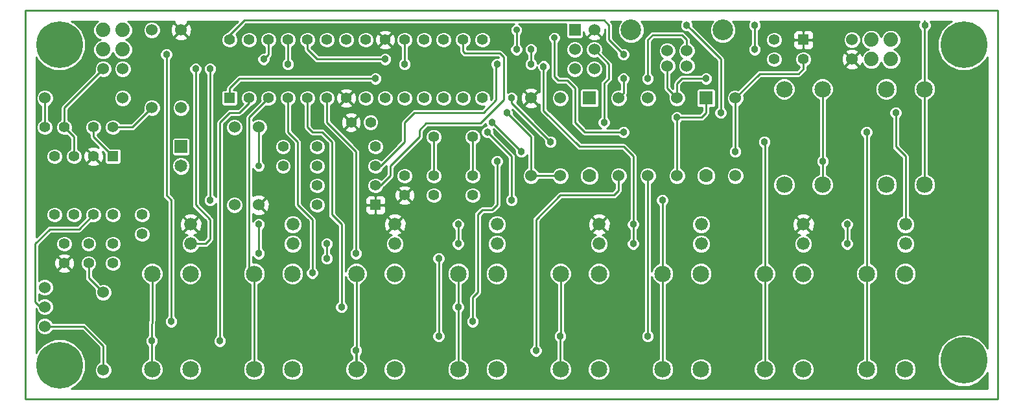
<source format=gtl>
G04 (created by PCBNEW-RS274X (2011-nov-30)-testing) date Tue 03 Jul 2012 04:22:17 PM EDT*
%MOIN*%
G04 Gerber Fmt 3.4, Leading zero omitted, Abs format*
%FSLAX34Y34*%
G01*
G70*
G90*
G04 APERTURE LIST*
%ADD10C,0.0001*%
%ADD11C,0.01*%
%ADD12C,0.06*%
%ADD13C,0.074*%
%ADD14C,0.1063*%
%ADD15R,0.055X0.055*%
%ADD16C,0.055*%
%ADD17R,0.06X0.06*%
%ADD18C,0.066*%
%ADD19C,0.056*%
%ADD20C,0.07*%
%ADD21R,0.07X0.07*%
%ADD22R,0.065X0.065*%
%ADD23C,0.065*%
%ADD24C,0.24*%
%ADD25C,0.085*%
%ADD26C,0.038*%
%ADD27C,0.035*%
%ADD28C,0.008*%
G04 APERTURE END LIST*
G54D10*
G54D11*
X50000Y20000D02*
X0Y20000D01*
X50000Y0D02*
X50000Y20000D01*
X0Y0D02*
X50000Y0D01*
X0Y20000D02*
X0Y0D01*
G54D12*
X5000Y17000D03*
X4000Y17000D03*
G54D13*
X5000Y18000D03*
X4000Y18000D03*
X5000Y19000D03*
X4000Y19000D03*
G54D12*
X33000Y17150D03*
X34000Y17150D03*
X34000Y17937D03*
X33000Y17937D03*
G54D14*
X31138Y19000D03*
X35862Y19000D03*
G54D12*
X1000Y3750D03*
X1000Y4750D03*
X1000Y5750D03*
G54D15*
X40000Y18500D03*
G54D16*
X40000Y17500D03*
G54D12*
X26000Y15500D03*
X26000Y11500D03*
X27500Y11500D03*
X27500Y15500D03*
X36500Y15500D03*
X36500Y11500D03*
X33500Y15500D03*
X33500Y11500D03*
X12000Y10000D03*
X12000Y14000D03*
X10750Y10000D03*
X10750Y14000D03*
X8000Y19000D03*
X8000Y15000D03*
X1000Y15500D03*
X5000Y15500D03*
X6500Y15000D03*
X6500Y19000D03*
X32000Y11500D03*
X32000Y15500D03*
X30500Y11500D03*
X30500Y15500D03*
G54D17*
X28250Y19000D03*
G54D12*
X29250Y19000D03*
X28250Y18000D03*
X29250Y18000D03*
X28250Y17000D03*
X29250Y17000D03*
G54D18*
X40000Y9000D03*
X40000Y8000D03*
X29500Y9000D03*
X29500Y8000D03*
X19000Y9000D03*
X19000Y8000D03*
X8500Y9000D03*
X8500Y8000D03*
X13750Y9000D03*
X13750Y8000D03*
X24250Y9000D03*
X24250Y8000D03*
X34750Y9000D03*
X34750Y8000D03*
X45250Y9000D03*
X45250Y8000D03*
G54D19*
X21000Y13500D03*
X23000Y13500D03*
G54D15*
X18000Y10000D03*
G54D16*
X18000Y11000D03*
X18000Y12000D03*
X18000Y13000D03*
X15000Y13000D03*
X15000Y12000D03*
X15000Y11000D03*
X15000Y10000D03*
G54D15*
X4500Y12500D03*
G54D16*
X3500Y12500D03*
X2500Y12500D03*
X1500Y12500D03*
X1500Y9500D03*
X2500Y9500D03*
X3500Y9500D03*
X4500Y9500D03*
X11500Y15500D03*
X12500Y15500D03*
X13500Y15500D03*
X14500Y15500D03*
X15500Y15500D03*
X16500Y15500D03*
X17500Y15500D03*
X18500Y15500D03*
X19500Y15500D03*
X20500Y15500D03*
X21500Y15500D03*
X22500Y15500D03*
X23500Y15500D03*
G54D15*
X10500Y15500D03*
G54D16*
X23500Y18500D03*
X22500Y18500D03*
X21500Y18500D03*
X20500Y18500D03*
X19500Y18500D03*
X18500Y18500D03*
X17500Y18500D03*
X16500Y18500D03*
X15500Y18500D03*
X14500Y18500D03*
X13500Y18500D03*
X12500Y18500D03*
X11500Y18500D03*
X10500Y18500D03*
G54D20*
X35000Y11500D03*
G54D21*
X35000Y15500D03*
G54D20*
X29000Y11500D03*
G54D21*
X29000Y15500D03*
G54D16*
X6000Y9500D03*
X6000Y8500D03*
X4500Y8000D03*
X4500Y7000D03*
X23000Y11500D03*
X23000Y10500D03*
X21000Y11500D03*
X21000Y10500D03*
X2000Y8000D03*
X2000Y7000D03*
X2000Y14000D03*
X1000Y14000D03*
X16750Y14250D03*
X17750Y14250D03*
X3250Y7000D03*
X3250Y8000D03*
X3500Y14000D03*
X4500Y14000D03*
X19500Y11500D03*
X19500Y10500D03*
X38500Y18500D03*
X38500Y17500D03*
X13250Y13000D03*
X13250Y12000D03*
G54D12*
X4000Y1500D03*
X4000Y5500D03*
G54D22*
X8000Y13000D03*
G54D23*
X8000Y12000D03*
G54D24*
X1750Y18250D03*
X48250Y18250D03*
X1750Y1750D03*
X48250Y2000D03*
G54D12*
X42500Y17500D03*
X42500Y18500D03*
G54D13*
X43500Y17500D03*
X43500Y18500D03*
X44500Y17500D03*
X44500Y18500D03*
G54D25*
X6516Y1540D03*
X6516Y6460D03*
X8484Y1540D03*
X8484Y6460D03*
X11766Y1540D03*
X11766Y6460D03*
X13734Y1540D03*
X13734Y6460D03*
X17016Y1540D03*
X17016Y6460D03*
X18984Y1540D03*
X18984Y6460D03*
X22266Y1540D03*
X22266Y6460D03*
X24234Y1540D03*
X24234Y6460D03*
X27516Y1540D03*
X27516Y6460D03*
X29484Y1540D03*
X29484Y6460D03*
X32766Y1540D03*
X32766Y6460D03*
X34734Y1540D03*
X34734Y6460D03*
X38016Y1540D03*
X38016Y6460D03*
X39984Y1540D03*
X39984Y6460D03*
X43266Y1540D03*
X43266Y6460D03*
X45234Y1540D03*
X45234Y6460D03*
X40984Y15960D03*
X40984Y11040D03*
X39016Y15960D03*
X39016Y11040D03*
X46234Y15960D03*
X46234Y11040D03*
X44266Y15960D03*
X44266Y11040D03*
G54D26*
X6500Y3000D03*
X10000Y3000D03*
X14750Y6500D03*
X26250Y2500D03*
X17000Y2500D03*
X16250Y4750D03*
X22250Y4750D03*
X32000Y3250D03*
X21250Y7250D03*
X17000Y7500D03*
X27500Y3250D03*
X21250Y3250D03*
X32750Y10250D03*
X23750Y13750D03*
X25000Y10250D03*
X27000Y13250D03*
X38000Y13250D03*
X25000Y15500D03*
X30750Y13750D03*
X43250Y13750D03*
G54D27*
X27200Y18600D03*
G54D26*
X7250Y17750D03*
X41000Y12250D03*
X24250Y12250D03*
X23000Y4000D03*
X7500Y4000D03*
X46250Y19250D03*
X30750Y17750D03*
X37500Y18000D03*
X37500Y19250D03*
X30750Y16500D03*
X32000Y16500D03*
X33500Y14500D03*
X34000Y19250D03*
X44750Y14750D03*
X35750Y14750D03*
X42250Y9000D03*
X42250Y8000D03*
X26647Y17129D03*
X31250Y8000D03*
X31250Y9000D03*
X18500Y17500D03*
X22250Y9000D03*
X22250Y8000D03*
X9500Y17000D03*
X13500Y17250D03*
X9500Y10250D03*
X12000Y9000D03*
X12000Y7500D03*
X15500Y7250D03*
X15500Y8000D03*
X8750Y17000D03*
X12250Y17500D03*
G54D27*
X25250Y19000D03*
G54D26*
X25250Y18000D03*
X29750Y14250D03*
X18000Y16500D03*
X24250Y17250D03*
X26000Y18000D03*
X26000Y17250D03*
X19500Y17250D03*
X24750Y14750D03*
X36500Y12750D03*
X25500Y12750D03*
X24000Y14250D03*
G54D27*
X38500Y17500D03*
G54D26*
X35000Y16500D03*
G54D27*
X12000Y12000D03*
G54D11*
X6500Y1556D02*
X6516Y1540D01*
X6500Y3000D02*
X6500Y1556D01*
X6516Y4766D02*
X6516Y6460D01*
X6500Y3000D02*
X6516Y4766D01*
X10000Y14250D02*
X10000Y3000D01*
X10500Y14750D02*
X10000Y14250D01*
X11000Y14750D02*
X10500Y14750D01*
X11500Y15250D02*
X11000Y14750D01*
X11500Y15500D02*
X11500Y15250D01*
X12500Y15500D02*
X11500Y14500D01*
X11500Y6726D02*
X11766Y6460D01*
X11500Y14500D02*
X11500Y6726D01*
X11766Y1540D02*
X11766Y6460D01*
X13500Y15500D02*
X13500Y13750D01*
X13500Y13750D02*
X14000Y13250D01*
X14750Y9250D02*
X14750Y6500D01*
X14000Y10000D02*
X14750Y9250D01*
X14000Y13250D02*
X14000Y10000D01*
X17016Y6460D02*
X17016Y1540D01*
X27500Y10500D02*
X27750Y10500D01*
X26250Y9250D02*
X27500Y10500D01*
X26250Y2500D02*
X26250Y9250D01*
X17000Y1556D02*
X17016Y1540D01*
X17000Y2500D02*
X17000Y1556D01*
X30250Y10500D02*
X27750Y10500D01*
X30500Y10750D02*
X30250Y10500D01*
X30500Y11500D02*
X30500Y10750D01*
X15250Y13750D02*
X15750Y13250D01*
X14500Y15500D02*
X14500Y14000D01*
X15750Y9500D02*
X16250Y9000D01*
X15750Y13250D02*
X15750Y9500D01*
X14750Y13750D02*
X15250Y13750D01*
X14500Y14000D02*
X14750Y13750D01*
X22250Y4750D02*
X22250Y1556D01*
X22250Y1556D02*
X22266Y1540D01*
X22266Y6460D02*
X22266Y4766D01*
X16250Y9000D02*
X16250Y4750D01*
X22266Y4766D02*
X22250Y4750D01*
X32000Y3250D02*
X32000Y7750D01*
X17000Y12750D02*
X15500Y14250D01*
X15500Y14250D02*
X15500Y15500D01*
G54D28*
X15500Y14250D02*
X15500Y15500D01*
X15500Y15500D02*
X15500Y14250D01*
G54D11*
X21250Y7250D02*
X21250Y5250D01*
X17000Y12750D02*
X17000Y7500D01*
X21250Y5250D02*
X21250Y3250D01*
X32000Y7750D02*
X32000Y8000D01*
X27500Y3250D02*
X27500Y1556D01*
X27500Y1556D02*
X27516Y1540D01*
X27516Y6460D02*
X27516Y3266D01*
X27516Y3266D02*
X27500Y3250D01*
X32000Y8000D02*
X32000Y11500D01*
X32766Y6460D02*
X32766Y10234D01*
X32766Y10234D02*
X32750Y10250D01*
X32766Y1540D02*
X32766Y6460D01*
X23750Y13750D02*
X25000Y12500D01*
X25000Y12500D02*
X25000Y10250D01*
X25000Y12500D02*
X25000Y10250D01*
X25000Y15500D02*
X25000Y15250D01*
X25000Y15250D02*
X27000Y13250D01*
X38016Y6460D02*
X38016Y13234D01*
X38016Y13234D02*
X38000Y13250D01*
X38016Y1540D02*
X38016Y6460D01*
X27850Y16400D02*
X27400Y16400D01*
X28250Y16000D02*
X27850Y16400D01*
X28250Y14250D02*
X28250Y16000D01*
X28750Y13750D02*
X28250Y14250D01*
X30750Y13750D02*
X28750Y13750D01*
X27400Y16400D02*
X27200Y16600D01*
X27200Y16600D02*
X27200Y18600D01*
X43266Y6460D02*
X43266Y13734D01*
X43266Y13734D02*
X43250Y13750D01*
X43266Y1540D02*
X43266Y6460D01*
X27200Y16600D02*
X27400Y16400D01*
X27200Y18600D02*
X27200Y16600D01*
X7250Y10500D02*
X7250Y17750D01*
X41000Y12250D02*
X41000Y15944D01*
X41000Y15944D02*
X40984Y15960D01*
X41000Y12250D02*
X41000Y11056D01*
X41000Y11056D02*
X40984Y11040D01*
X41250Y15944D02*
X40984Y15960D01*
X41250Y15944D02*
X40984Y15960D01*
X23250Y8500D02*
X23250Y9500D01*
X24000Y9750D02*
X24250Y10000D01*
X23500Y9750D02*
X24000Y9750D01*
X23250Y9500D02*
X23500Y9750D01*
X24250Y10000D02*
X24250Y12250D01*
X23000Y4000D02*
X23000Y5250D01*
X24250Y10000D02*
X24250Y12250D01*
X23250Y5500D02*
X23250Y8500D01*
X23000Y5250D02*
X23250Y5500D01*
X7500Y10250D02*
X7250Y10500D01*
X7500Y4000D02*
X7500Y10250D01*
X30750Y17750D02*
X30000Y18500D01*
X30000Y18500D02*
X30000Y19250D01*
X30000Y19250D02*
X29750Y19500D01*
X29750Y19500D02*
X26750Y19500D01*
X46234Y15960D02*
X46234Y19484D01*
X46234Y19484D02*
X46250Y19250D01*
X30000Y19250D02*
X30000Y18500D01*
X29750Y19500D02*
X30000Y19250D01*
X11250Y19500D02*
X26750Y19500D01*
X26750Y19500D02*
X29750Y19500D01*
X10500Y18750D02*
X11250Y19500D01*
X10500Y18500D02*
X10500Y18750D01*
X37500Y18000D02*
X37500Y19250D01*
X46234Y15960D02*
X46234Y11040D01*
X18000Y11000D02*
X18250Y11000D01*
X20250Y13500D02*
X20250Y13750D01*
X18750Y12000D02*
X20250Y13500D01*
X18750Y11500D02*
X18750Y12000D01*
X18250Y11000D02*
X18750Y11500D01*
X22500Y17900D02*
X22500Y18500D01*
X22600Y17800D02*
X22500Y17900D01*
X24400Y17800D02*
X22600Y17800D01*
X24600Y17600D02*
X24400Y17800D01*
X24600Y15400D02*
X24600Y17600D01*
X23400Y14200D02*
X24600Y15400D01*
X20600Y14200D02*
X23400Y14200D01*
X20250Y13850D02*
X20600Y14200D01*
X20250Y13750D02*
X20250Y13850D01*
X30500Y15500D02*
X30750Y15750D01*
X30750Y15750D02*
X30750Y16500D01*
X34000Y17937D02*
X34000Y18500D01*
X32000Y18500D02*
X32000Y17500D01*
X32250Y18750D02*
X32000Y18500D01*
X33750Y18750D02*
X32250Y18750D01*
X34000Y18500D02*
X33750Y18750D01*
X32000Y17250D02*
X32000Y17500D01*
X32000Y16500D02*
X32000Y17250D01*
X33500Y14500D02*
X33500Y11500D01*
X35000Y14750D02*
X35000Y15500D01*
X34750Y14500D02*
X35000Y14750D01*
X33500Y14500D02*
X34750Y14500D01*
X34250Y19000D02*
X34000Y19250D01*
X44750Y13000D02*
X45250Y12500D01*
X45250Y12500D02*
X45250Y9000D01*
X44750Y14750D02*
X44750Y13000D01*
X35750Y14750D02*
X35750Y17500D01*
X35750Y17500D02*
X34250Y19000D01*
X42250Y8000D02*
X42250Y9000D01*
X31250Y9750D02*
X31250Y9000D01*
X26647Y14853D02*
X26647Y17129D01*
X28500Y13000D02*
X26647Y14853D01*
X30750Y13000D02*
X28500Y13000D01*
X31250Y12500D02*
X30750Y13000D01*
X31250Y9750D02*
X31250Y12500D01*
X31250Y8000D02*
X31250Y9000D01*
X14500Y18500D02*
X14500Y18000D01*
X15000Y17500D02*
X18500Y17500D01*
X14500Y18000D02*
X15000Y17500D01*
X22250Y8000D02*
X22250Y9000D01*
X9500Y15250D02*
X9500Y10250D01*
X9500Y15250D02*
X9500Y17000D01*
X13500Y17250D02*
X13500Y18500D01*
X12000Y7500D02*
X12000Y9000D01*
X15500Y8000D02*
X15500Y7250D01*
X8750Y14500D02*
X8750Y17000D01*
X12500Y17750D02*
X12500Y18500D01*
X12250Y17500D02*
X12500Y17750D01*
X9500Y8250D02*
X9500Y9250D01*
X9500Y9250D02*
X8750Y10000D01*
X8750Y10000D02*
X8750Y14500D01*
X8500Y8000D02*
X9250Y8000D01*
X9250Y8000D02*
X9500Y8250D01*
X25250Y18000D02*
X25250Y19000D01*
X29250Y18000D02*
X30000Y17250D01*
X30000Y17250D02*
X30000Y16500D01*
X30000Y16500D02*
X29750Y16250D01*
X29750Y16250D02*
X29750Y14250D01*
X15500Y16500D02*
X18000Y16500D01*
X10500Y15500D02*
X10500Y16000D01*
X10500Y16000D02*
X11000Y16500D01*
X11000Y16500D02*
X15500Y16500D01*
X23550Y14750D02*
X24200Y15400D01*
X18000Y12000D02*
X18250Y12000D01*
X20000Y14750D02*
X23550Y14750D01*
X19500Y14250D02*
X20000Y14750D01*
X19500Y13250D02*
X19500Y14250D01*
X18250Y12000D02*
X19500Y13250D01*
X24200Y16250D02*
X24200Y17200D01*
X24200Y17200D02*
X24250Y17250D01*
X26000Y17250D02*
X26000Y18000D01*
X24200Y15400D02*
X24200Y15500D01*
X24200Y15500D02*
X24200Y16250D01*
X19500Y18500D02*
X19500Y17250D01*
X21000Y11500D02*
X21000Y13500D01*
X23000Y12000D02*
X23000Y11500D01*
X23000Y13500D02*
X23000Y12000D01*
X26000Y13500D02*
X26000Y11500D01*
X24750Y14750D02*
X26000Y13500D01*
X27500Y11500D02*
X26000Y11500D01*
X40000Y17500D02*
X40000Y17000D01*
X40000Y17000D02*
X39750Y16750D01*
X36500Y15500D02*
X37750Y16750D01*
X37750Y16750D02*
X39750Y16750D01*
X36500Y12750D02*
X36500Y15500D01*
X24000Y14250D02*
X25500Y12750D01*
X34250Y16500D02*
X35000Y16500D01*
X33500Y16250D02*
X33750Y16500D01*
X33750Y16500D02*
X34250Y16500D01*
X33500Y15500D02*
X33500Y16250D01*
X33000Y17150D02*
X33000Y16000D01*
X33000Y16000D02*
X33500Y15500D01*
X1000Y3750D02*
X3000Y3750D01*
X4000Y2750D02*
X4000Y1500D01*
X3000Y3750D02*
X4000Y2750D01*
X3250Y7000D02*
X3250Y6250D01*
X3250Y6250D02*
X4000Y5500D01*
X3500Y13500D02*
X4500Y12500D01*
X3500Y14000D02*
X3500Y13500D01*
X2000Y15000D02*
X4000Y17000D01*
X2000Y14000D02*
X2000Y15000D01*
X2500Y13500D02*
X2000Y14000D01*
X2500Y12500D02*
X2500Y13500D01*
X12000Y12000D02*
X12000Y14000D01*
X500Y6000D02*
X500Y5000D01*
X750Y4750D02*
X1000Y4750D01*
X500Y5000D02*
X750Y4750D01*
X2750Y8750D02*
X3500Y9500D01*
X1250Y8750D02*
X2750Y8750D01*
X500Y8000D02*
X1250Y8750D01*
X500Y6000D02*
X500Y8000D01*
X5500Y14000D02*
X6500Y15000D01*
X4500Y14000D02*
X5500Y14000D01*
X1000Y14000D02*
X1000Y15500D01*
G54D10*
G36*
X49450Y550D02*
X45809Y550D01*
X45809Y1425D01*
X45809Y1654D01*
X45809Y6345D01*
X45809Y6574D01*
X45730Y6766D01*
X45730Y7904D01*
X45730Y8095D01*
X45730Y8904D01*
X45730Y9095D01*
X45657Y9271D01*
X45522Y9407D01*
X45450Y9437D01*
X45450Y12500D01*
X45435Y12576D01*
X45435Y12577D01*
X45391Y12641D01*
X44950Y13082D01*
X44950Y14471D01*
X45037Y14558D01*
X45089Y14682D01*
X45089Y14817D01*
X45038Y14942D01*
X45020Y14960D01*
X45020Y17396D01*
X45020Y17603D01*
X44941Y17794D01*
X44795Y17941D01*
X44651Y18001D01*
X44794Y18059D01*
X44941Y18205D01*
X45020Y18396D01*
X45020Y18603D01*
X44941Y18794D01*
X44795Y18941D01*
X44604Y19020D01*
X44397Y19020D01*
X44206Y18941D01*
X44059Y18795D01*
X43999Y18652D01*
X43941Y18794D01*
X43795Y18941D01*
X43604Y19020D01*
X43397Y19020D01*
X43206Y18941D01*
X43059Y18795D01*
X42980Y18604D01*
X42980Y18397D01*
X43059Y18206D01*
X43205Y18059D01*
X43348Y18000D01*
X43206Y17941D01*
X43059Y17795D01*
X43015Y17690D01*
X42972Y17801D01*
X42958Y17821D01*
X42949Y17824D01*
X42949Y18410D01*
X42949Y18589D01*
X42881Y18754D01*
X42755Y18880D01*
X42590Y18949D01*
X42411Y18949D01*
X42246Y18881D01*
X42120Y18755D01*
X42051Y18590D01*
X42051Y18411D01*
X42119Y18246D01*
X42245Y18120D01*
X42410Y18051D01*
X42403Y18051D01*
X42199Y17972D01*
X42179Y17958D01*
X42156Y17859D01*
X42500Y17514D01*
X42844Y17859D01*
X42821Y17958D01*
X42622Y18046D01*
X42410Y18051D01*
X42589Y18051D01*
X42754Y18119D01*
X42880Y18245D01*
X42949Y18410D01*
X42949Y17824D01*
X42859Y17844D01*
X42514Y17500D01*
X42859Y17156D01*
X42958Y17179D01*
X43015Y17311D01*
X43059Y17206D01*
X43205Y17059D01*
X43396Y16980D01*
X43603Y16980D01*
X43794Y17059D01*
X43941Y17205D01*
X44000Y17349D01*
X44059Y17206D01*
X44205Y17059D01*
X44396Y16980D01*
X44603Y16980D01*
X44794Y17059D01*
X44941Y17205D01*
X45020Y17396D01*
X45020Y14960D01*
X44942Y15037D01*
X44841Y15080D01*
X44841Y15845D01*
X44841Y16074D01*
X44754Y16285D01*
X44592Y16447D01*
X44381Y16535D01*
X44152Y16535D01*
X43941Y16448D01*
X43779Y16286D01*
X43691Y16075D01*
X43691Y15846D01*
X43778Y15635D01*
X43940Y15473D01*
X44151Y15385D01*
X44380Y15385D01*
X44591Y15472D01*
X44753Y15634D01*
X44841Y15845D01*
X44841Y15080D01*
X44818Y15089D01*
X44683Y15089D01*
X44558Y15038D01*
X44463Y14942D01*
X44411Y14818D01*
X44411Y14683D01*
X44462Y14558D01*
X44550Y14471D01*
X44550Y13000D01*
X44565Y12923D01*
X44609Y12859D01*
X45050Y12418D01*
X45050Y9437D01*
X44979Y9407D01*
X44843Y9272D01*
X44841Y9268D01*
X44841Y10925D01*
X44841Y11154D01*
X44754Y11365D01*
X44592Y11527D01*
X44381Y11615D01*
X44152Y11615D01*
X43941Y11528D01*
X43779Y11366D01*
X43691Y11155D01*
X43691Y10926D01*
X43778Y10715D01*
X43940Y10553D01*
X44151Y10465D01*
X44380Y10465D01*
X44591Y10552D01*
X44753Y10714D01*
X44841Y10925D01*
X44841Y9268D01*
X44770Y9096D01*
X44770Y8905D01*
X44843Y8729D01*
X44978Y8593D01*
X45154Y8520D01*
X45345Y8520D01*
X45521Y8593D01*
X45657Y8728D01*
X45730Y8904D01*
X45730Y8095D01*
X45657Y8271D01*
X45522Y8407D01*
X45346Y8480D01*
X45155Y8480D01*
X44979Y8407D01*
X44843Y8272D01*
X44770Y8096D01*
X44770Y7905D01*
X44843Y7729D01*
X44978Y7593D01*
X45154Y7520D01*
X45345Y7520D01*
X45521Y7593D01*
X45657Y7728D01*
X45730Y7904D01*
X45730Y6766D01*
X45722Y6785D01*
X45560Y6947D01*
X45349Y7035D01*
X45120Y7035D01*
X44909Y6948D01*
X44747Y6786D01*
X44659Y6575D01*
X44659Y6346D01*
X44746Y6135D01*
X44908Y5973D01*
X45119Y5885D01*
X45348Y5885D01*
X45559Y5972D01*
X45721Y6134D01*
X45809Y6345D01*
X45809Y1654D01*
X45722Y1865D01*
X45560Y2027D01*
X45349Y2115D01*
X45120Y2115D01*
X44909Y2028D01*
X44747Y1866D01*
X44659Y1655D01*
X44659Y1426D01*
X44746Y1215D01*
X44908Y1053D01*
X45119Y965D01*
X45348Y965D01*
X45559Y1052D01*
X45721Y1214D01*
X45809Y1425D01*
X45809Y550D01*
X43841Y550D01*
X43841Y1425D01*
X43841Y1654D01*
X43754Y1865D01*
X43592Y2027D01*
X43466Y2080D01*
X43466Y5921D01*
X43591Y5972D01*
X43753Y6134D01*
X43841Y6345D01*
X43841Y6574D01*
X43754Y6785D01*
X43592Y6947D01*
X43466Y7000D01*
X43466Y13487D01*
X43537Y13558D01*
X43589Y13682D01*
X43589Y13817D01*
X43538Y13942D01*
X43442Y14037D01*
X43318Y14089D01*
X43183Y14089D01*
X43058Y14038D01*
X42963Y13942D01*
X42911Y13818D01*
X42911Y13683D01*
X42962Y13558D01*
X43058Y13463D01*
X43066Y13460D01*
X43066Y7000D01*
X42941Y6948D01*
X42844Y6851D01*
X42844Y17141D01*
X42500Y17486D01*
X42486Y17472D01*
X42486Y17500D01*
X42141Y17844D01*
X42042Y17821D01*
X41954Y17622D01*
X41949Y17403D01*
X42028Y17199D01*
X42042Y17179D01*
X42141Y17156D01*
X42486Y17500D01*
X42486Y17472D01*
X42156Y17141D01*
X42179Y17042D01*
X42378Y16954D01*
X42597Y16949D01*
X42801Y17028D01*
X42821Y17042D01*
X42844Y17141D01*
X42844Y6851D01*
X42779Y6786D01*
X42691Y6575D01*
X42691Y6346D01*
X42778Y6135D01*
X42940Y5973D01*
X43066Y5921D01*
X43066Y2080D01*
X42941Y2028D01*
X42779Y1866D01*
X42691Y1655D01*
X42691Y1426D01*
X42778Y1215D01*
X42940Y1053D01*
X43151Y965D01*
X43380Y965D01*
X43591Y1052D01*
X43753Y1214D01*
X43841Y1425D01*
X43841Y550D01*
X42589Y550D01*
X42589Y7932D01*
X42589Y8067D01*
X42538Y8192D01*
X42450Y8280D01*
X42450Y8721D01*
X42537Y8808D01*
X42589Y8932D01*
X42589Y9067D01*
X42538Y9192D01*
X42442Y9287D01*
X42318Y9339D01*
X42183Y9339D01*
X42058Y9288D01*
X41963Y9192D01*
X41911Y9068D01*
X41911Y8933D01*
X41962Y8808D01*
X42050Y8721D01*
X42050Y8280D01*
X41963Y8192D01*
X41911Y8068D01*
X41911Y7933D01*
X41962Y7808D01*
X42058Y7713D01*
X42182Y7661D01*
X42317Y7661D01*
X42442Y7712D01*
X42537Y7808D01*
X42589Y7932D01*
X42589Y550D01*
X41559Y550D01*
X41559Y10925D01*
X41559Y11154D01*
X41472Y11365D01*
X41310Y11527D01*
X41200Y11573D01*
X41200Y11971D01*
X41287Y12058D01*
X41339Y12182D01*
X41339Y12317D01*
X41288Y12442D01*
X41200Y12530D01*
X41200Y15428D01*
X41309Y15472D01*
X41471Y15634D01*
X41559Y15845D01*
X41559Y16074D01*
X41472Y16285D01*
X41310Y16447D01*
X41099Y16535D01*
X40870Y16535D01*
X40659Y16448D01*
X40525Y16314D01*
X40525Y18428D01*
X40525Y18572D01*
X40524Y18824D01*
X40486Y18916D01*
X40416Y18986D01*
X40325Y19024D01*
X40226Y19024D01*
X40072Y19025D01*
X40010Y18963D01*
X40010Y18510D01*
X40463Y18510D01*
X40525Y18572D01*
X40525Y18428D01*
X40463Y18490D01*
X40010Y18490D01*
X40010Y18037D01*
X40072Y17975D01*
X40226Y17976D01*
X40325Y17976D01*
X40416Y18014D01*
X40486Y18084D01*
X40524Y18176D01*
X40525Y18428D01*
X40525Y16314D01*
X40497Y16286D01*
X40425Y16114D01*
X40425Y17415D01*
X40425Y17584D01*
X40361Y17740D01*
X40241Y17860D01*
X40085Y17925D01*
X39990Y17925D01*
X39990Y18037D01*
X39990Y18490D01*
X39990Y18510D01*
X39990Y18963D01*
X39928Y19025D01*
X39774Y19024D01*
X39675Y19024D01*
X39584Y18986D01*
X39514Y18916D01*
X39476Y18824D01*
X39475Y18572D01*
X39537Y18510D01*
X39990Y18510D01*
X39990Y18490D01*
X39537Y18490D01*
X39475Y18428D01*
X39476Y18176D01*
X39514Y18084D01*
X39584Y18014D01*
X39675Y17976D01*
X39774Y17976D01*
X39928Y17975D01*
X39990Y18037D01*
X39990Y17925D01*
X39916Y17925D01*
X39760Y17861D01*
X39640Y17741D01*
X39575Y17585D01*
X39575Y17416D01*
X39639Y17260D01*
X39759Y17140D01*
X39800Y17123D01*
X39800Y17083D01*
X39667Y16950D01*
X38925Y16950D01*
X38925Y17415D01*
X38925Y17584D01*
X38925Y18415D01*
X38925Y18584D01*
X38861Y18740D01*
X38741Y18860D01*
X38585Y18925D01*
X38416Y18925D01*
X38260Y18861D01*
X38140Y18741D01*
X38075Y18585D01*
X38075Y18416D01*
X38139Y18260D01*
X38259Y18140D01*
X38415Y18075D01*
X38584Y18075D01*
X38740Y18139D01*
X38860Y18259D01*
X38925Y18415D01*
X38925Y17584D01*
X38861Y17740D01*
X38741Y17860D01*
X38585Y17925D01*
X38416Y17925D01*
X38260Y17861D01*
X38140Y17741D01*
X38075Y17585D01*
X38075Y17416D01*
X38139Y17260D01*
X38259Y17140D01*
X38415Y17075D01*
X38584Y17075D01*
X38740Y17139D01*
X38860Y17259D01*
X38925Y17415D01*
X38925Y16950D01*
X37750Y16950D01*
X37673Y16935D01*
X37608Y16891D01*
X36644Y15927D01*
X36590Y15949D01*
X36411Y15949D01*
X36246Y15881D01*
X36120Y15755D01*
X36051Y15590D01*
X36051Y15411D01*
X36119Y15246D01*
X36245Y15120D01*
X36300Y15097D01*
X36300Y13030D01*
X36213Y12942D01*
X36161Y12818D01*
X36161Y12683D01*
X36212Y12558D01*
X36308Y12463D01*
X36432Y12411D01*
X36567Y12411D01*
X36692Y12462D01*
X36787Y12558D01*
X36839Y12682D01*
X36839Y12817D01*
X36788Y12942D01*
X36700Y13030D01*
X36700Y15097D01*
X36754Y15119D01*
X36880Y15245D01*
X36949Y15410D01*
X36949Y15589D01*
X36926Y15645D01*
X37832Y16550D01*
X39750Y16550D01*
X39750Y16551D01*
X39826Y16565D01*
X39827Y16565D01*
X39891Y16609D01*
X40141Y16858D01*
X40141Y16859D01*
X40185Y16923D01*
X40199Y17000D01*
X40200Y17000D01*
X40200Y17123D01*
X40240Y17139D01*
X40360Y17259D01*
X40425Y17415D01*
X40425Y16114D01*
X40409Y16075D01*
X40409Y15846D01*
X40496Y15635D01*
X40658Y15473D01*
X40800Y15414D01*
X40800Y12530D01*
X40713Y12442D01*
X40661Y12318D01*
X40661Y12183D01*
X40712Y12058D01*
X40800Y11971D01*
X40800Y11587D01*
X40659Y11528D01*
X40497Y11366D01*
X40409Y11155D01*
X40409Y10926D01*
X40496Y10715D01*
X40658Y10553D01*
X40869Y10465D01*
X41098Y10465D01*
X41309Y10552D01*
X41471Y10714D01*
X41559Y10925D01*
X41559Y550D01*
X40581Y550D01*
X40581Y9102D01*
X40498Y9317D01*
X40483Y9339D01*
X40380Y9366D01*
X40366Y9352D01*
X40366Y9380D01*
X40339Y9483D01*
X40128Y9576D01*
X39898Y9581D01*
X39683Y9498D01*
X39661Y9483D01*
X39634Y9380D01*
X40000Y9014D01*
X40366Y9380D01*
X40366Y9352D01*
X40014Y9000D01*
X40380Y8634D01*
X40483Y8661D01*
X40576Y8872D01*
X40581Y9102D01*
X40581Y550D01*
X40559Y550D01*
X40559Y1425D01*
X40559Y1654D01*
X40559Y6345D01*
X40559Y6574D01*
X40480Y6766D01*
X40480Y7904D01*
X40480Y8095D01*
X40407Y8271D01*
X40272Y8407D01*
X40175Y8448D01*
X40317Y8502D01*
X40339Y8517D01*
X40366Y8620D01*
X40000Y8986D01*
X39986Y8972D01*
X39986Y9000D01*
X39620Y9366D01*
X39591Y9359D01*
X39591Y10925D01*
X39591Y11154D01*
X39591Y15845D01*
X39591Y16074D01*
X39504Y16285D01*
X39342Y16447D01*
X39131Y16535D01*
X38902Y16535D01*
X38691Y16448D01*
X38529Y16286D01*
X38441Y16075D01*
X38441Y15846D01*
X38528Y15635D01*
X38690Y15473D01*
X38901Y15385D01*
X39130Y15385D01*
X39341Y15472D01*
X39503Y15634D01*
X39591Y15845D01*
X39591Y11154D01*
X39504Y11365D01*
X39342Y11527D01*
X39131Y11615D01*
X38902Y11615D01*
X38691Y11528D01*
X38529Y11366D01*
X38441Y11155D01*
X38441Y10926D01*
X38528Y10715D01*
X38690Y10553D01*
X38901Y10465D01*
X39130Y10465D01*
X39341Y10552D01*
X39503Y10714D01*
X39591Y10925D01*
X39591Y9359D01*
X39517Y9339D01*
X39424Y9128D01*
X39419Y8898D01*
X39502Y8683D01*
X39517Y8661D01*
X39620Y8634D01*
X39986Y9000D01*
X39986Y8972D01*
X39634Y8620D01*
X39661Y8517D01*
X39822Y8446D01*
X39729Y8407D01*
X39593Y8272D01*
X39520Y8096D01*
X39520Y7905D01*
X39593Y7729D01*
X39728Y7593D01*
X39904Y7520D01*
X40095Y7520D01*
X40271Y7593D01*
X40407Y7728D01*
X40480Y7904D01*
X40480Y6766D01*
X40472Y6785D01*
X40310Y6947D01*
X40099Y7035D01*
X39870Y7035D01*
X39659Y6948D01*
X39497Y6786D01*
X39409Y6575D01*
X39409Y6346D01*
X39496Y6135D01*
X39658Y5973D01*
X39869Y5885D01*
X40098Y5885D01*
X40309Y5972D01*
X40471Y6134D01*
X40559Y6345D01*
X40559Y1654D01*
X40472Y1865D01*
X40310Y2027D01*
X40099Y2115D01*
X39870Y2115D01*
X39659Y2028D01*
X39497Y1866D01*
X39409Y1655D01*
X39409Y1426D01*
X39496Y1215D01*
X39658Y1053D01*
X39869Y965D01*
X40098Y965D01*
X40309Y1052D01*
X40471Y1214D01*
X40559Y1425D01*
X40559Y550D01*
X38591Y550D01*
X38591Y1425D01*
X38591Y1654D01*
X38504Y1865D01*
X38342Y2027D01*
X38216Y2080D01*
X38216Y5921D01*
X38341Y5972D01*
X38503Y6134D01*
X38591Y6345D01*
X38591Y6574D01*
X38504Y6785D01*
X38342Y6947D01*
X38216Y7000D01*
X38216Y12987D01*
X38287Y13058D01*
X38339Y13182D01*
X38339Y13317D01*
X38288Y13442D01*
X38192Y13537D01*
X38068Y13589D01*
X37933Y13589D01*
X37808Y13538D01*
X37713Y13442D01*
X37661Y13318D01*
X37661Y13183D01*
X37712Y13058D01*
X37808Y12963D01*
X37816Y12960D01*
X37816Y7000D01*
X37691Y6948D01*
X37529Y6786D01*
X37441Y6575D01*
X37441Y6346D01*
X37528Y6135D01*
X37690Y5973D01*
X37816Y5921D01*
X37816Y2080D01*
X37691Y2028D01*
X37529Y1866D01*
X37441Y1655D01*
X37441Y1426D01*
X37528Y1215D01*
X37690Y1053D01*
X37901Y965D01*
X38130Y965D01*
X38341Y1052D01*
X38503Y1214D01*
X38591Y1425D01*
X38591Y550D01*
X36949Y550D01*
X36949Y11410D01*
X36949Y11589D01*
X36881Y11754D01*
X36755Y11880D01*
X36590Y11949D01*
X36411Y11949D01*
X36246Y11881D01*
X36120Y11755D01*
X36051Y11590D01*
X36051Y11411D01*
X36119Y11246D01*
X36245Y11120D01*
X36410Y11051D01*
X36589Y11051D01*
X36754Y11119D01*
X36880Y11245D01*
X36949Y11410D01*
X36949Y550D01*
X35499Y550D01*
X35499Y11401D01*
X35499Y11599D01*
X35423Y11782D01*
X35283Y11923D01*
X35099Y11999D01*
X34901Y11999D01*
X34718Y11923D01*
X34577Y11783D01*
X34501Y11599D01*
X34501Y11401D01*
X34577Y11218D01*
X34717Y11077D01*
X34901Y11001D01*
X35099Y11001D01*
X35282Y11077D01*
X35423Y11217D01*
X35499Y11401D01*
X35499Y550D01*
X35309Y550D01*
X35309Y1425D01*
X35309Y1654D01*
X35309Y6345D01*
X35309Y6574D01*
X35230Y6766D01*
X35230Y7904D01*
X35230Y8095D01*
X35230Y8904D01*
X35230Y9095D01*
X35157Y9271D01*
X35022Y9407D01*
X34846Y9480D01*
X34655Y9480D01*
X34479Y9407D01*
X34343Y9272D01*
X34270Y9096D01*
X34270Y8905D01*
X34343Y8729D01*
X34478Y8593D01*
X34654Y8520D01*
X34845Y8520D01*
X35021Y8593D01*
X35157Y8728D01*
X35230Y8904D01*
X35230Y8095D01*
X35157Y8271D01*
X35022Y8407D01*
X34846Y8480D01*
X34655Y8480D01*
X34479Y8407D01*
X34343Y8272D01*
X34270Y8096D01*
X34270Y7905D01*
X34343Y7729D01*
X34478Y7593D01*
X34654Y7520D01*
X34845Y7520D01*
X35021Y7593D01*
X35157Y7728D01*
X35230Y7904D01*
X35230Y6766D01*
X35222Y6785D01*
X35060Y6947D01*
X34849Y7035D01*
X34620Y7035D01*
X34409Y6948D01*
X34247Y6786D01*
X34159Y6575D01*
X34159Y6346D01*
X34246Y6135D01*
X34408Y5973D01*
X34619Y5885D01*
X34848Y5885D01*
X35059Y5972D01*
X35221Y6134D01*
X35309Y6345D01*
X35309Y1654D01*
X35222Y1865D01*
X35060Y2027D01*
X34849Y2115D01*
X34620Y2115D01*
X34409Y2028D01*
X34247Y1866D01*
X34159Y1655D01*
X34159Y1426D01*
X34246Y1215D01*
X34408Y1053D01*
X34619Y965D01*
X34848Y965D01*
X35059Y1052D01*
X35221Y1214D01*
X35309Y1425D01*
X35309Y550D01*
X33341Y550D01*
X33341Y1425D01*
X33341Y1654D01*
X33254Y1865D01*
X33092Y2027D01*
X32966Y2080D01*
X32966Y5921D01*
X33091Y5972D01*
X33253Y6134D01*
X33341Y6345D01*
X33341Y6574D01*
X33254Y6785D01*
X33092Y6947D01*
X32966Y7000D01*
X32966Y9987D01*
X33037Y10058D01*
X33089Y10182D01*
X33089Y10317D01*
X33038Y10442D01*
X32942Y10537D01*
X32818Y10589D01*
X32683Y10589D01*
X32558Y10538D01*
X32463Y10442D01*
X32411Y10318D01*
X32411Y10183D01*
X32462Y10058D01*
X32558Y9963D01*
X32566Y9960D01*
X32566Y7000D01*
X32441Y6948D01*
X32279Y6786D01*
X32200Y6597D01*
X32200Y7750D01*
X32200Y8000D01*
X32200Y11097D01*
X32254Y11119D01*
X32380Y11245D01*
X32449Y11410D01*
X32449Y11589D01*
X32449Y15410D01*
X32449Y15589D01*
X32381Y15754D01*
X32255Y15880D01*
X32090Y15949D01*
X31911Y15949D01*
X31746Y15881D01*
X31620Y15755D01*
X31551Y15590D01*
X31551Y15411D01*
X31619Y15246D01*
X31745Y15120D01*
X31910Y15051D01*
X32089Y15051D01*
X32254Y15119D01*
X32380Y15245D01*
X32449Y15410D01*
X32449Y11589D01*
X32381Y11754D01*
X32255Y11880D01*
X32090Y11949D01*
X31911Y11949D01*
X31746Y11881D01*
X31620Y11755D01*
X31551Y11590D01*
X31551Y11411D01*
X31619Y11246D01*
X31745Y11120D01*
X31800Y11097D01*
X31800Y8000D01*
X31800Y7750D01*
X31800Y3530D01*
X31713Y3442D01*
X31661Y3318D01*
X31661Y3183D01*
X31712Y3058D01*
X31808Y2963D01*
X31932Y2911D01*
X32067Y2911D01*
X32192Y2962D01*
X32287Y3058D01*
X32339Y3182D01*
X32339Y3317D01*
X32288Y3442D01*
X32200Y3530D01*
X32200Y6325D01*
X32278Y6135D01*
X32440Y5973D01*
X32566Y5921D01*
X32566Y2080D01*
X32441Y2028D01*
X32279Y1866D01*
X32191Y1655D01*
X32191Y1426D01*
X32278Y1215D01*
X32440Y1053D01*
X32651Y965D01*
X32880Y965D01*
X33091Y1052D01*
X33253Y1214D01*
X33341Y1425D01*
X33341Y550D01*
X31589Y550D01*
X31589Y7932D01*
X31589Y8067D01*
X31538Y8192D01*
X31450Y8280D01*
X31450Y8721D01*
X31537Y8808D01*
X31589Y8932D01*
X31589Y9067D01*
X31538Y9192D01*
X31450Y9280D01*
X31450Y9750D01*
X31450Y12500D01*
X31435Y12576D01*
X31435Y12577D01*
X31391Y12641D01*
X31089Y12943D01*
X31089Y13682D01*
X31089Y13817D01*
X31089Y16432D01*
X31089Y16567D01*
X31038Y16692D01*
X30942Y16787D01*
X30818Y16839D01*
X30683Y16839D01*
X30558Y16788D01*
X30463Y16692D01*
X30411Y16568D01*
X30411Y16433D01*
X30462Y16308D01*
X30550Y16221D01*
X30550Y15949D01*
X30411Y15949D01*
X30246Y15881D01*
X30120Y15755D01*
X30051Y15590D01*
X30051Y15411D01*
X30119Y15246D01*
X30245Y15120D01*
X30410Y15051D01*
X30589Y15051D01*
X30754Y15119D01*
X30880Y15245D01*
X30949Y15410D01*
X30949Y15589D01*
X30922Y15655D01*
X30935Y15673D01*
X30949Y15750D01*
X30950Y15750D01*
X30950Y16221D01*
X31037Y16308D01*
X31089Y16432D01*
X31089Y13817D01*
X31038Y13942D01*
X30942Y14037D01*
X30818Y14089D01*
X30683Y14089D01*
X30558Y14038D01*
X30470Y13950D01*
X29912Y13950D01*
X29942Y13962D01*
X30037Y14058D01*
X30089Y14182D01*
X30089Y14317D01*
X30038Y14442D01*
X29950Y14530D01*
X29950Y16168D01*
X30141Y16358D01*
X30141Y16359D01*
X30185Y16423D01*
X30199Y16500D01*
X30200Y16500D01*
X30200Y17250D01*
X30185Y17327D01*
X30141Y17391D01*
X30141Y17392D01*
X29676Y17856D01*
X29699Y17910D01*
X29699Y18089D01*
X29631Y18254D01*
X29594Y18291D01*
X29594Y18641D01*
X29250Y18986D01*
X28906Y18641D01*
X28929Y18542D01*
X29128Y18454D01*
X29347Y18449D01*
X29551Y18528D01*
X29571Y18542D01*
X29594Y18641D01*
X29594Y18291D01*
X29505Y18380D01*
X29340Y18449D01*
X29161Y18449D01*
X28996Y18381D01*
X28870Y18255D01*
X28801Y18090D01*
X28801Y17911D01*
X28869Y17746D01*
X28995Y17620D01*
X29160Y17551D01*
X29339Y17551D01*
X29393Y17574D01*
X29800Y17168D01*
X29800Y16583D01*
X29699Y16482D01*
X29699Y16910D01*
X29699Y17089D01*
X29631Y17254D01*
X29505Y17380D01*
X29340Y17449D01*
X29161Y17449D01*
X28996Y17381D01*
X28870Y17255D01*
X28801Y17090D01*
X28801Y16911D01*
X28869Y16746D01*
X28995Y16620D01*
X29160Y16551D01*
X29339Y16551D01*
X29504Y16619D01*
X29630Y16745D01*
X29699Y16910D01*
X29699Y16482D01*
X29609Y16391D01*
X29565Y16327D01*
X29550Y16250D01*
X29550Y14530D01*
X29499Y14479D01*
X29499Y15121D01*
X29499Y15180D01*
X29499Y15880D01*
X29476Y15935D01*
X29434Y15977D01*
X29379Y15999D01*
X29320Y15999D01*
X28699Y15999D01*
X28699Y16910D01*
X28699Y17089D01*
X28699Y17910D01*
X28699Y18089D01*
X28631Y18254D01*
X28505Y18380D01*
X28340Y18449D01*
X28161Y18449D01*
X27996Y18381D01*
X27870Y18255D01*
X27801Y18090D01*
X27801Y17911D01*
X27869Y17746D01*
X27995Y17620D01*
X28160Y17551D01*
X28339Y17551D01*
X28504Y17619D01*
X28630Y17745D01*
X28699Y17910D01*
X28699Y17089D01*
X28631Y17254D01*
X28505Y17380D01*
X28340Y17449D01*
X28161Y17449D01*
X27996Y17381D01*
X27870Y17255D01*
X27801Y17090D01*
X27801Y16911D01*
X27869Y16746D01*
X27995Y16620D01*
X28160Y16551D01*
X28339Y16551D01*
X28504Y16619D01*
X28630Y16745D01*
X28699Y16910D01*
X28699Y15999D01*
X28620Y15999D01*
X28565Y15976D01*
X28523Y15934D01*
X28501Y15879D01*
X28501Y15820D01*
X28501Y15120D01*
X28524Y15065D01*
X28566Y15023D01*
X28621Y15001D01*
X28680Y15001D01*
X29380Y15001D01*
X29435Y15024D01*
X29477Y15066D01*
X29499Y15121D01*
X29499Y14479D01*
X29463Y14442D01*
X29411Y14318D01*
X29411Y14183D01*
X29462Y14058D01*
X29558Y13963D01*
X29589Y13950D01*
X28832Y13950D01*
X28450Y14332D01*
X28450Y16000D01*
X28435Y16077D01*
X28391Y16141D01*
X28391Y16142D01*
X27991Y16541D01*
X27927Y16585D01*
X27850Y16600D01*
X27482Y16600D01*
X27400Y16683D01*
X27400Y18340D01*
X27475Y18415D01*
X27525Y18535D01*
X27525Y18664D01*
X27476Y18784D01*
X27385Y18875D01*
X27265Y18925D01*
X27136Y18925D01*
X27016Y18876D01*
X26925Y18785D01*
X26875Y18665D01*
X26875Y18536D01*
X26924Y18416D01*
X27000Y18340D01*
X27000Y16600D01*
X27015Y16523D01*
X27059Y16459D01*
X27258Y16259D01*
X27259Y16259D01*
X27323Y16215D01*
X27399Y16201D01*
X27400Y16200D01*
X27767Y16200D01*
X28050Y15918D01*
X28050Y14250D01*
X28065Y14173D01*
X28109Y14109D01*
X28609Y13609D01*
X28673Y13565D01*
X28674Y13565D01*
X28750Y13550D01*
X30470Y13550D01*
X30558Y13463D01*
X30682Y13411D01*
X30817Y13411D01*
X30942Y13462D01*
X31037Y13558D01*
X31089Y13682D01*
X31089Y12943D01*
X30891Y13141D01*
X30827Y13185D01*
X30750Y13200D01*
X28582Y13200D01*
X27949Y13834D01*
X27949Y15410D01*
X27949Y15589D01*
X27881Y15754D01*
X27755Y15880D01*
X27590Y15949D01*
X27411Y15949D01*
X27246Y15881D01*
X27120Y15755D01*
X27051Y15590D01*
X27051Y15411D01*
X27119Y15246D01*
X27245Y15120D01*
X27410Y15051D01*
X27589Y15051D01*
X27754Y15119D01*
X27880Y15245D01*
X27949Y15410D01*
X27949Y13834D01*
X26847Y14936D01*
X26847Y16850D01*
X26934Y16937D01*
X26986Y17061D01*
X26986Y17196D01*
X26935Y17321D01*
X26839Y17416D01*
X26715Y17468D01*
X26580Y17468D01*
X26455Y17417D01*
X26360Y17321D01*
X26339Y17271D01*
X26339Y17317D01*
X26288Y17442D01*
X26200Y17530D01*
X26200Y17721D01*
X26287Y17808D01*
X26339Y17932D01*
X26339Y18067D01*
X26288Y18192D01*
X26192Y18287D01*
X26068Y18339D01*
X25933Y18339D01*
X25808Y18288D01*
X25713Y18192D01*
X25661Y18068D01*
X25661Y17933D01*
X25712Y17808D01*
X25800Y17721D01*
X25800Y17530D01*
X25713Y17442D01*
X25661Y17318D01*
X25661Y17183D01*
X25712Y17058D01*
X25808Y16963D01*
X25932Y16911D01*
X26067Y16911D01*
X26192Y16962D01*
X26287Y17058D01*
X26308Y17109D01*
X26308Y17062D01*
X26359Y16937D01*
X26447Y16850D01*
X26447Y15824D01*
X26359Y15844D01*
X26344Y15830D01*
X26344Y15859D01*
X26321Y15958D01*
X26122Y16046D01*
X25903Y16051D01*
X25699Y15972D01*
X25679Y15958D01*
X25656Y15859D01*
X26000Y15514D01*
X26344Y15859D01*
X26344Y15830D01*
X26014Y15500D01*
X26359Y15156D01*
X26447Y15177D01*
X26447Y14853D01*
X26462Y14776D01*
X26506Y14712D01*
X28358Y12859D01*
X28359Y12859D01*
X28423Y12815D01*
X28500Y12800D01*
X30668Y12800D01*
X31050Y12418D01*
X31050Y9750D01*
X31050Y9280D01*
X30963Y9192D01*
X30949Y9159D01*
X30949Y11410D01*
X30949Y11589D01*
X30881Y11754D01*
X30755Y11880D01*
X30590Y11949D01*
X30411Y11949D01*
X30246Y11881D01*
X30120Y11755D01*
X30051Y11590D01*
X30051Y11411D01*
X30119Y11246D01*
X30245Y11120D01*
X30300Y11097D01*
X30300Y10833D01*
X30167Y10700D01*
X29499Y10700D01*
X29499Y11401D01*
X29499Y11599D01*
X29423Y11782D01*
X29283Y11923D01*
X29099Y11999D01*
X28901Y11999D01*
X28718Y11923D01*
X28577Y11783D01*
X28501Y11599D01*
X28501Y11401D01*
X28577Y11218D01*
X28717Y11077D01*
X28901Y11001D01*
X29099Y11001D01*
X29282Y11077D01*
X29423Y11217D01*
X29499Y11401D01*
X29499Y10700D01*
X27949Y10700D01*
X27949Y11410D01*
X27949Y11589D01*
X27881Y11754D01*
X27755Y11880D01*
X27590Y11949D01*
X27411Y11949D01*
X27246Y11881D01*
X27120Y11755D01*
X27097Y11700D01*
X26403Y11700D01*
X26381Y11754D01*
X26255Y11880D01*
X26200Y11903D01*
X26200Y13500D01*
X26199Y13501D01*
X26185Y13577D01*
X26141Y13641D01*
X26141Y13642D01*
X25089Y14694D01*
X25089Y14817D01*
X25046Y14922D01*
X26661Y13307D01*
X26661Y13183D01*
X26712Y13058D01*
X26808Y12963D01*
X26932Y12911D01*
X27067Y12911D01*
X27192Y12962D01*
X27287Y13058D01*
X27339Y13182D01*
X27339Y13317D01*
X27288Y13442D01*
X27192Y13537D01*
X27068Y13589D01*
X26943Y13589D01*
X26344Y14188D01*
X26344Y15141D01*
X26000Y15486D01*
X25986Y15472D01*
X25986Y15500D01*
X25641Y15844D01*
X25542Y15821D01*
X25454Y15622D01*
X25449Y15403D01*
X25528Y15199D01*
X25542Y15179D01*
X25641Y15156D01*
X25986Y15500D01*
X25986Y15472D01*
X25656Y15141D01*
X25679Y15042D01*
X25878Y14954D01*
X26097Y14949D01*
X26301Y15028D01*
X26321Y15042D01*
X26344Y15141D01*
X26344Y14188D01*
X25255Y15277D01*
X25287Y15308D01*
X25339Y15432D01*
X25339Y15567D01*
X25288Y15692D01*
X25192Y15787D01*
X25068Y15839D01*
X24933Y15839D01*
X24808Y15788D01*
X24800Y15780D01*
X24800Y17600D01*
X24799Y17601D01*
X24785Y17677D01*
X24741Y17741D01*
X24741Y17742D01*
X24541Y17941D01*
X24477Y17985D01*
X24400Y18000D01*
X23925Y18000D01*
X23925Y18415D01*
X23925Y18584D01*
X23861Y18740D01*
X23741Y18860D01*
X23585Y18925D01*
X23416Y18925D01*
X23260Y18861D01*
X23140Y18741D01*
X23075Y18585D01*
X23075Y18416D01*
X23139Y18260D01*
X23259Y18140D01*
X23415Y18075D01*
X23584Y18075D01*
X23740Y18139D01*
X23860Y18259D01*
X23925Y18415D01*
X23925Y18000D01*
X22700Y18000D01*
X22700Y18123D01*
X22740Y18139D01*
X22860Y18259D01*
X22925Y18415D01*
X22925Y18584D01*
X22861Y18740D01*
X22741Y18860D01*
X22585Y18925D01*
X22416Y18925D01*
X22260Y18861D01*
X22140Y18741D01*
X22075Y18585D01*
X22075Y18416D01*
X22139Y18260D01*
X22259Y18140D01*
X22300Y18123D01*
X22300Y17900D01*
X22315Y17823D01*
X22359Y17759D01*
X22458Y17659D01*
X22459Y17659D01*
X22523Y17615D01*
X22600Y17600D01*
X24317Y17600D01*
X24336Y17582D01*
X24318Y17589D01*
X24183Y17589D01*
X24058Y17538D01*
X23963Y17442D01*
X23911Y17318D01*
X23911Y17183D01*
X23962Y17058D01*
X24000Y17021D01*
X24000Y16250D01*
X24000Y15500D01*
X24000Y15483D01*
X23919Y15403D01*
X23925Y15415D01*
X23925Y15584D01*
X23861Y15740D01*
X23741Y15860D01*
X23585Y15925D01*
X23416Y15925D01*
X23260Y15861D01*
X23140Y15741D01*
X23075Y15585D01*
X23075Y15416D01*
X23139Y15260D01*
X23259Y15140D01*
X23415Y15075D01*
X23584Y15075D01*
X23598Y15082D01*
X23467Y14950D01*
X22925Y14950D01*
X22925Y15415D01*
X22925Y15584D01*
X22861Y15740D01*
X22741Y15860D01*
X22585Y15925D01*
X22416Y15925D01*
X22260Y15861D01*
X22140Y15741D01*
X22075Y15585D01*
X22075Y15416D01*
X22139Y15260D01*
X22259Y15140D01*
X22415Y15075D01*
X22584Y15075D01*
X22740Y15139D01*
X22860Y15259D01*
X22925Y15415D01*
X22925Y14950D01*
X21925Y14950D01*
X21925Y15415D01*
X21925Y15584D01*
X21925Y18415D01*
X21925Y18584D01*
X21861Y18740D01*
X21741Y18860D01*
X21585Y18925D01*
X21416Y18925D01*
X21260Y18861D01*
X21140Y18741D01*
X21075Y18585D01*
X21075Y18416D01*
X21139Y18260D01*
X21259Y18140D01*
X21415Y18075D01*
X21584Y18075D01*
X21740Y18139D01*
X21860Y18259D01*
X21925Y18415D01*
X21925Y15584D01*
X21861Y15740D01*
X21741Y15860D01*
X21585Y15925D01*
X21416Y15925D01*
X21260Y15861D01*
X21140Y15741D01*
X21075Y15585D01*
X21075Y15416D01*
X21139Y15260D01*
X21259Y15140D01*
X21415Y15075D01*
X21584Y15075D01*
X21740Y15139D01*
X21860Y15259D01*
X21925Y15415D01*
X21925Y14950D01*
X20925Y14950D01*
X20925Y15415D01*
X20925Y15584D01*
X20925Y18415D01*
X20925Y18584D01*
X20861Y18740D01*
X20741Y18860D01*
X20585Y18925D01*
X20416Y18925D01*
X20260Y18861D01*
X20140Y18741D01*
X20075Y18585D01*
X20075Y18416D01*
X20139Y18260D01*
X20259Y18140D01*
X20415Y18075D01*
X20584Y18075D01*
X20740Y18139D01*
X20860Y18259D01*
X20925Y18415D01*
X20925Y15584D01*
X20861Y15740D01*
X20741Y15860D01*
X20585Y15925D01*
X20416Y15925D01*
X20260Y15861D01*
X20140Y15741D01*
X20075Y15585D01*
X20075Y15416D01*
X20139Y15260D01*
X20259Y15140D01*
X20415Y15075D01*
X20584Y15075D01*
X20740Y15139D01*
X20860Y15259D01*
X20925Y15415D01*
X20925Y14950D01*
X20000Y14950D01*
X19925Y14936D01*
X19925Y15415D01*
X19925Y15584D01*
X19925Y18415D01*
X19925Y18584D01*
X19861Y18740D01*
X19741Y18860D01*
X19585Y18925D01*
X19416Y18925D01*
X19260Y18861D01*
X19140Y18741D01*
X19075Y18585D01*
X19075Y18416D01*
X19139Y18260D01*
X19259Y18140D01*
X19300Y18123D01*
X19300Y17530D01*
X19213Y17442D01*
X19161Y17318D01*
X19161Y17183D01*
X19212Y17058D01*
X19308Y16963D01*
X19432Y16911D01*
X19567Y16911D01*
X19692Y16962D01*
X19787Y17058D01*
X19839Y17182D01*
X19839Y17317D01*
X19788Y17442D01*
X19700Y17530D01*
X19700Y18123D01*
X19740Y18139D01*
X19860Y18259D01*
X19925Y18415D01*
X19925Y15584D01*
X19861Y15740D01*
X19741Y15860D01*
X19585Y15925D01*
X19416Y15925D01*
X19260Y15861D01*
X19140Y15741D01*
X19075Y15585D01*
X19075Y15416D01*
X19139Y15260D01*
X19259Y15140D01*
X19415Y15075D01*
X19584Y15075D01*
X19740Y15139D01*
X19860Y15259D01*
X19925Y15415D01*
X19925Y14936D01*
X19923Y14935D01*
X19859Y14891D01*
X19359Y14391D01*
X19315Y14327D01*
X19300Y14250D01*
X19300Y13333D01*
X19025Y13058D01*
X19025Y18593D01*
X18950Y18787D01*
X18938Y18806D01*
X18841Y18827D01*
X18827Y18813D01*
X18827Y18841D01*
X18806Y18938D01*
X18615Y19021D01*
X18407Y19025D01*
X18213Y18950D01*
X18194Y18938D01*
X18173Y18841D01*
X18500Y18514D01*
X18827Y18841D01*
X18827Y18813D01*
X18514Y18500D01*
X18841Y18173D01*
X18938Y18194D01*
X19021Y18385D01*
X19025Y18593D01*
X19025Y13058D01*
X18925Y12958D01*
X18925Y15415D01*
X18925Y15584D01*
X18861Y15740D01*
X18839Y15762D01*
X18839Y17432D01*
X18839Y17567D01*
X18827Y17597D01*
X18827Y18159D01*
X18500Y18486D01*
X18486Y18472D01*
X18486Y18500D01*
X18159Y18827D01*
X18062Y18806D01*
X17979Y18615D01*
X17975Y18407D01*
X18050Y18213D01*
X18062Y18194D01*
X18159Y18173D01*
X18486Y18500D01*
X18486Y18472D01*
X18173Y18159D01*
X18194Y18062D01*
X18385Y17979D01*
X18593Y17975D01*
X18787Y18050D01*
X18806Y18062D01*
X18827Y18159D01*
X18827Y17597D01*
X18788Y17692D01*
X18692Y17787D01*
X18568Y17839D01*
X18433Y17839D01*
X18308Y17788D01*
X18220Y17700D01*
X17925Y17700D01*
X17925Y18415D01*
X17925Y18584D01*
X17861Y18740D01*
X17741Y18860D01*
X17585Y18925D01*
X17416Y18925D01*
X17260Y18861D01*
X17140Y18741D01*
X17075Y18585D01*
X17075Y18416D01*
X17139Y18260D01*
X17259Y18140D01*
X17415Y18075D01*
X17584Y18075D01*
X17740Y18139D01*
X17860Y18259D01*
X17925Y18415D01*
X17925Y17700D01*
X16925Y17700D01*
X16925Y18415D01*
X16925Y18584D01*
X16861Y18740D01*
X16741Y18860D01*
X16585Y18925D01*
X16416Y18925D01*
X16260Y18861D01*
X16140Y18741D01*
X16075Y18585D01*
X16075Y18416D01*
X16139Y18260D01*
X16259Y18140D01*
X16415Y18075D01*
X16584Y18075D01*
X16740Y18139D01*
X16860Y18259D01*
X16925Y18415D01*
X16925Y17700D01*
X15925Y17700D01*
X15925Y18415D01*
X15925Y18584D01*
X15861Y18740D01*
X15741Y18860D01*
X15585Y18925D01*
X15416Y18925D01*
X15260Y18861D01*
X15140Y18741D01*
X15075Y18585D01*
X15075Y18416D01*
X15139Y18260D01*
X15259Y18140D01*
X15415Y18075D01*
X15584Y18075D01*
X15740Y18139D01*
X15860Y18259D01*
X15925Y18415D01*
X15925Y17700D01*
X15082Y17700D01*
X14700Y18082D01*
X14700Y18123D01*
X14740Y18139D01*
X14860Y18259D01*
X14925Y18415D01*
X14925Y18584D01*
X14861Y18740D01*
X14741Y18860D01*
X14585Y18925D01*
X14416Y18925D01*
X14260Y18861D01*
X14140Y18741D01*
X14075Y18585D01*
X14075Y18416D01*
X14139Y18260D01*
X14259Y18140D01*
X14300Y18123D01*
X14300Y18000D01*
X14315Y17923D01*
X14359Y17859D01*
X14859Y17359D01*
X14923Y17315D01*
X14924Y17315D01*
X15000Y17300D01*
X18220Y17300D01*
X18308Y17213D01*
X18432Y17161D01*
X18567Y17161D01*
X18692Y17212D01*
X18787Y17308D01*
X18839Y17432D01*
X18839Y15762D01*
X18741Y15860D01*
X18585Y15925D01*
X18416Y15925D01*
X18339Y15894D01*
X18339Y16432D01*
X18339Y16567D01*
X18288Y16692D01*
X18192Y16787D01*
X18068Y16839D01*
X17933Y16839D01*
X17808Y16788D01*
X17720Y16700D01*
X15500Y16700D01*
X13925Y16700D01*
X13925Y18415D01*
X13925Y18584D01*
X13861Y18740D01*
X13741Y18860D01*
X13585Y18925D01*
X13416Y18925D01*
X13260Y18861D01*
X13140Y18741D01*
X13075Y18585D01*
X13075Y18416D01*
X13139Y18260D01*
X13259Y18140D01*
X13300Y18123D01*
X13300Y17530D01*
X13213Y17442D01*
X13161Y17318D01*
X13161Y17183D01*
X13212Y17058D01*
X13308Y16963D01*
X13432Y16911D01*
X13567Y16911D01*
X13692Y16962D01*
X13787Y17058D01*
X13839Y17182D01*
X13839Y17317D01*
X13788Y17442D01*
X13700Y17530D01*
X13700Y18123D01*
X13740Y18139D01*
X13860Y18259D01*
X13925Y18415D01*
X13925Y16700D01*
X12925Y16700D01*
X12925Y18415D01*
X12925Y18584D01*
X12861Y18740D01*
X12741Y18860D01*
X12585Y18925D01*
X12416Y18925D01*
X12260Y18861D01*
X12140Y18741D01*
X12075Y18585D01*
X12075Y18416D01*
X12139Y18260D01*
X12259Y18140D01*
X12300Y18123D01*
X12300Y17839D01*
X12183Y17839D01*
X12058Y17788D01*
X11963Y17692D01*
X11925Y17602D01*
X11925Y18415D01*
X11925Y18584D01*
X11861Y18740D01*
X11741Y18860D01*
X11585Y18925D01*
X11416Y18925D01*
X11260Y18861D01*
X11140Y18741D01*
X11075Y18585D01*
X11075Y18416D01*
X11139Y18260D01*
X11259Y18140D01*
X11415Y18075D01*
X11584Y18075D01*
X11740Y18139D01*
X11860Y18259D01*
X11925Y18415D01*
X11925Y17602D01*
X11911Y17568D01*
X11911Y17433D01*
X11962Y17308D01*
X12058Y17213D01*
X12182Y17161D01*
X12317Y17161D01*
X12442Y17212D01*
X12537Y17308D01*
X12589Y17432D01*
X12589Y17557D01*
X12641Y17608D01*
X12641Y17609D01*
X12685Y17673D01*
X12699Y17750D01*
X12700Y17750D01*
X12700Y18123D01*
X12740Y18139D01*
X12860Y18259D01*
X12925Y18415D01*
X12925Y16700D01*
X11000Y16700D01*
X10923Y16685D01*
X10859Y16641D01*
X10359Y16141D01*
X10315Y16077D01*
X10300Y16000D01*
X10300Y15924D01*
X10195Y15924D01*
X10140Y15901D01*
X10098Y15859D01*
X10076Y15804D01*
X10076Y15745D01*
X10076Y15195D01*
X10099Y15140D01*
X10141Y15098D01*
X10196Y15076D01*
X10255Y15076D01*
X10805Y15076D01*
X10860Y15099D01*
X10902Y15141D01*
X10924Y15196D01*
X10924Y15255D01*
X10924Y15805D01*
X10901Y15860D01*
X10859Y15902D01*
X10804Y15924D01*
X10745Y15924D01*
X10706Y15924D01*
X11082Y16300D01*
X15500Y16300D01*
X17720Y16300D01*
X17808Y16213D01*
X17932Y16161D01*
X18067Y16161D01*
X18192Y16212D01*
X18287Y16308D01*
X18339Y16432D01*
X18339Y15894D01*
X18260Y15861D01*
X18140Y15741D01*
X18075Y15585D01*
X18075Y15416D01*
X18139Y15260D01*
X18259Y15140D01*
X18415Y15075D01*
X18584Y15075D01*
X18740Y15139D01*
X18860Y15259D01*
X18925Y15415D01*
X18925Y12958D01*
X18425Y12458D01*
X18425Y12915D01*
X18425Y13084D01*
X18361Y13240D01*
X18241Y13360D01*
X18175Y13388D01*
X18175Y14165D01*
X18175Y14334D01*
X18111Y14490D01*
X17991Y14610D01*
X17925Y14638D01*
X17925Y15415D01*
X17925Y15584D01*
X17861Y15740D01*
X17741Y15860D01*
X17585Y15925D01*
X17416Y15925D01*
X17260Y15861D01*
X17140Y15741D01*
X17075Y15585D01*
X17075Y15416D01*
X17139Y15260D01*
X17259Y15140D01*
X17415Y15075D01*
X17584Y15075D01*
X17740Y15139D01*
X17860Y15259D01*
X17925Y15415D01*
X17925Y14638D01*
X17835Y14675D01*
X17666Y14675D01*
X17510Y14611D01*
X17390Y14491D01*
X17325Y14335D01*
X17325Y14166D01*
X17389Y14010D01*
X17509Y13890D01*
X17665Y13825D01*
X17834Y13825D01*
X17990Y13889D01*
X18110Y14009D01*
X18175Y14165D01*
X18175Y13388D01*
X18085Y13425D01*
X17916Y13425D01*
X17760Y13361D01*
X17640Y13241D01*
X17575Y13085D01*
X17575Y12916D01*
X17639Y12760D01*
X17759Y12640D01*
X17915Y12575D01*
X18084Y12575D01*
X18240Y12639D01*
X18360Y12759D01*
X18425Y12915D01*
X18425Y12458D01*
X18284Y12317D01*
X18241Y12360D01*
X18085Y12425D01*
X17916Y12425D01*
X17760Y12361D01*
X17640Y12241D01*
X17575Y12085D01*
X17575Y11916D01*
X17639Y11760D01*
X17759Y11640D01*
X17915Y11575D01*
X18084Y11575D01*
X18240Y11639D01*
X18360Y11759D01*
X18409Y11878D01*
X18554Y12023D01*
X18550Y12000D01*
X18550Y11582D01*
X18284Y11317D01*
X18241Y11360D01*
X18085Y11425D01*
X17916Y11425D01*
X17760Y11361D01*
X17640Y11241D01*
X17575Y11085D01*
X17575Y10916D01*
X17639Y10760D01*
X17759Y10640D01*
X17915Y10575D01*
X18084Y10575D01*
X18240Y10639D01*
X18360Y10759D01*
X18409Y10878D01*
X18891Y11359D01*
X18935Y11423D01*
X18935Y11424D01*
X18949Y11500D01*
X18950Y11500D01*
X18950Y11918D01*
X20391Y13358D01*
X20391Y13359D01*
X20435Y13423D01*
X20449Y13500D01*
X20450Y13500D01*
X20450Y13750D01*
X20450Y13768D01*
X20682Y14000D01*
X23400Y14000D01*
X23400Y14001D01*
X23476Y14015D01*
X23477Y14015D01*
X23541Y14059D01*
X23662Y14181D01*
X23699Y14089D01*
X23683Y14089D01*
X23558Y14038D01*
X23463Y13942D01*
X23411Y13818D01*
X23411Y13683D01*
X23462Y13558D01*
X23558Y13463D01*
X23682Y13411D01*
X23806Y13411D01*
X24800Y12418D01*
X24800Y10530D01*
X24713Y10442D01*
X24661Y10318D01*
X24661Y10183D01*
X24712Y10058D01*
X24808Y9963D01*
X24932Y9911D01*
X25067Y9911D01*
X25192Y9962D01*
X25287Y10058D01*
X25339Y10182D01*
X25339Y10317D01*
X25288Y10442D01*
X25200Y10530D01*
X25200Y12500D01*
X25199Y12501D01*
X25185Y12577D01*
X25141Y12641D01*
X25141Y12642D01*
X24089Y13694D01*
X24089Y13817D01*
X24050Y13911D01*
X24056Y13911D01*
X25161Y12807D01*
X25161Y12683D01*
X25212Y12558D01*
X25308Y12463D01*
X25432Y12411D01*
X25567Y12411D01*
X25692Y12462D01*
X25787Y12558D01*
X25800Y12589D01*
X25800Y11904D01*
X25746Y11881D01*
X25620Y11755D01*
X25551Y11590D01*
X25551Y11411D01*
X25619Y11246D01*
X25745Y11120D01*
X25910Y11051D01*
X26089Y11051D01*
X26254Y11119D01*
X26380Y11245D01*
X26403Y11300D01*
X27096Y11300D01*
X27119Y11246D01*
X27245Y11120D01*
X27410Y11051D01*
X27589Y11051D01*
X27754Y11119D01*
X27880Y11245D01*
X27949Y11410D01*
X27949Y10700D01*
X27750Y10700D01*
X27500Y10700D01*
X27423Y10685D01*
X27358Y10641D01*
X26109Y9391D01*
X26065Y9327D01*
X26050Y9250D01*
X26050Y2780D01*
X25963Y2692D01*
X25911Y2568D01*
X25911Y2433D01*
X25962Y2308D01*
X26058Y2213D01*
X26182Y2161D01*
X26317Y2161D01*
X26442Y2212D01*
X26537Y2308D01*
X26589Y2432D01*
X26589Y2567D01*
X26538Y2692D01*
X26450Y2780D01*
X26450Y9168D01*
X27582Y10300D01*
X27750Y10300D01*
X30250Y10300D01*
X30250Y10301D01*
X30326Y10315D01*
X30327Y10315D01*
X30391Y10359D01*
X30641Y10608D01*
X30641Y10609D01*
X30685Y10673D01*
X30699Y10750D01*
X30700Y10750D01*
X30700Y11097D01*
X30754Y11119D01*
X30880Y11245D01*
X30949Y11410D01*
X30949Y9159D01*
X30911Y9068D01*
X30911Y8933D01*
X30962Y8808D01*
X31050Y8721D01*
X31050Y8280D01*
X30963Y8192D01*
X30911Y8068D01*
X30911Y7933D01*
X30962Y7808D01*
X31058Y7713D01*
X31182Y7661D01*
X31317Y7661D01*
X31442Y7712D01*
X31537Y7808D01*
X31589Y7932D01*
X31589Y550D01*
X30081Y550D01*
X30081Y9102D01*
X29998Y9317D01*
X29983Y9339D01*
X29880Y9366D01*
X29866Y9352D01*
X29866Y9380D01*
X29839Y9483D01*
X29628Y9576D01*
X29398Y9581D01*
X29183Y9498D01*
X29161Y9483D01*
X29134Y9380D01*
X29500Y9014D01*
X29866Y9380D01*
X29866Y9352D01*
X29514Y9000D01*
X29880Y8634D01*
X29983Y8661D01*
X30076Y8872D01*
X30081Y9102D01*
X30081Y550D01*
X30059Y550D01*
X30059Y1425D01*
X30059Y1654D01*
X30059Y6345D01*
X30059Y6574D01*
X29980Y6766D01*
X29980Y7904D01*
X29980Y8095D01*
X29907Y8271D01*
X29772Y8407D01*
X29675Y8448D01*
X29817Y8502D01*
X29839Y8517D01*
X29866Y8620D01*
X29500Y8986D01*
X29486Y8972D01*
X29486Y9000D01*
X29120Y9366D01*
X29017Y9339D01*
X28924Y9128D01*
X28919Y8898D01*
X29002Y8683D01*
X29017Y8661D01*
X29120Y8634D01*
X29486Y9000D01*
X29486Y8972D01*
X29134Y8620D01*
X29161Y8517D01*
X29322Y8446D01*
X29229Y8407D01*
X29093Y8272D01*
X29020Y8096D01*
X29020Y7905D01*
X29093Y7729D01*
X29228Y7593D01*
X29404Y7520D01*
X29595Y7520D01*
X29771Y7593D01*
X29907Y7728D01*
X29980Y7904D01*
X29980Y6766D01*
X29972Y6785D01*
X29810Y6947D01*
X29599Y7035D01*
X29370Y7035D01*
X29159Y6948D01*
X28997Y6786D01*
X28909Y6575D01*
X28909Y6346D01*
X28996Y6135D01*
X29158Y5973D01*
X29369Y5885D01*
X29598Y5885D01*
X29809Y5972D01*
X29971Y6134D01*
X30059Y6345D01*
X30059Y1654D01*
X29972Y1865D01*
X29810Y2027D01*
X29599Y2115D01*
X29370Y2115D01*
X29159Y2028D01*
X28997Y1866D01*
X28909Y1655D01*
X28909Y1426D01*
X28996Y1215D01*
X29158Y1053D01*
X29369Y965D01*
X29598Y965D01*
X29809Y1052D01*
X29971Y1214D01*
X30059Y1425D01*
X30059Y550D01*
X28091Y550D01*
X28091Y1425D01*
X28091Y1654D01*
X28004Y1865D01*
X27842Y2027D01*
X27700Y2087D01*
X27700Y2971D01*
X27787Y3058D01*
X27839Y3182D01*
X27839Y3317D01*
X27788Y3442D01*
X27716Y3514D01*
X27716Y5921D01*
X27841Y5972D01*
X28003Y6134D01*
X28091Y6345D01*
X28091Y6574D01*
X28004Y6785D01*
X27842Y6947D01*
X27631Y7035D01*
X27402Y7035D01*
X27191Y6948D01*
X27029Y6786D01*
X26941Y6575D01*
X26941Y6346D01*
X27028Y6135D01*
X27190Y5973D01*
X27316Y5921D01*
X27316Y3542D01*
X27308Y3538D01*
X27213Y3442D01*
X27161Y3318D01*
X27161Y3183D01*
X27212Y3058D01*
X27300Y2971D01*
X27300Y2073D01*
X27191Y2028D01*
X27029Y1866D01*
X26941Y1655D01*
X26941Y1426D01*
X27028Y1215D01*
X27190Y1053D01*
X27401Y965D01*
X27630Y965D01*
X27841Y1052D01*
X28003Y1214D01*
X28091Y1425D01*
X28091Y550D01*
X24809Y550D01*
X24809Y1425D01*
X24809Y1654D01*
X24809Y6345D01*
X24809Y6574D01*
X24730Y6766D01*
X24730Y7904D01*
X24730Y8095D01*
X24730Y8904D01*
X24730Y9095D01*
X24657Y9271D01*
X24589Y9340D01*
X24589Y12182D01*
X24589Y12317D01*
X24538Y12442D01*
X24442Y12537D01*
X24318Y12589D01*
X24183Y12589D01*
X24058Y12538D01*
X23963Y12442D01*
X23911Y12318D01*
X23911Y12183D01*
X23962Y12058D01*
X24050Y11971D01*
X24050Y10083D01*
X23917Y9950D01*
X23500Y9950D01*
X23430Y9937D01*
X23430Y13414D01*
X23430Y13585D01*
X23365Y13743D01*
X23244Y13864D01*
X23086Y13930D01*
X22915Y13930D01*
X22757Y13865D01*
X22636Y13744D01*
X22570Y13586D01*
X22570Y13415D01*
X22635Y13257D01*
X22756Y13136D01*
X22800Y13118D01*
X22800Y12000D01*
X22800Y11878D01*
X22760Y11861D01*
X22640Y11741D01*
X22575Y11585D01*
X22575Y11416D01*
X22639Y11260D01*
X22759Y11140D01*
X22915Y11075D01*
X23084Y11075D01*
X23240Y11139D01*
X23360Y11259D01*
X23425Y11415D01*
X23425Y11584D01*
X23361Y11740D01*
X23241Y11860D01*
X23200Y11878D01*
X23200Y12000D01*
X23200Y13118D01*
X23243Y13135D01*
X23364Y13256D01*
X23430Y13414D01*
X23430Y9937D01*
X23425Y9936D01*
X23425Y10415D01*
X23425Y10584D01*
X23361Y10740D01*
X23241Y10860D01*
X23085Y10925D01*
X22916Y10925D01*
X22760Y10861D01*
X22640Y10741D01*
X22575Y10585D01*
X22575Y10416D01*
X22639Y10260D01*
X22759Y10140D01*
X22915Y10075D01*
X23084Y10075D01*
X23240Y10139D01*
X23360Y10259D01*
X23425Y10415D01*
X23425Y9936D01*
X23423Y9935D01*
X23358Y9891D01*
X23109Y9641D01*
X23065Y9577D01*
X23050Y9500D01*
X23050Y8500D01*
X23050Y5583D01*
X22859Y5391D01*
X22815Y5327D01*
X22800Y5250D01*
X22800Y4280D01*
X22713Y4192D01*
X22661Y4068D01*
X22661Y3933D01*
X22712Y3808D01*
X22808Y3713D01*
X22932Y3661D01*
X23067Y3661D01*
X23192Y3712D01*
X23287Y3808D01*
X23339Y3932D01*
X23339Y4067D01*
X23288Y4192D01*
X23200Y4280D01*
X23200Y5168D01*
X23391Y5358D01*
X23391Y5359D01*
X23435Y5423D01*
X23449Y5500D01*
X23450Y5500D01*
X23450Y8500D01*
X23450Y9418D01*
X23582Y9550D01*
X24000Y9550D01*
X24000Y9551D01*
X24076Y9565D01*
X24077Y9565D01*
X24141Y9609D01*
X24391Y9858D01*
X24391Y9859D01*
X24435Y9923D01*
X24449Y10000D01*
X24450Y10000D01*
X24450Y11971D01*
X24537Y12058D01*
X24589Y12182D01*
X24589Y9340D01*
X24522Y9407D01*
X24346Y9480D01*
X24155Y9480D01*
X23979Y9407D01*
X23843Y9272D01*
X23770Y9096D01*
X23770Y8905D01*
X23843Y8729D01*
X23978Y8593D01*
X24154Y8520D01*
X24345Y8520D01*
X24521Y8593D01*
X24657Y8728D01*
X24730Y8904D01*
X24730Y8095D01*
X24657Y8271D01*
X24522Y8407D01*
X24346Y8480D01*
X24155Y8480D01*
X23979Y8407D01*
X23843Y8272D01*
X23770Y8096D01*
X23770Y7905D01*
X23843Y7729D01*
X23978Y7593D01*
X24154Y7520D01*
X24345Y7520D01*
X24521Y7593D01*
X24657Y7728D01*
X24730Y7904D01*
X24730Y6766D01*
X24722Y6785D01*
X24560Y6947D01*
X24349Y7035D01*
X24120Y7035D01*
X23909Y6948D01*
X23747Y6786D01*
X23659Y6575D01*
X23659Y6346D01*
X23746Y6135D01*
X23908Y5973D01*
X24119Y5885D01*
X24348Y5885D01*
X24559Y5972D01*
X24721Y6134D01*
X24809Y6345D01*
X24809Y1654D01*
X24722Y1865D01*
X24560Y2027D01*
X24349Y2115D01*
X24120Y2115D01*
X23909Y2028D01*
X23747Y1866D01*
X23659Y1655D01*
X23659Y1426D01*
X23746Y1215D01*
X23908Y1053D01*
X24119Y965D01*
X24348Y965D01*
X24559Y1052D01*
X24721Y1214D01*
X24809Y1425D01*
X24809Y550D01*
X22841Y550D01*
X22841Y1425D01*
X22841Y1654D01*
X22754Y1865D01*
X22592Y2027D01*
X22450Y2087D01*
X22450Y4471D01*
X22537Y4558D01*
X22589Y4682D01*
X22589Y4817D01*
X22538Y4942D01*
X22466Y5014D01*
X22466Y5921D01*
X22591Y5972D01*
X22753Y6134D01*
X22841Y6345D01*
X22841Y6574D01*
X22754Y6785D01*
X22592Y6947D01*
X22589Y6949D01*
X22589Y7932D01*
X22589Y8067D01*
X22538Y8192D01*
X22450Y8280D01*
X22450Y8721D01*
X22537Y8808D01*
X22589Y8932D01*
X22589Y9067D01*
X22538Y9192D01*
X22442Y9287D01*
X22318Y9339D01*
X22183Y9339D01*
X22058Y9288D01*
X21963Y9192D01*
X21911Y9068D01*
X21911Y8933D01*
X21962Y8808D01*
X22050Y8721D01*
X22050Y8280D01*
X21963Y8192D01*
X21911Y8068D01*
X21911Y7933D01*
X21962Y7808D01*
X22058Y7713D01*
X22182Y7661D01*
X22317Y7661D01*
X22442Y7712D01*
X22537Y7808D01*
X22589Y7932D01*
X22589Y6949D01*
X22381Y7035D01*
X22152Y7035D01*
X21941Y6948D01*
X21779Y6786D01*
X21691Y6575D01*
X21691Y6346D01*
X21778Y6135D01*
X21940Y5973D01*
X22066Y5921D01*
X22066Y5042D01*
X22058Y5038D01*
X21963Y4942D01*
X21911Y4818D01*
X21911Y4683D01*
X21962Y4558D01*
X22050Y4471D01*
X22050Y2073D01*
X21941Y2028D01*
X21779Y1866D01*
X21691Y1655D01*
X21691Y1426D01*
X21778Y1215D01*
X21940Y1053D01*
X22151Y965D01*
X22380Y965D01*
X22591Y1052D01*
X22753Y1214D01*
X22841Y1425D01*
X22841Y550D01*
X21589Y550D01*
X21589Y3182D01*
X21589Y3317D01*
X21538Y3442D01*
X21450Y3530D01*
X21450Y5250D01*
X21450Y6971D01*
X21537Y7058D01*
X21589Y7182D01*
X21589Y7317D01*
X21538Y7442D01*
X21442Y7537D01*
X21430Y7543D01*
X21430Y13414D01*
X21430Y13585D01*
X21365Y13743D01*
X21244Y13864D01*
X21086Y13930D01*
X20915Y13930D01*
X20757Y13865D01*
X20636Y13744D01*
X20570Y13586D01*
X20570Y13415D01*
X20635Y13257D01*
X20756Y13136D01*
X20800Y13118D01*
X20800Y11878D01*
X20760Y11861D01*
X20640Y11741D01*
X20575Y11585D01*
X20575Y11416D01*
X20639Y11260D01*
X20759Y11140D01*
X20915Y11075D01*
X21084Y11075D01*
X21240Y11139D01*
X21360Y11259D01*
X21425Y11415D01*
X21425Y11584D01*
X21361Y11740D01*
X21241Y11860D01*
X21200Y11878D01*
X21200Y13118D01*
X21243Y13135D01*
X21364Y13256D01*
X21430Y13414D01*
X21430Y7543D01*
X21425Y7545D01*
X21425Y10415D01*
X21425Y10584D01*
X21361Y10740D01*
X21241Y10860D01*
X21085Y10925D01*
X20916Y10925D01*
X20760Y10861D01*
X20640Y10741D01*
X20575Y10585D01*
X20575Y10416D01*
X20639Y10260D01*
X20759Y10140D01*
X20915Y10075D01*
X21084Y10075D01*
X21240Y10139D01*
X21360Y10259D01*
X21425Y10415D01*
X21425Y7545D01*
X21318Y7589D01*
X21183Y7589D01*
X21058Y7538D01*
X20963Y7442D01*
X20911Y7318D01*
X20911Y7183D01*
X20962Y7058D01*
X21050Y6971D01*
X21050Y5250D01*
X21050Y3530D01*
X20963Y3442D01*
X20911Y3318D01*
X20911Y3183D01*
X20962Y3058D01*
X21058Y2963D01*
X21182Y2911D01*
X21317Y2911D01*
X21442Y2962D01*
X21537Y3058D01*
X21589Y3182D01*
X21589Y550D01*
X20025Y550D01*
X20025Y10593D01*
X19950Y10787D01*
X19938Y10806D01*
X19925Y10809D01*
X19925Y11415D01*
X19925Y11584D01*
X19861Y11740D01*
X19741Y11860D01*
X19585Y11925D01*
X19416Y11925D01*
X19260Y11861D01*
X19140Y11741D01*
X19075Y11585D01*
X19075Y11416D01*
X19139Y11260D01*
X19259Y11140D01*
X19415Y11075D01*
X19584Y11075D01*
X19740Y11139D01*
X19860Y11259D01*
X19925Y11415D01*
X19925Y10809D01*
X19841Y10827D01*
X19827Y10813D01*
X19827Y10841D01*
X19806Y10938D01*
X19615Y11021D01*
X19407Y11025D01*
X19213Y10950D01*
X19194Y10938D01*
X19173Y10841D01*
X19500Y10514D01*
X19827Y10841D01*
X19827Y10813D01*
X19514Y10500D01*
X19841Y10173D01*
X19938Y10194D01*
X20021Y10385D01*
X20025Y10593D01*
X20025Y550D01*
X19827Y550D01*
X19827Y10159D01*
X19500Y10486D01*
X19486Y10472D01*
X19486Y10500D01*
X19159Y10827D01*
X19062Y10806D01*
X18979Y10615D01*
X18975Y10407D01*
X19050Y10213D01*
X19062Y10194D01*
X19159Y10173D01*
X19486Y10500D01*
X19486Y10472D01*
X19173Y10159D01*
X19194Y10062D01*
X19385Y9979D01*
X19593Y9975D01*
X19787Y10050D01*
X19806Y10062D01*
X19827Y10159D01*
X19827Y550D01*
X19581Y550D01*
X19581Y9102D01*
X19498Y9317D01*
X19483Y9339D01*
X19380Y9366D01*
X19366Y9352D01*
X19366Y9380D01*
X19339Y9483D01*
X19128Y9576D01*
X18898Y9581D01*
X18683Y9498D01*
X18661Y9483D01*
X18634Y9380D01*
X19000Y9014D01*
X19366Y9380D01*
X19366Y9352D01*
X19014Y9000D01*
X19380Y8634D01*
X19483Y8661D01*
X19576Y8872D01*
X19581Y9102D01*
X19581Y550D01*
X19559Y550D01*
X19559Y1425D01*
X19559Y1654D01*
X19559Y6345D01*
X19559Y6574D01*
X19480Y6766D01*
X19480Y7904D01*
X19480Y8095D01*
X19407Y8271D01*
X19272Y8407D01*
X19175Y8448D01*
X19317Y8502D01*
X19339Y8517D01*
X19366Y8620D01*
X19000Y8986D01*
X18986Y8972D01*
X18986Y9000D01*
X18620Y9366D01*
X18525Y9342D01*
X18525Y9928D01*
X18525Y10072D01*
X18524Y10324D01*
X18486Y10416D01*
X18416Y10486D01*
X18325Y10524D01*
X18226Y10524D01*
X18072Y10525D01*
X18010Y10463D01*
X18010Y10010D01*
X18463Y10010D01*
X18525Y10072D01*
X18525Y9928D01*
X18463Y9990D01*
X18010Y9990D01*
X18010Y9537D01*
X18072Y9475D01*
X18226Y9476D01*
X18325Y9476D01*
X18416Y9514D01*
X18486Y9584D01*
X18524Y9676D01*
X18525Y9928D01*
X18525Y9342D01*
X18517Y9339D01*
X18424Y9128D01*
X18419Y8898D01*
X18502Y8683D01*
X18517Y8661D01*
X18620Y8634D01*
X18986Y9000D01*
X18986Y8972D01*
X18634Y8620D01*
X18661Y8517D01*
X18822Y8446D01*
X18729Y8407D01*
X18593Y8272D01*
X18520Y8096D01*
X18520Y7905D01*
X18593Y7729D01*
X18728Y7593D01*
X18904Y7520D01*
X19095Y7520D01*
X19271Y7593D01*
X19407Y7728D01*
X19480Y7904D01*
X19480Y6766D01*
X19472Y6785D01*
X19310Y6947D01*
X19099Y7035D01*
X18870Y7035D01*
X18659Y6948D01*
X18497Y6786D01*
X18409Y6575D01*
X18409Y6346D01*
X18496Y6135D01*
X18658Y5973D01*
X18869Y5885D01*
X19098Y5885D01*
X19309Y5972D01*
X19471Y6134D01*
X19559Y6345D01*
X19559Y1654D01*
X19472Y1865D01*
X19310Y2027D01*
X19099Y2115D01*
X18870Y2115D01*
X18659Y2028D01*
X18497Y1866D01*
X18409Y1655D01*
X18409Y1426D01*
X18496Y1215D01*
X18658Y1053D01*
X18869Y965D01*
X19098Y965D01*
X19309Y1052D01*
X19471Y1214D01*
X19559Y1425D01*
X19559Y550D01*
X17990Y550D01*
X17990Y9537D01*
X17990Y9990D01*
X17990Y10010D01*
X17990Y10463D01*
X17928Y10525D01*
X17774Y10524D01*
X17675Y10524D01*
X17584Y10486D01*
X17514Y10416D01*
X17476Y10324D01*
X17475Y10072D01*
X17537Y10010D01*
X17990Y10010D01*
X17990Y9990D01*
X17537Y9990D01*
X17475Y9928D01*
X17476Y9676D01*
X17514Y9584D01*
X17584Y9514D01*
X17675Y9476D01*
X17774Y9476D01*
X17928Y9475D01*
X17990Y9537D01*
X17990Y550D01*
X17591Y550D01*
X17591Y1425D01*
X17591Y1654D01*
X17504Y1865D01*
X17342Y2027D01*
X17216Y2080D01*
X17216Y2237D01*
X17287Y2308D01*
X17339Y2432D01*
X17339Y2567D01*
X17288Y2692D01*
X17216Y2764D01*
X17216Y5921D01*
X17341Y5972D01*
X17503Y6134D01*
X17591Y6345D01*
X17591Y6574D01*
X17504Y6785D01*
X17342Y6947D01*
X17339Y6949D01*
X17339Y7432D01*
X17339Y7567D01*
X17288Y7692D01*
X17275Y7705D01*
X17275Y14343D01*
X17200Y14537D01*
X17188Y14556D01*
X17091Y14577D01*
X17077Y14563D01*
X17077Y14591D01*
X17056Y14688D01*
X17025Y14702D01*
X17025Y15593D01*
X16950Y15787D01*
X16938Y15806D01*
X16841Y15827D01*
X16827Y15813D01*
X16827Y15841D01*
X16806Y15938D01*
X16615Y16021D01*
X16407Y16025D01*
X16213Y15950D01*
X16194Y15938D01*
X16173Y15841D01*
X16500Y15514D01*
X16827Y15841D01*
X16827Y15813D01*
X16514Y15500D01*
X16841Y15173D01*
X16938Y15194D01*
X17021Y15385D01*
X17025Y15593D01*
X17025Y14702D01*
X16865Y14771D01*
X16827Y14772D01*
X16827Y15159D01*
X16500Y15486D01*
X16486Y15472D01*
X16486Y15500D01*
X16159Y15827D01*
X16062Y15806D01*
X15979Y15615D01*
X15975Y15407D01*
X16050Y15213D01*
X16062Y15194D01*
X16159Y15173D01*
X16486Y15500D01*
X16486Y15472D01*
X16173Y15159D01*
X16194Y15062D01*
X16385Y14979D01*
X16593Y14975D01*
X16787Y15050D01*
X16806Y15062D01*
X16827Y15159D01*
X16827Y14772D01*
X16657Y14775D01*
X16463Y14700D01*
X16444Y14688D01*
X16423Y14591D01*
X16750Y14264D01*
X17077Y14591D01*
X17077Y14563D01*
X16764Y14250D01*
X17091Y13923D01*
X17188Y13944D01*
X17271Y14135D01*
X17275Y14343D01*
X17275Y7705D01*
X17200Y7780D01*
X17200Y12750D01*
X17185Y12827D01*
X17141Y12891D01*
X17141Y12892D01*
X17077Y12956D01*
X17077Y13909D01*
X16750Y14236D01*
X16736Y14222D01*
X16736Y14250D01*
X16409Y14577D01*
X16312Y14556D01*
X16229Y14365D01*
X16225Y14157D01*
X16300Y13963D01*
X16312Y13944D01*
X16409Y13923D01*
X16736Y14250D01*
X16736Y14222D01*
X16423Y13909D01*
X16444Y13812D01*
X16635Y13729D01*
X16843Y13725D01*
X17037Y13800D01*
X17056Y13812D01*
X17077Y13909D01*
X17077Y12956D01*
X15700Y14333D01*
X15700Y15123D01*
X15740Y15139D01*
X15860Y15259D01*
X15925Y15415D01*
X15925Y15584D01*
X15861Y15740D01*
X15741Y15860D01*
X15585Y15925D01*
X15416Y15925D01*
X15260Y15861D01*
X15140Y15741D01*
X15075Y15585D01*
X15075Y15416D01*
X15139Y15260D01*
X15259Y15140D01*
X15300Y15123D01*
X15300Y14250D01*
X15315Y14173D01*
X15359Y14109D01*
X16800Y12668D01*
X16800Y7780D01*
X16713Y7692D01*
X16661Y7568D01*
X16661Y7433D01*
X16712Y7308D01*
X16808Y7213D01*
X16932Y7161D01*
X17067Y7161D01*
X17192Y7212D01*
X17287Y7308D01*
X17339Y7432D01*
X17339Y6949D01*
X17131Y7035D01*
X16902Y7035D01*
X16691Y6948D01*
X16529Y6786D01*
X16450Y6597D01*
X16450Y9000D01*
X16435Y9076D01*
X16435Y9077D01*
X16391Y9141D01*
X15950Y9582D01*
X15950Y13250D01*
X15935Y13326D01*
X15935Y13327D01*
X15891Y13391D01*
X15391Y13891D01*
X15327Y13935D01*
X15250Y13950D01*
X14832Y13950D01*
X14700Y14083D01*
X14700Y15123D01*
X14740Y15139D01*
X14860Y15259D01*
X14925Y15415D01*
X14925Y15584D01*
X14861Y15740D01*
X14741Y15860D01*
X14585Y15925D01*
X14416Y15925D01*
X14260Y15861D01*
X14140Y15741D01*
X14075Y15585D01*
X14075Y15416D01*
X14139Y15260D01*
X14259Y15140D01*
X14300Y15123D01*
X14300Y14000D01*
X14315Y13923D01*
X14359Y13859D01*
X14608Y13609D01*
X14609Y13609D01*
X14673Y13565D01*
X14750Y13550D01*
X15168Y13550D01*
X15550Y13168D01*
X15550Y9500D01*
X15565Y9423D01*
X15609Y9359D01*
X16050Y8918D01*
X16050Y5030D01*
X15963Y4942D01*
X15911Y4818D01*
X15911Y4683D01*
X15962Y4558D01*
X16058Y4463D01*
X16182Y4411D01*
X16317Y4411D01*
X16442Y4462D01*
X16537Y4558D01*
X16589Y4682D01*
X16589Y4817D01*
X16538Y4942D01*
X16450Y5030D01*
X16450Y6325D01*
X16528Y6135D01*
X16690Y5973D01*
X16816Y5921D01*
X16816Y2792D01*
X16808Y2788D01*
X16713Y2692D01*
X16661Y2568D01*
X16661Y2433D01*
X16712Y2308D01*
X16800Y2221D01*
X16800Y2073D01*
X16691Y2028D01*
X16529Y1866D01*
X16441Y1655D01*
X16441Y1426D01*
X16528Y1215D01*
X16690Y1053D01*
X16901Y965D01*
X17130Y965D01*
X17341Y1052D01*
X17503Y1214D01*
X17591Y1425D01*
X17591Y550D01*
X15839Y550D01*
X15839Y7182D01*
X15839Y7317D01*
X15788Y7442D01*
X15700Y7530D01*
X15700Y7721D01*
X15787Y7808D01*
X15839Y7932D01*
X15839Y8067D01*
X15788Y8192D01*
X15692Y8287D01*
X15568Y8339D01*
X15433Y8339D01*
X15425Y8336D01*
X15425Y9915D01*
X15425Y10084D01*
X15425Y10915D01*
X15425Y11084D01*
X15425Y11915D01*
X15425Y12084D01*
X15425Y12915D01*
X15425Y13084D01*
X15361Y13240D01*
X15241Y13360D01*
X15085Y13425D01*
X14916Y13425D01*
X14760Y13361D01*
X14640Y13241D01*
X14575Y13085D01*
X14575Y12916D01*
X14639Y12760D01*
X14759Y12640D01*
X14915Y12575D01*
X15084Y12575D01*
X15240Y12639D01*
X15360Y12759D01*
X15425Y12915D01*
X15425Y12084D01*
X15361Y12240D01*
X15241Y12360D01*
X15085Y12425D01*
X14916Y12425D01*
X14760Y12361D01*
X14640Y12241D01*
X14575Y12085D01*
X14575Y11916D01*
X14639Y11760D01*
X14759Y11640D01*
X14915Y11575D01*
X15084Y11575D01*
X15240Y11639D01*
X15360Y11759D01*
X15425Y11915D01*
X15425Y11084D01*
X15361Y11240D01*
X15241Y11360D01*
X15085Y11425D01*
X14916Y11425D01*
X14760Y11361D01*
X14640Y11241D01*
X14575Y11085D01*
X14575Y10916D01*
X14639Y10760D01*
X14759Y10640D01*
X14915Y10575D01*
X15084Y10575D01*
X15240Y10639D01*
X15360Y10759D01*
X15425Y10915D01*
X15425Y10084D01*
X15361Y10240D01*
X15241Y10360D01*
X15085Y10425D01*
X14916Y10425D01*
X14760Y10361D01*
X14640Y10241D01*
X14575Y10085D01*
X14575Y9916D01*
X14639Y9760D01*
X14759Y9640D01*
X14915Y9575D01*
X15084Y9575D01*
X15240Y9639D01*
X15360Y9759D01*
X15425Y9915D01*
X15425Y8336D01*
X15308Y8288D01*
X15213Y8192D01*
X15161Y8068D01*
X15161Y7933D01*
X15212Y7808D01*
X15300Y7721D01*
X15300Y7530D01*
X15213Y7442D01*
X15161Y7318D01*
X15161Y7183D01*
X15212Y7058D01*
X15308Y6963D01*
X15432Y6911D01*
X15567Y6911D01*
X15692Y6962D01*
X15787Y7058D01*
X15839Y7182D01*
X15839Y550D01*
X15089Y550D01*
X15089Y6432D01*
X15089Y6567D01*
X15038Y6692D01*
X14950Y6780D01*
X14950Y9250D01*
X14935Y9327D01*
X14891Y9391D01*
X14891Y9392D01*
X14200Y10083D01*
X14200Y13250D01*
X14185Y13326D01*
X14185Y13327D01*
X14141Y13391D01*
X13700Y13832D01*
X13700Y15123D01*
X13740Y15139D01*
X13860Y15259D01*
X13925Y15415D01*
X13925Y15584D01*
X13861Y15740D01*
X13741Y15860D01*
X13585Y15925D01*
X13416Y15925D01*
X13260Y15861D01*
X13140Y15741D01*
X13075Y15585D01*
X13075Y15416D01*
X13139Y15260D01*
X13259Y15140D01*
X13300Y15123D01*
X13300Y13750D01*
X13315Y13673D01*
X13359Y13609D01*
X13800Y13168D01*
X13800Y10000D01*
X13815Y9923D01*
X13859Y9859D01*
X14550Y9168D01*
X14550Y6780D01*
X14463Y6692D01*
X14411Y6568D01*
X14411Y6433D01*
X14462Y6308D01*
X14558Y6213D01*
X14682Y6161D01*
X14817Y6161D01*
X14942Y6212D01*
X15037Y6308D01*
X15089Y6432D01*
X15089Y550D01*
X14309Y550D01*
X14309Y1425D01*
X14309Y1654D01*
X14309Y6345D01*
X14309Y6574D01*
X14230Y6766D01*
X14230Y7904D01*
X14230Y8095D01*
X14230Y8904D01*
X14230Y9095D01*
X14157Y9271D01*
X14022Y9407D01*
X13846Y9480D01*
X13675Y9480D01*
X13675Y11915D01*
X13675Y12084D01*
X13675Y12915D01*
X13675Y13084D01*
X13611Y13240D01*
X13491Y13360D01*
X13335Y13425D01*
X13166Y13425D01*
X13010Y13361D01*
X12925Y13276D01*
X12925Y15415D01*
X12925Y15584D01*
X12861Y15740D01*
X12741Y15860D01*
X12585Y15925D01*
X12416Y15925D01*
X12260Y15861D01*
X12140Y15741D01*
X12075Y15585D01*
X12075Y15416D01*
X12091Y15375D01*
X11925Y15209D01*
X11925Y15415D01*
X11925Y15584D01*
X11861Y15740D01*
X11741Y15860D01*
X11585Y15925D01*
X11416Y15925D01*
X11260Y15861D01*
X11140Y15741D01*
X11075Y15585D01*
X11075Y15416D01*
X11139Y15260D01*
X11183Y15216D01*
X10918Y14950D01*
X10500Y14950D01*
X10423Y14935D01*
X10359Y14891D01*
X9859Y14391D01*
X9815Y14327D01*
X9800Y14250D01*
X9800Y10413D01*
X9788Y10442D01*
X9700Y10530D01*
X9700Y15250D01*
X9700Y16721D01*
X9787Y16808D01*
X9839Y16932D01*
X9839Y17067D01*
X9788Y17192D01*
X9692Y17287D01*
X9568Y17339D01*
X9433Y17339D01*
X9308Y17288D01*
X9213Y17192D01*
X9161Y17068D01*
X9161Y16933D01*
X9212Y16808D01*
X9300Y16721D01*
X9300Y15250D01*
X9300Y10530D01*
X9213Y10442D01*
X9161Y10318D01*
X9161Y10183D01*
X9212Y10058D01*
X9308Y9963D01*
X9432Y9911D01*
X9567Y9911D01*
X9692Y9962D01*
X9787Y10058D01*
X9800Y10089D01*
X9800Y3280D01*
X9713Y3192D01*
X9700Y3161D01*
X9700Y8250D01*
X9700Y9250D01*
X9685Y9327D01*
X9641Y9391D01*
X9641Y9392D01*
X8950Y10083D01*
X8950Y14500D01*
X8950Y16721D01*
X9037Y16808D01*
X9089Y16932D01*
X9089Y17067D01*
X9038Y17192D01*
X8942Y17287D01*
X8818Y17339D01*
X8683Y17339D01*
X8558Y17288D01*
X8551Y17281D01*
X8551Y19097D01*
X8472Y19301D01*
X8458Y19321D01*
X8359Y19344D01*
X8014Y19000D01*
X8359Y18656D01*
X8458Y18679D01*
X8546Y18878D01*
X8551Y19097D01*
X8551Y17281D01*
X8463Y17192D01*
X8411Y17068D01*
X8411Y16933D01*
X8462Y16808D01*
X8550Y16721D01*
X8550Y14500D01*
X8550Y10000D01*
X8565Y9923D01*
X8609Y9859D01*
X9300Y9168D01*
X9300Y8333D01*
X9167Y8200D01*
X9081Y8200D01*
X9081Y9102D01*
X8998Y9317D01*
X8983Y9339D01*
X8880Y9366D01*
X8866Y9352D01*
X8866Y9380D01*
X8839Y9483D01*
X8628Y9576D01*
X8475Y9580D01*
X8475Y11905D01*
X8475Y12094D01*
X8474Y12097D01*
X8474Y12646D01*
X8474Y12705D01*
X8474Y13355D01*
X8451Y13410D01*
X8449Y13412D01*
X8449Y14910D01*
X8449Y15089D01*
X8381Y15254D01*
X8344Y15291D01*
X8344Y18641D01*
X8000Y18986D01*
X7986Y18972D01*
X7986Y19000D01*
X7641Y19344D01*
X7542Y19321D01*
X7454Y19122D01*
X7449Y18903D01*
X7528Y18699D01*
X7542Y18679D01*
X7641Y18656D01*
X7986Y19000D01*
X7986Y18972D01*
X7656Y18641D01*
X7679Y18542D01*
X7878Y18454D01*
X8097Y18449D01*
X8301Y18528D01*
X8321Y18542D01*
X8344Y18641D01*
X8344Y15291D01*
X8255Y15380D01*
X8090Y15449D01*
X7911Y15449D01*
X7746Y15381D01*
X7620Y15255D01*
X7551Y15090D01*
X7551Y14911D01*
X7619Y14746D01*
X7745Y14620D01*
X7910Y14551D01*
X8089Y14551D01*
X8254Y14619D01*
X8380Y14745D01*
X8449Y14910D01*
X8449Y13412D01*
X8409Y13452D01*
X8354Y13474D01*
X8295Y13474D01*
X7645Y13474D01*
X7590Y13451D01*
X7548Y13409D01*
X7526Y13354D01*
X7526Y13295D01*
X7526Y12645D01*
X7549Y12590D01*
X7591Y12548D01*
X7646Y12526D01*
X7705Y12526D01*
X8355Y12526D01*
X8410Y12549D01*
X8452Y12591D01*
X8474Y12646D01*
X8474Y12097D01*
X8403Y12269D01*
X8269Y12402D01*
X8095Y12475D01*
X7906Y12475D01*
X7731Y12403D01*
X7598Y12269D01*
X7525Y12095D01*
X7525Y11906D01*
X7597Y11731D01*
X7731Y11598D01*
X7905Y11525D01*
X8094Y11525D01*
X8269Y11597D01*
X8402Y11731D01*
X8475Y11905D01*
X8475Y9580D01*
X8398Y9581D01*
X8183Y9498D01*
X8161Y9483D01*
X8134Y9380D01*
X8500Y9014D01*
X8866Y9380D01*
X8866Y9352D01*
X8514Y9000D01*
X8880Y8634D01*
X8983Y8661D01*
X9076Y8872D01*
X9081Y9102D01*
X9081Y8200D01*
X8936Y8200D01*
X8907Y8271D01*
X8772Y8407D01*
X8675Y8448D01*
X8817Y8502D01*
X8839Y8517D01*
X8866Y8620D01*
X8500Y8986D01*
X8486Y8972D01*
X8486Y9000D01*
X8120Y9366D01*
X8017Y9339D01*
X7924Y9128D01*
X7919Y8898D01*
X8002Y8683D01*
X8017Y8661D01*
X8120Y8634D01*
X8486Y9000D01*
X8486Y8972D01*
X8134Y8620D01*
X8161Y8517D01*
X8322Y8446D01*
X8229Y8407D01*
X8093Y8272D01*
X8020Y8096D01*
X8020Y7905D01*
X8093Y7729D01*
X8228Y7593D01*
X8404Y7520D01*
X8595Y7520D01*
X8771Y7593D01*
X8907Y7728D01*
X8936Y7800D01*
X9250Y7800D01*
X9250Y7801D01*
X9326Y7815D01*
X9327Y7815D01*
X9391Y7859D01*
X9641Y8108D01*
X9641Y8109D01*
X9685Y8173D01*
X9699Y8250D01*
X9700Y8250D01*
X9700Y3161D01*
X9661Y3068D01*
X9661Y2933D01*
X9712Y2808D01*
X9808Y2713D01*
X9932Y2661D01*
X10067Y2661D01*
X10192Y2712D01*
X10287Y2808D01*
X10339Y2932D01*
X10339Y3067D01*
X10288Y3192D01*
X10200Y3280D01*
X10200Y14168D01*
X10582Y14550D01*
X11000Y14550D01*
X11000Y14551D01*
X11076Y14565D01*
X11077Y14565D01*
X11141Y14609D01*
X11623Y15091D01*
X11740Y15139D01*
X11860Y15259D01*
X11925Y15415D01*
X11925Y15209D01*
X11359Y14641D01*
X11315Y14577D01*
X11300Y14500D01*
X11300Y6807D01*
X11279Y6786D01*
X11199Y6595D01*
X11199Y9910D01*
X11199Y10089D01*
X11199Y13910D01*
X11199Y14089D01*
X11131Y14254D01*
X11005Y14380D01*
X10840Y14449D01*
X10661Y14449D01*
X10496Y14381D01*
X10370Y14255D01*
X10301Y14090D01*
X10301Y13911D01*
X10369Y13746D01*
X10495Y13620D01*
X10660Y13551D01*
X10839Y13551D01*
X11004Y13619D01*
X11130Y13745D01*
X11199Y13910D01*
X11199Y10089D01*
X11131Y10254D01*
X11005Y10380D01*
X10840Y10449D01*
X10661Y10449D01*
X10496Y10381D01*
X10370Y10255D01*
X10301Y10090D01*
X10301Y9911D01*
X10369Y9746D01*
X10495Y9620D01*
X10660Y9551D01*
X10839Y9551D01*
X11004Y9619D01*
X11130Y9745D01*
X11199Y9910D01*
X11199Y6595D01*
X11191Y6575D01*
X11191Y6346D01*
X11278Y6135D01*
X11440Y5973D01*
X11566Y5921D01*
X11566Y2080D01*
X11441Y2028D01*
X11279Y1866D01*
X11191Y1655D01*
X11191Y1426D01*
X11278Y1215D01*
X11440Y1053D01*
X11651Y965D01*
X11880Y965D01*
X12091Y1052D01*
X12253Y1214D01*
X12341Y1425D01*
X12341Y1654D01*
X12254Y1865D01*
X12092Y2027D01*
X11966Y2080D01*
X11966Y5921D01*
X12091Y5972D01*
X12253Y6134D01*
X12341Y6345D01*
X12341Y6574D01*
X12254Y6785D01*
X12092Y6947D01*
X11881Y7035D01*
X11700Y7035D01*
X11700Y7338D01*
X11712Y7308D01*
X11808Y7213D01*
X11932Y7161D01*
X12067Y7161D01*
X12192Y7212D01*
X12287Y7308D01*
X12339Y7432D01*
X12339Y7567D01*
X12288Y7692D01*
X12200Y7780D01*
X12200Y8721D01*
X12287Y8808D01*
X12339Y8932D01*
X12339Y9067D01*
X12288Y9192D01*
X12192Y9287D01*
X12068Y9339D01*
X11933Y9339D01*
X11808Y9288D01*
X11713Y9192D01*
X11700Y9161D01*
X11700Y9533D01*
X11878Y9454D01*
X12097Y9449D01*
X12301Y9528D01*
X12321Y9542D01*
X12344Y9641D01*
X12035Y9951D01*
X12000Y9986D01*
X11986Y10000D01*
X12000Y10014D01*
X12035Y10049D01*
X12034Y10050D01*
X12344Y10359D01*
X12321Y10458D01*
X12122Y10546D01*
X11903Y10551D01*
X11700Y10473D01*
X11700Y11875D01*
X11724Y11816D01*
X11815Y11725D01*
X11935Y11675D01*
X12064Y11675D01*
X12184Y11724D01*
X12275Y11815D01*
X12325Y11935D01*
X12325Y12064D01*
X12276Y12184D01*
X12200Y12260D01*
X12200Y13597D01*
X12254Y13619D01*
X12380Y13745D01*
X12449Y13910D01*
X12449Y14089D01*
X12381Y14254D01*
X12255Y14380D01*
X12090Y14449D01*
X11911Y14449D01*
X11746Y14381D01*
X11700Y14335D01*
X11700Y14418D01*
X12374Y15092D01*
X12415Y15075D01*
X12584Y15075D01*
X12740Y15139D01*
X12860Y15259D01*
X12925Y15415D01*
X12925Y13276D01*
X12890Y13241D01*
X12825Y13085D01*
X12825Y12916D01*
X12889Y12760D01*
X13009Y12640D01*
X13165Y12575D01*
X13334Y12575D01*
X13490Y12639D01*
X13610Y12759D01*
X13675Y12915D01*
X13675Y12084D01*
X13611Y12240D01*
X13491Y12360D01*
X13335Y12425D01*
X13166Y12425D01*
X13010Y12361D01*
X12890Y12241D01*
X12825Y12085D01*
X12825Y11916D01*
X12889Y11760D01*
X13009Y11640D01*
X13165Y11575D01*
X13334Y11575D01*
X13490Y11639D01*
X13610Y11759D01*
X13675Y11915D01*
X13675Y9480D01*
X13655Y9480D01*
X13479Y9407D01*
X13343Y9272D01*
X13270Y9096D01*
X13270Y8905D01*
X13343Y8729D01*
X13478Y8593D01*
X13654Y8520D01*
X13845Y8520D01*
X14021Y8593D01*
X14157Y8728D01*
X14230Y8904D01*
X14230Y8095D01*
X14157Y8271D01*
X14022Y8407D01*
X13846Y8480D01*
X13655Y8480D01*
X13479Y8407D01*
X13343Y8272D01*
X13270Y8096D01*
X13270Y7905D01*
X13343Y7729D01*
X13478Y7593D01*
X13654Y7520D01*
X13845Y7520D01*
X14021Y7593D01*
X14157Y7728D01*
X14230Y7904D01*
X14230Y6766D01*
X14222Y6785D01*
X14060Y6947D01*
X13849Y7035D01*
X13620Y7035D01*
X13409Y6948D01*
X13247Y6786D01*
X13159Y6575D01*
X13159Y6346D01*
X13246Y6135D01*
X13408Y5973D01*
X13619Y5885D01*
X13848Y5885D01*
X14059Y5972D01*
X14221Y6134D01*
X14309Y6345D01*
X14309Y1654D01*
X14222Y1865D01*
X14060Y2027D01*
X13849Y2115D01*
X13620Y2115D01*
X13409Y2028D01*
X13247Y1866D01*
X13159Y1655D01*
X13159Y1426D01*
X13246Y1215D01*
X13408Y1053D01*
X13619Y965D01*
X13848Y965D01*
X14059Y1052D01*
X14221Y1214D01*
X14309Y1425D01*
X14309Y550D01*
X12551Y550D01*
X12551Y10097D01*
X12472Y10301D01*
X12458Y10321D01*
X12359Y10344D01*
X12014Y10000D01*
X12359Y9656D01*
X12458Y9679D01*
X12546Y9878D01*
X12551Y10097D01*
X12551Y550D01*
X9059Y550D01*
X9059Y1425D01*
X9059Y1654D01*
X9059Y6345D01*
X9059Y6574D01*
X8972Y6785D01*
X8810Y6947D01*
X8599Y7035D01*
X8370Y7035D01*
X8159Y6948D01*
X7997Y6786D01*
X7909Y6575D01*
X7909Y6346D01*
X7996Y6135D01*
X8158Y5973D01*
X8369Y5885D01*
X8598Y5885D01*
X8809Y5972D01*
X8971Y6134D01*
X9059Y6345D01*
X9059Y1654D01*
X8972Y1865D01*
X8810Y2027D01*
X8599Y2115D01*
X8370Y2115D01*
X8159Y2028D01*
X7997Y1866D01*
X7909Y1655D01*
X7909Y1426D01*
X7996Y1215D01*
X8158Y1053D01*
X8369Y965D01*
X8598Y965D01*
X8809Y1052D01*
X8971Y1214D01*
X9059Y1425D01*
X9059Y550D01*
X7839Y550D01*
X7839Y3932D01*
X7839Y4067D01*
X7788Y4192D01*
X7700Y4280D01*
X7700Y10250D01*
X7685Y10327D01*
X7641Y10391D01*
X7641Y10392D01*
X7450Y10583D01*
X7450Y17471D01*
X7537Y17558D01*
X7589Y17682D01*
X7589Y17817D01*
X7538Y17942D01*
X7442Y18037D01*
X7318Y18089D01*
X7183Y18089D01*
X7058Y18038D01*
X6963Y17942D01*
X6949Y17909D01*
X6949Y18910D01*
X6949Y19089D01*
X6881Y19254D01*
X6755Y19380D01*
X6590Y19449D01*
X6411Y19449D01*
X6246Y19381D01*
X6120Y19255D01*
X6051Y19090D01*
X6051Y18911D01*
X6119Y18746D01*
X6245Y18620D01*
X6410Y18551D01*
X6589Y18551D01*
X6754Y18619D01*
X6880Y18745D01*
X6949Y18910D01*
X6949Y17909D01*
X6911Y17818D01*
X6911Y17683D01*
X6962Y17558D01*
X7050Y17471D01*
X7050Y10500D01*
X7065Y10423D01*
X7109Y10359D01*
X7300Y10168D01*
X7300Y4280D01*
X7213Y4192D01*
X7161Y4068D01*
X7161Y3933D01*
X7212Y3808D01*
X7308Y3713D01*
X7432Y3661D01*
X7567Y3661D01*
X7692Y3712D01*
X7787Y3808D01*
X7839Y3932D01*
X7839Y550D01*
X7091Y550D01*
X7091Y1425D01*
X7091Y1654D01*
X7004Y1865D01*
X6842Y2027D01*
X6700Y2087D01*
X6700Y2721D01*
X6787Y2808D01*
X6839Y2932D01*
X6839Y3067D01*
X6788Y3192D01*
X6702Y3277D01*
X6714Y4761D01*
X6715Y4764D01*
X6716Y4766D01*
X6716Y5921D01*
X6841Y5972D01*
X7003Y6134D01*
X7091Y6345D01*
X7091Y6574D01*
X7004Y6785D01*
X6949Y6840D01*
X6949Y14910D01*
X6949Y15089D01*
X6881Y15254D01*
X6755Y15380D01*
X6590Y15449D01*
X6411Y15449D01*
X6246Y15381D01*
X6120Y15255D01*
X6051Y15090D01*
X6051Y14911D01*
X6073Y14857D01*
X5449Y14233D01*
X5449Y15410D01*
X5449Y15589D01*
X5449Y16910D01*
X5449Y17089D01*
X5381Y17254D01*
X5255Y17380D01*
X5090Y17449D01*
X4911Y17449D01*
X4746Y17381D01*
X4620Y17255D01*
X4551Y17090D01*
X4551Y16911D01*
X4619Y16746D01*
X4745Y16620D01*
X4910Y16551D01*
X5089Y16551D01*
X5254Y16619D01*
X5380Y16745D01*
X5449Y16910D01*
X5449Y15589D01*
X5381Y15754D01*
X5255Y15880D01*
X5090Y15949D01*
X4911Y15949D01*
X4746Y15881D01*
X4620Y15755D01*
X4551Y15590D01*
X4551Y15411D01*
X4619Y15246D01*
X4745Y15120D01*
X4910Y15051D01*
X5089Y15051D01*
X5254Y15119D01*
X5380Y15245D01*
X5449Y15410D01*
X5449Y14233D01*
X5417Y14200D01*
X4877Y14200D01*
X4861Y14240D01*
X4741Y14360D01*
X4585Y14425D01*
X4449Y14425D01*
X4449Y16910D01*
X4449Y17089D01*
X4381Y17254D01*
X4255Y17380D01*
X4090Y17449D01*
X3911Y17449D01*
X3746Y17381D01*
X3620Y17255D01*
X3551Y17090D01*
X3551Y16911D01*
X3573Y16857D01*
X1859Y15141D01*
X1815Y15077D01*
X1800Y15000D01*
X1800Y14378D01*
X1760Y14361D01*
X1640Y14241D01*
X1575Y14085D01*
X1575Y13916D01*
X1639Y13760D01*
X1759Y13640D01*
X1915Y13575D01*
X2084Y13575D01*
X2125Y13593D01*
X2300Y13418D01*
X2300Y12878D01*
X2260Y12861D01*
X2140Y12741D01*
X2075Y12585D01*
X2075Y12416D01*
X2139Y12260D01*
X2259Y12140D01*
X2415Y12075D01*
X2584Y12075D01*
X2740Y12139D01*
X2860Y12259D01*
X2925Y12415D01*
X2925Y12584D01*
X2861Y12740D01*
X2741Y12860D01*
X2700Y12878D01*
X2700Y13500D01*
X2685Y13576D01*
X2685Y13577D01*
X2641Y13641D01*
X2407Y13875D01*
X2425Y13915D01*
X2425Y14084D01*
X2361Y14240D01*
X2241Y14360D01*
X2200Y14378D01*
X2200Y14918D01*
X3856Y16574D01*
X3910Y16551D01*
X4089Y16551D01*
X4254Y16619D01*
X4380Y16745D01*
X4449Y16910D01*
X4449Y14425D01*
X4416Y14425D01*
X4260Y14361D01*
X4140Y14241D01*
X4075Y14085D01*
X4075Y13916D01*
X4139Y13760D01*
X4259Y13640D01*
X4415Y13575D01*
X4584Y13575D01*
X4740Y13639D01*
X4860Y13759D01*
X4877Y13800D01*
X5500Y13800D01*
X5500Y13801D01*
X5576Y13815D01*
X5577Y13815D01*
X5641Y13859D01*
X6356Y14574D01*
X6410Y14551D01*
X6589Y14551D01*
X6754Y14619D01*
X6880Y14745D01*
X6949Y14910D01*
X6949Y6840D01*
X6842Y6947D01*
X6631Y7035D01*
X6425Y7035D01*
X6425Y8415D01*
X6425Y8584D01*
X6425Y9415D01*
X6425Y9584D01*
X6361Y9740D01*
X6241Y9860D01*
X6085Y9925D01*
X5916Y9925D01*
X5760Y9861D01*
X5640Y9741D01*
X5575Y9585D01*
X5575Y9416D01*
X5639Y9260D01*
X5759Y9140D01*
X5915Y9075D01*
X6084Y9075D01*
X6240Y9139D01*
X6360Y9259D01*
X6425Y9415D01*
X6425Y8584D01*
X6361Y8740D01*
X6241Y8860D01*
X6085Y8925D01*
X5916Y8925D01*
X5760Y8861D01*
X5640Y8741D01*
X5575Y8585D01*
X5575Y8416D01*
X5639Y8260D01*
X5759Y8140D01*
X5915Y8075D01*
X6084Y8075D01*
X6240Y8139D01*
X6360Y8259D01*
X6425Y8415D01*
X6425Y7035D01*
X6402Y7035D01*
X6191Y6948D01*
X6029Y6786D01*
X5941Y6575D01*
X5941Y6346D01*
X6028Y6135D01*
X6190Y5973D01*
X6316Y5921D01*
X6316Y4773D01*
X6315Y4768D01*
X6302Y3283D01*
X6213Y3192D01*
X6161Y3068D01*
X6161Y2933D01*
X6212Y2808D01*
X6300Y2721D01*
X6300Y2073D01*
X6191Y2028D01*
X6029Y1866D01*
X5941Y1655D01*
X5941Y1426D01*
X6028Y1215D01*
X6190Y1053D01*
X6401Y965D01*
X6630Y965D01*
X6841Y1052D01*
X7003Y1214D01*
X7091Y1425D01*
X7091Y550D01*
X4925Y550D01*
X4925Y6915D01*
X4925Y7084D01*
X4925Y7915D01*
X4925Y8084D01*
X4925Y9415D01*
X4925Y9584D01*
X4924Y9587D01*
X4924Y12196D01*
X4924Y12255D01*
X4924Y12805D01*
X4901Y12860D01*
X4859Y12902D01*
X4804Y12924D01*
X4745Y12924D01*
X4358Y12924D01*
X3700Y13583D01*
X3700Y13623D01*
X3740Y13639D01*
X3860Y13759D01*
X3925Y13915D01*
X3925Y14084D01*
X3861Y14240D01*
X3741Y14360D01*
X3585Y14425D01*
X3416Y14425D01*
X3260Y14361D01*
X3140Y14241D01*
X3075Y14085D01*
X3075Y13916D01*
X3139Y13760D01*
X3259Y13640D01*
X3300Y13623D01*
X3300Y13500D01*
X3315Y13423D01*
X3359Y13359D01*
X3759Y12959D01*
X3615Y13021D01*
X3407Y13025D01*
X3213Y12950D01*
X3194Y12938D01*
X3173Y12841D01*
X3465Y12549D01*
X3500Y12514D01*
X3514Y12500D01*
X3549Y12465D01*
X3841Y12173D01*
X3938Y12194D01*
X4021Y12385D01*
X4025Y12593D01*
X3962Y12756D01*
X4076Y12642D01*
X4076Y12195D01*
X4099Y12140D01*
X4141Y12098D01*
X4196Y12076D01*
X4255Y12076D01*
X4805Y12076D01*
X4860Y12099D01*
X4902Y12141D01*
X4924Y12196D01*
X4924Y9587D01*
X4861Y9740D01*
X4741Y9860D01*
X4585Y9925D01*
X4416Y9925D01*
X4260Y9861D01*
X4140Y9741D01*
X4075Y9585D01*
X4075Y9416D01*
X4139Y9260D01*
X4259Y9140D01*
X4415Y9075D01*
X4584Y9075D01*
X4740Y9139D01*
X4860Y9259D01*
X4925Y9415D01*
X4925Y8084D01*
X4861Y8240D01*
X4741Y8360D01*
X4585Y8425D01*
X4416Y8425D01*
X4260Y8361D01*
X4140Y8241D01*
X4075Y8085D01*
X4075Y7916D01*
X4139Y7760D01*
X4259Y7640D01*
X4415Y7575D01*
X4584Y7575D01*
X4740Y7639D01*
X4860Y7759D01*
X4925Y7915D01*
X4925Y7084D01*
X4861Y7240D01*
X4741Y7360D01*
X4585Y7425D01*
X4416Y7425D01*
X4260Y7361D01*
X4140Y7241D01*
X4075Y7085D01*
X4075Y6916D01*
X4139Y6760D01*
X4259Y6640D01*
X4415Y6575D01*
X4584Y6575D01*
X4740Y6639D01*
X4860Y6759D01*
X4925Y6915D01*
X4925Y550D01*
X4449Y550D01*
X4449Y1410D01*
X4449Y1589D01*
X4449Y5410D01*
X4449Y5589D01*
X4381Y5754D01*
X4255Y5880D01*
X4090Y5949D01*
X3911Y5949D01*
X3856Y5927D01*
X3450Y6333D01*
X3450Y6623D01*
X3490Y6639D01*
X3610Y6759D01*
X3675Y6915D01*
X3675Y7084D01*
X3675Y7915D01*
X3675Y8084D01*
X3611Y8240D01*
X3491Y8360D01*
X3335Y8425D01*
X3166Y8425D01*
X3010Y8361D01*
X2890Y8241D01*
X2825Y8085D01*
X2825Y7916D01*
X2889Y7760D01*
X3009Y7640D01*
X3165Y7575D01*
X3334Y7575D01*
X3490Y7639D01*
X3610Y7759D01*
X3675Y7915D01*
X3675Y7084D01*
X3611Y7240D01*
X3491Y7360D01*
X3335Y7425D01*
X3166Y7425D01*
X3010Y7361D01*
X2890Y7241D01*
X2825Y7085D01*
X2825Y6916D01*
X2889Y6760D01*
X3009Y6640D01*
X3050Y6623D01*
X3050Y6250D01*
X3065Y6173D01*
X3109Y6109D01*
X3573Y5644D01*
X3551Y5590D01*
X3551Y5411D01*
X3619Y5246D01*
X3745Y5120D01*
X3910Y5051D01*
X4089Y5051D01*
X4254Y5119D01*
X4380Y5245D01*
X4449Y5410D01*
X4449Y1589D01*
X4381Y1754D01*
X4255Y1880D01*
X4200Y1903D01*
X4200Y2750D01*
X4185Y2827D01*
X4141Y2891D01*
X4141Y2892D01*
X3141Y3891D01*
X3077Y3935D01*
X3000Y3950D01*
X2525Y3950D01*
X2525Y7093D01*
X2450Y7287D01*
X2438Y7306D01*
X2425Y7309D01*
X2425Y7915D01*
X2425Y8084D01*
X2361Y8240D01*
X2241Y8360D01*
X2085Y8425D01*
X1916Y8425D01*
X1760Y8361D01*
X1640Y8241D01*
X1575Y8085D01*
X1575Y7916D01*
X1639Y7760D01*
X1759Y7640D01*
X1915Y7575D01*
X2084Y7575D01*
X2240Y7639D01*
X2360Y7759D01*
X2425Y7915D01*
X2425Y7309D01*
X2341Y7327D01*
X2327Y7313D01*
X2327Y7341D01*
X2306Y7438D01*
X2115Y7521D01*
X1907Y7525D01*
X1713Y7450D01*
X1694Y7438D01*
X1673Y7341D01*
X2000Y7014D01*
X2327Y7341D01*
X2327Y7313D01*
X2014Y7000D01*
X2341Y6673D01*
X2438Y6694D01*
X2521Y6885D01*
X2525Y7093D01*
X2525Y3950D01*
X2327Y3950D01*
X2327Y6659D01*
X2000Y6986D01*
X1986Y6972D01*
X1986Y7000D01*
X1659Y7327D01*
X1562Y7306D01*
X1479Y7115D01*
X1475Y6907D01*
X1550Y6713D01*
X1562Y6694D01*
X1659Y6673D01*
X1986Y7000D01*
X1986Y6972D01*
X1673Y6659D01*
X1694Y6562D01*
X1885Y6479D01*
X2093Y6475D01*
X2287Y6550D01*
X2306Y6562D01*
X2327Y6659D01*
X2327Y3950D01*
X1403Y3950D01*
X1381Y4004D01*
X1255Y4130D01*
X1090Y4199D01*
X911Y4199D01*
X746Y4131D01*
X620Y4005D01*
X551Y3840D01*
X551Y3661D01*
X619Y3496D01*
X745Y3370D01*
X910Y3301D01*
X1089Y3301D01*
X1254Y3369D01*
X1380Y3495D01*
X1403Y3550D01*
X2917Y3550D01*
X3800Y2668D01*
X3800Y1904D01*
X3746Y1881D01*
X3620Y1755D01*
X3551Y1590D01*
X3551Y1411D01*
X3619Y1246D01*
X3745Y1120D01*
X3910Y1051D01*
X4089Y1051D01*
X4254Y1119D01*
X4380Y1245D01*
X4449Y1410D01*
X4449Y550D01*
X2379Y550D01*
X2513Y605D01*
X2893Y984D01*
X3099Y1480D01*
X3100Y2017D01*
X2895Y2513D01*
X2516Y2893D01*
X2020Y3099D01*
X1483Y3100D01*
X987Y2895D01*
X607Y2516D01*
X550Y2379D01*
X550Y4668D01*
X551Y4667D01*
X551Y4661D01*
X619Y4496D01*
X745Y4370D01*
X910Y4301D01*
X1089Y4301D01*
X1254Y4369D01*
X1380Y4495D01*
X1449Y4660D01*
X1449Y4839D01*
X1381Y5004D01*
X1255Y5130D01*
X1090Y5199D01*
X911Y5199D01*
X746Y5131D01*
X700Y5085D01*
X700Y5415D01*
X745Y5370D01*
X910Y5301D01*
X1089Y5301D01*
X1254Y5369D01*
X1380Y5495D01*
X1449Y5660D01*
X1449Y5839D01*
X1381Y6004D01*
X1255Y6130D01*
X1090Y6199D01*
X911Y6199D01*
X746Y6131D01*
X700Y6085D01*
X700Y7918D01*
X1332Y8550D01*
X2750Y8550D01*
X2750Y8551D01*
X2826Y8565D01*
X2827Y8565D01*
X2891Y8609D01*
X3374Y9092D01*
X3415Y9075D01*
X3584Y9075D01*
X3740Y9139D01*
X3860Y9259D01*
X3925Y9415D01*
X3925Y9584D01*
X3861Y9740D01*
X3827Y9774D01*
X3827Y12159D01*
X3500Y12486D01*
X3486Y12472D01*
X3486Y12500D01*
X3159Y12827D01*
X3062Y12806D01*
X2979Y12615D01*
X2975Y12407D01*
X3050Y12213D01*
X3062Y12194D01*
X3159Y12173D01*
X3486Y12500D01*
X3486Y12472D01*
X3173Y12159D01*
X3194Y12062D01*
X3385Y11979D01*
X3593Y11975D01*
X3787Y12050D01*
X3806Y12062D01*
X3827Y12159D01*
X3827Y9774D01*
X3741Y9860D01*
X3585Y9925D01*
X3416Y9925D01*
X3260Y9861D01*
X3140Y9741D01*
X3075Y9585D01*
X3075Y9416D01*
X3091Y9375D01*
X2925Y9209D01*
X2925Y9415D01*
X2925Y9584D01*
X2861Y9740D01*
X2741Y9860D01*
X2585Y9925D01*
X2416Y9925D01*
X2260Y9861D01*
X2140Y9741D01*
X2075Y9585D01*
X2075Y9416D01*
X2139Y9260D01*
X2259Y9140D01*
X2415Y9075D01*
X2584Y9075D01*
X2740Y9139D01*
X2860Y9259D01*
X2925Y9415D01*
X2925Y9209D01*
X2667Y8950D01*
X1925Y8950D01*
X1925Y9415D01*
X1925Y9584D01*
X1925Y12415D01*
X1925Y12584D01*
X1861Y12740D01*
X1741Y12860D01*
X1585Y12925D01*
X1449Y12925D01*
X1449Y15410D01*
X1449Y15589D01*
X1381Y15754D01*
X1255Y15880D01*
X1090Y15949D01*
X911Y15949D01*
X746Y15881D01*
X620Y15755D01*
X551Y15590D01*
X551Y15411D01*
X619Y15246D01*
X745Y15120D01*
X800Y15097D01*
X800Y14378D01*
X760Y14361D01*
X640Y14241D01*
X575Y14085D01*
X575Y13916D01*
X639Y13760D01*
X759Y13640D01*
X915Y13575D01*
X1084Y13575D01*
X1240Y13639D01*
X1360Y13759D01*
X1425Y13915D01*
X1425Y14084D01*
X1361Y14240D01*
X1241Y14360D01*
X1200Y14378D01*
X1200Y15097D01*
X1254Y15119D01*
X1380Y15245D01*
X1449Y15410D01*
X1449Y12925D01*
X1416Y12925D01*
X1260Y12861D01*
X1140Y12741D01*
X1075Y12585D01*
X1075Y12416D01*
X1139Y12260D01*
X1259Y12140D01*
X1415Y12075D01*
X1584Y12075D01*
X1740Y12139D01*
X1860Y12259D01*
X1925Y12415D01*
X1925Y9584D01*
X1861Y9740D01*
X1741Y9860D01*
X1585Y9925D01*
X1416Y9925D01*
X1260Y9861D01*
X1140Y9741D01*
X1075Y9585D01*
X1075Y9416D01*
X1139Y9260D01*
X1259Y9140D01*
X1415Y9075D01*
X1584Y9075D01*
X1740Y9139D01*
X1860Y9259D01*
X1925Y9415D01*
X1925Y8950D01*
X1250Y8950D01*
X1173Y8935D01*
X1108Y8891D01*
X550Y8333D01*
X550Y17621D01*
X605Y17487D01*
X984Y17107D01*
X1480Y16901D01*
X2017Y16900D01*
X2513Y17105D01*
X2893Y17484D01*
X3099Y17980D01*
X3100Y18517D01*
X2895Y19013D01*
X2516Y19393D01*
X2378Y19450D01*
X3727Y19450D01*
X3706Y19441D01*
X3559Y19295D01*
X3480Y19104D01*
X3480Y18897D01*
X3559Y18706D01*
X3705Y18559D01*
X3848Y18500D01*
X3706Y18441D01*
X3559Y18295D01*
X3480Y18104D01*
X3480Y17897D01*
X3559Y17706D01*
X3705Y17559D01*
X3896Y17480D01*
X4103Y17480D01*
X4294Y17559D01*
X4441Y17705D01*
X4500Y17849D01*
X4559Y17706D01*
X4705Y17559D01*
X4896Y17480D01*
X5103Y17480D01*
X5294Y17559D01*
X5441Y17705D01*
X5520Y17896D01*
X5520Y18103D01*
X5441Y18294D01*
X5295Y18441D01*
X5151Y18501D01*
X5294Y18559D01*
X5441Y18705D01*
X5520Y18896D01*
X5520Y19103D01*
X5441Y19294D01*
X5295Y19441D01*
X5273Y19450D01*
X7677Y19450D01*
X7656Y19359D01*
X8000Y19014D01*
X8344Y19359D01*
X8322Y19450D01*
X10917Y19450D01*
X10376Y18909D01*
X10260Y18861D01*
X10140Y18741D01*
X10075Y18585D01*
X10075Y18416D01*
X10139Y18260D01*
X10259Y18140D01*
X10415Y18075D01*
X10584Y18075D01*
X10740Y18139D01*
X10860Y18259D01*
X10925Y18415D01*
X10925Y18584D01*
X10861Y18740D01*
X10816Y18785D01*
X11332Y19300D01*
X25124Y19300D01*
X25066Y19276D01*
X24975Y19185D01*
X24925Y19065D01*
X24925Y18936D01*
X24974Y18816D01*
X25050Y18740D01*
X25050Y18280D01*
X24963Y18192D01*
X24911Y18068D01*
X24911Y17933D01*
X24962Y17808D01*
X25058Y17713D01*
X25182Y17661D01*
X25317Y17661D01*
X25442Y17712D01*
X25537Y17808D01*
X25589Y17932D01*
X25589Y18067D01*
X25538Y18192D01*
X25450Y18280D01*
X25450Y18740D01*
X25525Y18815D01*
X25575Y18935D01*
X25575Y19064D01*
X25526Y19184D01*
X25435Y19275D01*
X25375Y19300D01*
X26750Y19300D01*
X27801Y19300D01*
X27801Y19270D01*
X27801Y18670D01*
X27824Y18615D01*
X27866Y18573D01*
X27921Y18551D01*
X27980Y18551D01*
X28580Y18551D01*
X28635Y18574D01*
X28677Y18616D01*
X28699Y18671D01*
X28699Y18730D01*
X28699Y18903D01*
X28778Y18699D01*
X28792Y18679D01*
X28891Y18656D01*
X29200Y18966D01*
X29201Y18965D01*
X29236Y19000D01*
X29250Y19014D01*
X29264Y19000D01*
X29299Y18965D01*
X29609Y18656D01*
X29708Y18679D01*
X29796Y18878D01*
X29800Y19054D01*
X29800Y18500D01*
X29815Y18423D01*
X29859Y18359D01*
X30411Y17807D01*
X30411Y17683D01*
X30462Y17558D01*
X30558Y17463D01*
X30682Y17411D01*
X30817Y17411D01*
X30942Y17462D01*
X31037Y17558D01*
X31089Y17682D01*
X31089Y17817D01*
X31038Y17942D01*
X30942Y18037D01*
X30818Y18089D01*
X30693Y18089D01*
X30200Y18583D01*
X30200Y19250D01*
X30185Y19327D01*
X30141Y19391D01*
X30141Y19392D01*
X30082Y19450D01*
X30625Y19450D01*
X30561Y19386D01*
X30457Y19136D01*
X30457Y18865D01*
X30561Y18615D01*
X30752Y18423D01*
X31002Y18319D01*
X31273Y18319D01*
X31523Y18423D01*
X31715Y18614D01*
X31819Y18864D01*
X31819Y19135D01*
X31715Y19385D01*
X31650Y19450D01*
X33720Y19450D01*
X33713Y19442D01*
X33661Y19318D01*
X33661Y19183D01*
X33712Y19058D01*
X33808Y18963D01*
X33932Y18911D01*
X34056Y18911D01*
X34108Y18859D01*
X34109Y18859D01*
X34111Y18857D01*
X35550Y17418D01*
X35550Y15030D01*
X35499Y14979D01*
X35499Y15121D01*
X35499Y15180D01*
X35499Y15880D01*
X35476Y15935D01*
X35434Y15977D01*
X35379Y15999D01*
X35339Y15999D01*
X35339Y16432D01*
X35339Y16567D01*
X35288Y16692D01*
X35192Y16787D01*
X35068Y16839D01*
X34933Y16839D01*
X34808Y16788D01*
X34720Y16700D01*
X34449Y16700D01*
X34449Y17060D01*
X34449Y17239D01*
X34381Y17404D01*
X34255Y17530D01*
X34223Y17544D01*
X34254Y17556D01*
X34380Y17682D01*
X34449Y17847D01*
X34449Y18026D01*
X34381Y18191D01*
X34255Y18317D01*
X34200Y18340D01*
X34200Y18500D01*
X34185Y18577D01*
X34141Y18641D01*
X34141Y18642D01*
X33891Y18891D01*
X33827Y18935D01*
X33750Y18950D01*
X32250Y18950D01*
X32173Y18935D01*
X32108Y18891D01*
X31859Y18641D01*
X31815Y18577D01*
X31800Y18500D01*
X31800Y17500D01*
X31800Y17250D01*
X31800Y16780D01*
X31713Y16692D01*
X31661Y16568D01*
X31661Y16433D01*
X31712Y16308D01*
X31808Y16213D01*
X31932Y16161D01*
X32067Y16161D01*
X32192Y16212D01*
X32287Y16308D01*
X32339Y16432D01*
X32339Y16567D01*
X32288Y16692D01*
X32200Y16780D01*
X32200Y17250D01*
X32200Y17500D01*
X32200Y18418D01*
X32332Y18550D01*
X33667Y18550D01*
X33800Y18418D01*
X33800Y18341D01*
X33746Y18318D01*
X33620Y18192D01*
X33551Y18027D01*
X33551Y17848D01*
X33619Y17683D01*
X33745Y17557D01*
X33776Y17544D01*
X33746Y17531D01*
X33620Y17405D01*
X33551Y17240D01*
X33551Y17061D01*
X33619Y16896D01*
X33745Y16770D01*
X33910Y16701D01*
X34089Y16701D01*
X34254Y16769D01*
X34380Y16895D01*
X34449Y17060D01*
X34449Y16700D01*
X34250Y16700D01*
X33750Y16700D01*
X33673Y16685D01*
X33608Y16641D01*
X33359Y16391D01*
X33315Y16327D01*
X33300Y16250D01*
X33300Y15982D01*
X33200Y16082D01*
X33200Y16747D01*
X33254Y16769D01*
X33380Y16895D01*
X33449Y17060D01*
X33449Y17239D01*
X33381Y17404D01*
X33255Y17530D01*
X33223Y17544D01*
X33254Y17556D01*
X33380Y17682D01*
X33449Y17847D01*
X33449Y18026D01*
X33381Y18191D01*
X33255Y18317D01*
X33090Y18386D01*
X32911Y18386D01*
X32746Y18318D01*
X32620Y18192D01*
X32551Y18027D01*
X32551Y17848D01*
X32619Y17683D01*
X32745Y17557D01*
X32776Y17544D01*
X32746Y17531D01*
X32620Y17405D01*
X32551Y17240D01*
X32551Y17061D01*
X32619Y16896D01*
X32745Y16770D01*
X32800Y16747D01*
X32800Y16000D01*
X32815Y15923D01*
X32859Y15859D01*
X33073Y15645D01*
X33051Y15590D01*
X33051Y15411D01*
X33119Y15246D01*
X33245Y15120D01*
X33410Y15051D01*
X33589Y15051D01*
X33754Y15119D01*
X33880Y15245D01*
X33949Y15410D01*
X33949Y15589D01*
X33881Y15754D01*
X33755Y15880D01*
X33700Y15903D01*
X33700Y16168D01*
X33832Y16300D01*
X34250Y16300D01*
X34720Y16300D01*
X34808Y16213D01*
X34932Y16161D01*
X35067Y16161D01*
X35192Y16212D01*
X35287Y16308D01*
X35339Y16432D01*
X35339Y15999D01*
X35320Y15999D01*
X34620Y15999D01*
X34565Y15976D01*
X34523Y15934D01*
X34501Y15879D01*
X34501Y15820D01*
X34501Y15120D01*
X34524Y15065D01*
X34566Y15023D01*
X34621Y15001D01*
X34680Y15001D01*
X34800Y15001D01*
X34800Y14833D01*
X34667Y14700D01*
X33779Y14700D01*
X33692Y14787D01*
X33568Y14839D01*
X33433Y14839D01*
X33308Y14788D01*
X33213Y14692D01*
X33161Y14568D01*
X33161Y14433D01*
X33212Y14308D01*
X33300Y14221D01*
X33300Y11904D01*
X33246Y11881D01*
X33120Y11755D01*
X33051Y11590D01*
X33051Y11411D01*
X33119Y11246D01*
X33245Y11120D01*
X33410Y11051D01*
X33589Y11051D01*
X33754Y11119D01*
X33880Y11245D01*
X33949Y11410D01*
X33949Y11589D01*
X33881Y11754D01*
X33755Y11880D01*
X33700Y11903D01*
X33700Y14221D01*
X33779Y14300D01*
X34750Y14300D01*
X34750Y14301D01*
X34826Y14315D01*
X34827Y14315D01*
X34891Y14359D01*
X35141Y14608D01*
X35141Y14609D01*
X35185Y14673D01*
X35199Y14750D01*
X35200Y14750D01*
X35200Y15001D01*
X35380Y15001D01*
X35435Y15024D01*
X35477Y15066D01*
X35499Y15121D01*
X35499Y14979D01*
X35463Y14942D01*
X35411Y14818D01*
X35411Y14683D01*
X35462Y14558D01*
X35558Y14463D01*
X35682Y14411D01*
X35817Y14411D01*
X35942Y14462D01*
X36037Y14558D01*
X36089Y14682D01*
X36089Y14817D01*
X36038Y14942D01*
X35950Y15030D01*
X35950Y17500D01*
X35935Y17577D01*
X35891Y17641D01*
X35891Y17642D01*
X34393Y19139D01*
X34391Y19141D01*
X34391Y19142D01*
X34339Y19194D01*
X34339Y19317D01*
X34288Y19442D01*
X34279Y19450D01*
X35349Y19450D01*
X35285Y19386D01*
X35181Y19136D01*
X35181Y18865D01*
X35285Y18615D01*
X35476Y18423D01*
X35726Y18319D01*
X35997Y18319D01*
X36247Y18423D01*
X36439Y18614D01*
X36543Y18864D01*
X36543Y19135D01*
X36439Y19385D01*
X36374Y19450D01*
X37220Y19450D01*
X37213Y19442D01*
X37161Y19318D01*
X37161Y19183D01*
X37212Y19058D01*
X37300Y18971D01*
X37300Y18280D01*
X37213Y18192D01*
X37161Y18068D01*
X37161Y17933D01*
X37212Y17808D01*
X37308Y17713D01*
X37432Y17661D01*
X37567Y17661D01*
X37692Y17712D01*
X37787Y17808D01*
X37839Y17932D01*
X37839Y18067D01*
X37788Y18192D01*
X37700Y18280D01*
X37700Y18971D01*
X37787Y19058D01*
X37839Y19182D01*
X37839Y19317D01*
X37788Y19442D01*
X37779Y19450D01*
X45970Y19450D01*
X45963Y19442D01*
X45911Y19318D01*
X45911Y19183D01*
X45962Y19058D01*
X46034Y18987D01*
X46034Y16500D01*
X45909Y16448D01*
X45747Y16286D01*
X45659Y16075D01*
X45659Y15846D01*
X45746Y15635D01*
X45908Y15473D01*
X46034Y15421D01*
X46034Y11580D01*
X45909Y11528D01*
X45747Y11366D01*
X45659Y11155D01*
X45659Y10926D01*
X45746Y10715D01*
X45908Y10553D01*
X46119Y10465D01*
X46348Y10465D01*
X46559Y10552D01*
X46721Y10714D01*
X46809Y10925D01*
X46809Y11154D01*
X46722Y11365D01*
X46560Y11527D01*
X46434Y11580D01*
X46434Y15421D01*
X46559Y15472D01*
X46721Y15634D01*
X46809Y15845D01*
X46809Y16074D01*
X46722Y16285D01*
X46560Y16447D01*
X46434Y16500D01*
X46434Y18959D01*
X46442Y18962D01*
X46537Y19058D01*
X46589Y19182D01*
X46589Y19317D01*
X46538Y19442D01*
X46529Y19450D01*
X47620Y19450D01*
X47487Y19395D01*
X47107Y19016D01*
X46901Y18520D01*
X46900Y17983D01*
X47105Y17487D01*
X47484Y17107D01*
X47980Y16901D01*
X48517Y16900D01*
X49013Y17105D01*
X49393Y17484D01*
X49450Y17622D01*
X49450Y2630D01*
X49395Y2763D01*
X49016Y3143D01*
X48520Y3349D01*
X47983Y3350D01*
X47487Y3145D01*
X47107Y2766D01*
X46901Y2270D01*
X46900Y1733D01*
X47105Y1237D01*
X47484Y857D01*
X47980Y651D01*
X48517Y650D01*
X49013Y855D01*
X49393Y1234D01*
X49450Y1372D01*
X49450Y550D01*
X49450Y550D01*
G37*
G54D11*
X49450Y550D02*
X45809Y550D01*
X45809Y1425D01*
X45809Y1654D01*
X45809Y6345D01*
X45809Y6574D01*
X45730Y6766D01*
X45730Y7904D01*
X45730Y8095D01*
X45730Y8904D01*
X45730Y9095D01*
X45657Y9271D01*
X45522Y9407D01*
X45450Y9437D01*
X45450Y12500D01*
X45435Y12576D01*
X45435Y12577D01*
X45391Y12641D01*
X44950Y13082D01*
X44950Y14471D01*
X45037Y14558D01*
X45089Y14682D01*
X45089Y14817D01*
X45038Y14942D01*
X45020Y14960D01*
X45020Y17396D01*
X45020Y17603D01*
X44941Y17794D01*
X44795Y17941D01*
X44651Y18001D01*
X44794Y18059D01*
X44941Y18205D01*
X45020Y18396D01*
X45020Y18603D01*
X44941Y18794D01*
X44795Y18941D01*
X44604Y19020D01*
X44397Y19020D01*
X44206Y18941D01*
X44059Y18795D01*
X43999Y18652D01*
X43941Y18794D01*
X43795Y18941D01*
X43604Y19020D01*
X43397Y19020D01*
X43206Y18941D01*
X43059Y18795D01*
X42980Y18604D01*
X42980Y18397D01*
X43059Y18206D01*
X43205Y18059D01*
X43348Y18000D01*
X43206Y17941D01*
X43059Y17795D01*
X43015Y17690D01*
X42972Y17801D01*
X42958Y17821D01*
X42949Y17824D01*
X42949Y18410D01*
X42949Y18589D01*
X42881Y18754D01*
X42755Y18880D01*
X42590Y18949D01*
X42411Y18949D01*
X42246Y18881D01*
X42120Y18755D01*
X42051Y18590D01*
X42051Y18411D01*
X42119Y18246D01*
X42245Y18120D01*
X42410Y18051D01*
X42403Y18051D01*
X42199Y17972D01*
X42179Y17958D01*
X42156Y17859D01*
X42500Y17514D01*
X42844Y17859D01*
X42821Y17958D01*
X42622Y18046D01*
X42410Y18051D01*
X42589Y18051D01*
X42754Y18119D01*
X42880Y18245D01*
X42949Y18410D01*
X42949Y17824D01*
X42859Y17844D01*
X42514Y17500D01*
X42859Y17156D01*
X42958Y17179D01*
X43015Y17311D01*
X43059Y17206D01*
X43205Y17059D01*
X43396Y16980D01*
X43603Y16980D01*
X43794Y17059D01*
X43941Y17205D01*
X44000Y17349D01*
X44059Y17206D01*
X44205Y17059D01*
X44396Y16980D01*
X44603Y16980D01*
X44794Y17059D01*
X44941Y17205D01*
X45020Y17396D01*
X45020Y14960D01*
X44942Y15037D01*
X44841Y15080D01*
X44841Y15845D01*
X44841Y16074D01*
X44754Y16285D01*
X44592Y16447D01*
X44381Y16535D01*
X44152Y16535D01*
X43941Y16448D01*
X43779Y16286D01*
X43691Y16075D01*
X43691Y15846D01*
X43778Y15635D01*
X43940Y15473D01*
X44151Y15385D01*
X44380Y15385D01*
X44591Y15472D01*
X44753Y15634D01*
X44841Y15845D01*
X44841Y15080D01*
X44818Y15089D01*
X44683Y15089D01*
X44558Y15038D01*
X44463Y14942D01*
X44411Y14818D01*
X44411Y14683D01*
X44462Y14558D01*
X44550Y14471D01*
X44550Y13000D01*
X44565Y12923D01*
X44609Y12859D01*
X45050Y12418D01*
X45050Y9437D01*
X44979Y9407D01*
X44843Y9272D01*
X44841Y9268D01*
X44841Y10925D01*
X44841Y11154D01*
X44754Y11365D01*
X44592Y11527D01*
X44381Y11615D01*
X44152Y11615D01*
X43941Y11528D01*
X43779Y11366D01*
X43691Y11155D01*
X43691Y10926D01*
X43778Y10715D01*
X43940Y10553D01*
X44151Y10465D01*
X44380Y10465D01*
X44591Y10552D01*
X44753Y10714D01*
X44841Y10925D01*
X44841Y9268D01*
X44770Y9096D01*
X44770Y8905D01*
X44843Y8729D01*
X44978Y8593D01*
X45154Y8520D01*
X45345Y8520D01*
X45521Y8593D01*
X45657Y8728D01*
X45730Y8904D01*
X45730Y8095D01*
X45657Y8271D01*
X45522Y8407D01*
X45346Y8480D01*
X45155Y8480D01*
X44979Y8407D01*
X44843Y8272D01*
X44770Y8096D01*
X44770Y7905D01*
X44843Y7729D01*
X44978Y7593D01*
X45154Y7520D01*
X45345Y7520D01*
X45521Y7593D01*
X45657Y7728D01*
X45730Y7904D01*
X45730Y6766D01*
X45722Y6785D01*
X45560Y6947D01*
X45349Y7035D01*
X45120Y7035D01*
X44909Y6948D01*
X44747Y6786D01*
X44659Y6575D01*
X44659Y6346D01*
X44746Y6135D01*
X44908Y5973D01*
X45119Y5885D01*
X45348Y5885D01*
X45559Y5972D01*
X45721Y6134D01*
X45809Y6345D01*
X45809Y1654D01*
X45722Y1865D01*
X45560Y2027D01*
X45349Y2115D01*
X45120Y2115D01*
X44909Y2028D01*
X44747Y1866D01*
X44659Y1655D01*
X44659Y1426D01*
X44746Y1215D01*
X44908Y1053D01*
X45119Y965D01*
X45348Y965D01*
X45559Y1052D01*
X45721Y1214D01*
X45809Y1425D01*
X45809Y550D01*
X43841Y550D01*
X43841Y1425D01*
X43841Y1654D01*
X43754Y1865D01*
X43592Y2027D01*
X43466Y2080D01*
X43466Y5921D01*
X43591Y5972D01*
X43753Y6134D01*
X43841Y6345D01*
X43841Y6574D01*
X43754Y6785D01*
X43592Y6947D01*
X43466Y7000D01*
X43466Y13487D01*
X43537Y13558D01*
X43589Y13682D01*
X43589Y13817D01*
X43538Y13942D01*
X43442Y14037D01*
X43318Y14089D01*
X43183Y14089D01*
X43058Y14038D01*
X42963Y13942D01*
X42911Y13818D01*
X42911Y13683D01*
X42962Y13558D01*
X43058Y13463D01*
X43066Y13460D01*
X43066Y7000D01*
X42941Y6948D01*
X42844Y6851D01*
X42844Y17141D01*
X42500Y17486D01*
X42486Y17472D01*
X42486Y17500D01*
X42141Y17844D01*
X42042Y17821D01*
X41954Y17622D01*
X41949Y17403D01*
X42028Y17199D01*
X42042Y17179D01*
X42141Y17156D01*
X42486Y17500D01*
X42486Y17472D01*
X42156Y17141D01*
X42179Y17042D01*
X42378Y16954D01*
X42597Y16949D01*
X42801Y17028D01*
X42821Y17042D01*
X42844Y17141D01*
X42844Y6851D01*
X42779Y6786D01*
X42691Y6575D01*
X42691Y6346D01*
X42778Y6135D01*
X42940Y5973D01*
X43066Y5921D01*
X43066Y2080D01*
X42941Y2028D01*
X42779Y1866D01*
X42691Y1655D01*
X42691Y1426D01*
X42778Y1215D01*
X42940Y1053D01*
X43151Y965D01*
X43380Y965D01*
X43591Y1052D01*
X43753Y1214D01*
X43841Y1425D01*
X43841Y550D01*
X42589Y550D01*
X42589Y7932D01*
X42589Y8067D01*
X42538Y8192D01*
X42450Y8280D01*
X42450Y8721D01*
X42537Y8808D01*
X42589Y8932D01*
X42589Y9067D01*
X42538Y9192D01*
X42442Y9287D01*
X42318Y9339D01*
X42183Y9339D01*
X42058Y9288D01*
X41963Y9192D01*
X41911Y9068D01*
X41911Y8933D01*
X41962Y8808D01*
X42050Y8721D01*
X42050Y8280D01*
X41963Y8192D01*
X41911Y8068D01*
X41911Y7933D01*
X41962Y7808D01*
X42058Y7713D01*
X42182Y7661D01*
X42317Y7661D01*
X42442Y7712D01*
X42537Y7808D01*
X42589Y7932D01*
X42589Y550D01*
X41559Y550D01*
X41559Y10925D01*
X41559Y11154D01*
X41472Y11365D01*
X41310Y11527D01*
X41200Y11573D01*
X41200Y11971D01*
X41287Y12058D01*
X41339Y12182D01*
X41339Y12317D01*
X41288Y12442D01*
X41200Y12530D01*
X41200Y15428D01*
X41309Y15472D01*
X41471Y15634D01*
X41559Y15845D01*
X41559Y16074D01*
X41472Y16285D01*
X41310Y16447D01*
X41099Y16535D01*
X40870Y16535D01*
X40659Y16448D01*
X40525Y16314D01*
X40525Y18428D01*
X40525Y18572D01*
X40524Y18824D01*
X40486Y18916D01*
X40416Y18986D01*
X40325Y19024D01*
X40226Y19024D01*
X40072Y19025D01*
X40010Y18963D01*
X40010Y18510D01*
X40463Y18510D01*
X40525Y18572D01*
X40525Y18428D01*
X40463Y18490D01*
X40010Y18490D01*
X40010Y18037D01*
X40072Y17975D01*
X40226Y17976D01*
X40325Y17976D01*
X40416Y18014D01*
X40486Y18084D01*
X40524Y18176D01*
X40525Y18428D01*
X40525Y16314D01*
X40497Y16286D01*
X40425Y16114D01*
X40425Y17415D01*
X40425Y17584D01*
X40361Y17740D01*
X40241Y17860D01*
X40085Y17925D01*
X39990Y17925D01*
X39990Y18037D01*
X39990Y18490D01*
X39990Y18510D01*
X39990Y18963D01*
X39928Y19025D01*
X39774Y19024D01*
X39675Y19024D01*
X39584Y18986D01*
X39514Y18916D01*
X39476Y18824D01*
X39475Y18572D01*
X39537Y18510D01*
X39990Y18510D01*
X39990Y18490D01*
X39537Y18490D01*
X39475Y18428D01*
X39476Y18176D01*
X39514Y18084D01*
X39584Y18014D01*
X39675Y17976D01*
X39774Y17976D01*
X39928Y17975D01*
X39990Y18037D01*
X39990Y17925D01*
X39916Y17925D01*
X39760Y17861D01*
X39640Y17741D01*
X39575Y17585D01*
X39575Y17416D01*
X39639Y17260D01*
X39759Y17140D01*
X39800Y17123D01*
X39800Y17083D01*
X39667Y16950D01*
X38925Y16950D01*
X38925Y17415D01*
X38925Y17584D01*
X38925Y18415D01*
X38925Y18584D01*
X38861Y18740D01*
X38741Y18860D01*
X38585Y18925D01*
X38416Y18925D01*
X38260Y18861D01*
X38140Y18741D01*
X38075Y18585D01*
X38075Y18416D01*
X38139Y18260D01*
X38259Y18140D01*
X38415Y18075D01*
X38584Y18075D01*
X38740Y18139D01*
X38860Y18259D01*
X38925Y18415D01*
X38925Y17584D01*
X38861Y17740D01*
X38741Y17860D01*
X38585Y17925D01*
X38416Y17925D01*
X38260Y17861D01*
X38140Y17741D01*
X38075Y17585D01*
X38075Y17416D01*
X38139Y17260D01*
X38259Y17140D01*
X38415Y17075D01*
X38584Y17075D01*
X38740Y17139D01*
X38860Y17259D01*
X38925Y17415D01*
X38925Y16950D01*
X37750Y16950D01*
X37673Y16935D01*
X37608Y16891D01*
X36644Y15927D01*
X36590Y15949D01*
X36411Y15949D01*
X36246Y15881D01*
X36120Y15755D01*
X36051Y15590D01*
X36051Y15411D01*
X36119Y15246D01*
X36245Y15120D01*
X36300Y15097D01*
X36300Y13030D01*
X36213Y12942D01*
X36161Y12818D01*
X36161Y12683D01*
X36212Y12558D01*
X36308Y12463D01*
X36432Y12411D01*
X36567Y12411D01*
X36692Y12462D01*
X36787Y12558D01*
X36839Y12682D01*
X36839Y12817D01*
X36788Y12942D01*
X36700Y13030D01*
X36700Y15097D01*
X36754Y15119D01*
X36880Y15245D01*
X36949Y15410D01*
X36949Y15589D01*
X36926Y15645D01*
X37832Y16550D01*
X39750Y16550D01*
X39750Y16551D01*
X39826Y16565D01*
X39827Y16565D01*
X39891Y16609D01*
X40141Y16858D01*
X40141Y16859D01*
X40185Y16923D01*
X40199Y17000D01*
X40200Y17000D01*
X40200Y17123D01*
X40240Y17139D01*
X40360Y17259D01*
X40425Y17415D01*
X40425Y16114D01*
X40409Y16075D01*
X40409Y15846D01*
X40496Y15635D01*
X40658Y15473D01*
X40800Y15414D01*
X40800Y12530D01*
X40713Y12442D01*
X40661Y12318D01*
X40661Y12183D01*
X40712Y12058D01*
X40800Y11971D01*
X40800Y11587D01*
X40659Y11528D01*
X40497Y11366D01*
X40409Y11155D01*
X40409Y10926D01*
X40496Y10715D01*
X40658Y10553D01*
X40869Y10465D01*
X41098Y10465D01*
X41309Y10552D01*
X41471Y10714D01*
X41559Y10925D01*
X41559Y550D01*
X40581Y550D01*
X40581Y9102D01*
X40498Y9317D01*
X40483Y9339D01*
X40380Y9366D01*
X40366Y9352D01*
X40366Y9380D01*
X40339Y9483D01*
X40128Y9576D01*
X39898Y9581D01*
X39683Y9498D01*
X39661Y9483D01*
X39634Y9380D01*
X40000Y9014D01*
X40366Y9380D01*
X40366Y9352D01*
X40014Y9000D01*
X40380Y8634D01*
X40483Y8661D01*
X40576Y8872D01*
X40581Y9102D01*
X40581Y550D01*
X40559Y550D01*
X40559Y1425D01*
X40559Y1654D01*
X40559Y6345D01*
X40559Y6574D01*
X40480Y6766D01*
X40480Y7904D01*
X40480Y8095D01*
X40407Y8271D01*
X40272Y8407D01*
X40175Y8448D01*
X40317Y8502D01*
X40339Y8517D01*
X40366Y8620D01*
X40000Y8986D01*
X39986Y8972D01*
X39986Y9000D01*
X39620Y9366D01*
X39591Y9359D01*
X39591Y10925D01*
X39591Y11154D01*
X39591Y15845D01*
X39591Y16074D01*
X39504Y16285D01*
X39342Y16447D01*
X39131Y16535D01*
X38902Y16535D01*
X38691Y16448D01*
X38529Y16286D01*
X38441Y16075D01*
X38441Y15846D01*
X38528Y15635D01*
X38690Y15473D01*
X38901Y15385D01*
X39130Y15385D01*
X39341Y15472D01*
X39503Y15634D01*
X39591Y15845D01*
X39591Y11154D01*
X39504Y11365D01*
X39342Y11527D01*
X39131Y11615D01*
X38902Y11615D01*
X38691Y11528D01*
X38529Y11366D01*
X38441Y11155D01*
X38441Y10926D01*
X38528Y10715D01*
X38690Y10553D01*
X38901Y10465D01*
X39130Y10465D01*
X39341Y10552D01*
X39503Y10714D01*
X39591Y10925D01*
X39591Y9359D01*
X39517Y9339D01*
X39424Y9128D01*
X39419Y8898D01*
X39502Y8683D01*
X39517Y8661D01*
X39620Y8634D01*
X39986Y9000D01*
X39986Y8972D01*
X39634Y8620D01*
X39661Y8517D01*
X39822Y8446D01*
X39729Y8407D01*
X39593Y8272D01*
X39520Y8096D01*
X39520Y7905D01*
X39593Y7729D01*
X39728Y7593D01*
X39904Y7520D01*
X40095Y7520D01*
X40271Y7593D01*
X40407Y7728D01*
X40480Y7904D01*
X40480Y6766D01*
X40472Y6785D01*
X40310Y6947D01*
X40099Y7035D01*
X39870Y7035D01*
X39659Y6948D01*
X39497Y6786D01*
X39409Y6575D01*
X39409Y6346D01*
X39496Y6135D01*
X39658Y5973D01*
X39869Y5885D01*
X40098Y5885D01*
X40309Y5972D01*
X40471Y6134D01*
X40559Y6345D01*
X40559Y1654D01*
X40472Y1865D01*
X40310Y2027D01*
X40099Y2115D01*
X39870Y2115D01*
X39659Y2028D01*
X39497Y1866D01*
X39409Y1655D01*
X39409Y1426D01*
X39496Y1215D01*
X39658Y1053D01*
X39869Y965D01*
X40098Y965D01*
X40309Y1052D01*
X40471Y1214D01*
X40559Y1425D01*
X40559Y550D01*
X38591Y550D01*
X38591Y1425D01*
X38591Y1654D01*
X38504Y1865D01*
X38342Y2027D01*
X38216Y2080D01*
X38216Y5921D01*
X38341Y5972D01*
X38503Y6134D01*
X38591Y6345D01*
X38591Y6574D01*
X38504Y6785D01*
X38342Y6947D01*
X38216Y7000D01*
X38216Y12987D01*
X38287Y13058D01*
X38339Y13182D01*
X38339Y13317D01*
X38288Y13442D01*
X38192Y13537D01*
X38068Y13589D01*
X37933Y13589D01*
X37808Y13538D01*
X37713Y13442D01*
X37661Y13318D01*
X37661Y13183D01*
X37712Y13058D01*
X37808Y12963D01*
X37816Y12960D01*
X37816Y7000D01*
X37691Y6948D01*
X37529Y6786D01*
X37441Y6575D01*
X37441Y6346D01*
X37528Y6135D01*
X37690Y5973D01*
X37816Y5921D01*
X37816Y2080D01*
X37691Y2028D01*
X37529Y1866D01*
X37441Y1655D01*
X37441Y1426D01*
X37528Y1215D01*
X37690Y1053D01*
X37901Y965D01*
X38130Y965D01*
X38341Y1052D01*
X38503Y1214D01*
X38591Y1425D01*
X38591Y550D01*
X36949Y550D01*
X36949Y11410D01*
X36949Y11589D01*
X36881Y11754D01*
X36755Y11880D01*
X36590Y11949D01*
X36411Y11949D01*
X36246Y11881D01*
X36120Y11755D01*
X36051Y11590D01*
X36051Y11411D01*
X36119Y11246D01*
X36245Y11120D01*
X36410Y11051D01*
X36589Y11051D01*
X36754Y11119D01*
X36880Y11245D01*
X36949Y11410D01*
X36949Y550D01*
X35499Y550D01*
X35499Y11401D01*
X35499Y11599D01*
X35423Y11782D01*
X35283Y11923D01*
X35099Y11999D01*
X34901Y11999D01*
X34718Y11923D01*
X34577Y11783D01*
X34501Y11599D01*
X34501Y11401D01*
X34577Y11218D01*
X34717Y11077D01*
X34901Y11001D01*
X35099Y11001D01*
X35282Y11077D01*
X35423Y11217D01*
X35499Y11401D01*
X35499Y550D01*
X35309Y550D01*
X35309Y1425D01*
X35309Y1654D01*
X35309Y6345D01*
X35309Y6574D01*
X35230Y6766D01*
X35230Y7904D01*
X35230Y8095D01*
X35230Y8904D01*
X35230Y9095D01*
X35157Y9271D01*
X35022Y9407D01*
X34846Y9480D01*
X34655Y9480D01*
X34479Y9407D01*
X34343Y9272D01*
X34270Y9096D01*
X34270Y8905D01*
X34343Y8729D01*
X34478Y8593D01*
X34654Y8520D01*
X34845Y8520D01*
X35021Y8593D01*
X35157Y8728D01*
X35230Y8904D01*
X35230Y8095D01*
X35157Y8271D01*
X35022Y8407D01*
X34846Y8480D01*
X34655Y8480D01*
X34479Y8407D01*
X34343Y8272D01*
X34270Y8096D01*
X34270Y7905D01*
X34343Y7729D01*
X34478Y7593D01*
X34654Y7520D01*
X34845Y7520D01*
X35021Y7593D01*
X35157Y7728D01*
X35230Y7904D01*
X35230Y6766D01*
X35222Y6785D01*
X35060Y6947D01*
X34849Y7035D01*
X34620Y7035D01*
X34409Y6948D01*
X34247Y6786D01*
X34159Y6575D01*
X34159Y6346D01*
X34246Y6135D01*
X34408Y5973D01*
X34619Y5885D01*
X34848Y5885D01*
X35059Y5972D01*
X35221Y6134D01*
X35309Y6345D01*
X35309Y1654D01*
X35222Y1865D01*
X35060Y2027D01*
X34849Y2115D01*
X34620Y2115D01*
X34409Y2028D01*
X34247Y1866D01*
X34159Y1655D01*
X34159Y1426D01*
X34246Y1215D01*
X34408Y1053D01*
X34619Y965D01*
X34848Y965D01*
X35059Y1052D01*
X35221Y1214D01*
X35309Y1425D01*
X35309Y550D01*
X33341Y550D01*
X33341Y1425D01*
X33341Y1654D01*
X33254Y1865D01*
X33092Y2027D01*
X32966Y2080D01*
X32966Y5921D01*
X33091Y5972D01*
X33253Y6134D01*
X33341Y6345D01*
X33341Y6574D01*
X33254Y6785D01*
X33092Y6947D01*
X32966Y7000D01*
X32966Y9987D01*
X33037Y10058D01*
X33089Y10182D01*
X33089Y10317D01*
X33038Y10442D01*
X32942Y10537D01*
X32818Y10589D01*
X32683Y10589D01*
X32558Y10538D01*
X32463Y10442D01*
X32411Y10318D01*
X32411Y10183D01*
X32462Y10058D01*
X32558Y9963D01*
X32566Y9960D01*
X32566Y7000D01*
X32441Y6948D01*
X32279Y6786D01*
X32200Y6597D01*
X32200Y7750D01*
X32200Y8000D01*
X32200Y11097D01*
X32254Y11119D01*
X32380Y11245D01*
X32449Y11410D01*
X32449Y11589D01*
X32449Y15410D01*
X32449Y15589D01*
X32381Y15754D01*
X32255Y15880D01*
X32090Y15949D01*
X31911Y15949D01*
X31746Y15881D01*
X31620Y15755D01*
X31551Y15590D01*
X31551Y15411D01*
X31619Y15246D01*
X31745Y15120D01*
X31910Y15051D01*
X32089Y15051D01*
X32254Y15119D01*
X32380Y15245D01*
X32449Y15410D01*
X32449Y11589D01*
X32381Y11754D01*
X32255Y11880D01*
X32090Y11949D01*
X31911Y11949D01*
X31746Y11881D01*
X31620Y11755D01*
X31551Y11590D01*
X31551Y11411D01*
X31619Y11246D01*
X31745Y11120D01*
X31800Y11097D01*
X31800Y8000D01*
X31800Y7750D01*
X31800Y3530D01*
X31713Y3442D01*
X31661Y3318D01*
X31661Y3183D01*
X31712Y3058D01*
X31808Y2963D01*
X31932Y2911D01*
X32067Y2911D01*
X32192Y2962D01*
X32287Y3058D01*
X32339Y3182D01*
X32339Y3317D01*
X32288Y3442D01*
X32200Y3530D01*
X32200Y6325D01*
X32278Y6135D01*
X32440Y5973D01*
X32566Y5921D01*
X32566Y2080D01*
X32441Y2028D01*
X32279Y1866D01*
X32191Y1655D01*
X32191Y1426D01*
X32278Y1215D01*
X32440Y1053D01*
X32651Y965D01*
X32880Y965D01*
X33091Y1052D01*
X33253Y1214D01*
X33341Y1425D01*
X33341Y550D01*
X31589Y550D01*
X31589Y7932D01*
X31589Y8067D01*
X31538Y8192D01*
X31450Y8280D01*
X31450Y8721D01*
X31537Y8808D01*
X31589Y8932D01*
X31589Y9067D01*
X31538Y9192D01*
X31450Y9280D01*
X31450Y9750D01*
X31450Y12500D01*
X31435Y12576D01*
X31435Y12577D01*
X31391Y12641D01*
X31089Y12943D01*
X31089Y13682D01*
X31089Y13817D01*
X31089Y16432D01*
X31089Y16567D01*
X31038Y16692D01*
X30942Y16787D01*
X30818Y16839D01*
X30683Y16839D01*
X30558Y16788D01*
X30463Y16692D01*
X30411Y16568D01*
X30411Y16433D01*
X30462Y16308D01*
X30550Y16221D01*
X30550Y15949D01*
X30411Y15949D01*
X30246Y15881D01*
X30120Y15755D01*
X30051Y15590D01*
X30051Y15411D01*
X30119Y15246D01*
X30245Y15120D01*
X30410Y15051D01*
X30589Y15051D01*
X30754Y15119D01*
X30880Y15245D01*
X30949Y15410D01*
X30949Y15589D01*
X30922Y15655D01*
X30935Y15673D01*
X30949Y15750D01*
X30950Y15750D01*
X30950Y16221D01*
X31037Y16308D01*
X31089Y16432D01*
X31089Y13817D01*
X31038Y13942D01*
X30942Y14037D01*
X30818Y14089D01*
X30683Y14089D01*
X30558Y14038D01*
X30470Y13950D01*
X29912Y13950D01*
X29942Y13962D01*
X30037Y14058D01*
X30089Y14182D01*
X30089Y14317D01*
X30038Y14442D01*
X29950Y14530D01*
X29950Y16168D01*
X30141Y16358D01*
X30141Y16359D01*
X30185Y16423D01*
X30199Y16500D01*
X30200Y16500D01*
X30200Y17250D01*
X30185Y17327D01*
X30141Y17391D01*
X30141Y17392D01*
X29676Y17856D01*
X29699Y17910D01*
X29699Y18089D01*
X29631Y18254D01*
X29594Y18291D01*
X29594Y18641D01*
X29250Y18986D01*
X28906Y18641D01*
X28929Y18542D01*
X29128Y18454D01*
X29347Y18449D01*
X29551Y18528D01*
X29571Y18542D01*
X29594Y18641D01*
X29594Y18291D01*
X29505Y18380D01*
X29340Y18449D01*
X29161Y18449D01*
X28996Y18381D01*
X28870Y18255D01*
X28801Y18090D01*
X28801Y17911D01*
X28869Y17746D01*
X28995Y17620D01*
X29160Y17551D01*
X29339Y17551D01*
X29393Y17574D01*
X29800Y17168D01*
X29800Y16583D01*
X29699Y16482D01*
X29699Y16910D01*
X29699Y17089D01*
X29631Y17254D01*
X29505Y17380D01*
X29340Y17449D01*
X29161Y17449D01*
X28996Y17381D01*
X28870Y17255D01*
X28801Y17090D01*
X28801Y16911D01*
X28869Y16746D01*
X28995Y16620D01*
X29160Y16551D01*
X29339Y16551D01*
X29504Y16619D01*
X29630Y16745D01*
X29699Y16910D01*
X29699Y16482D01*
X29609Y16391D01*
X29565Y16327D01*
X29550Y16250D01*
X29550Y14530D01*
X29499Y14479D01*
X29499Y15121D01*
X29499Y15180D01*
X29499Y15880D01*
X29476Y15935D01*
X29434Y15977D01*
X29379Y15999D01*
X29320Y15999D01*
X28699Y15999D01*
X28699Y16910D01*
X28699Y17089D01*
X28699Y17910D01*
X28699Y18089D01*
X28631Y18254D01*
X28505Y18380D01*
X28340Y18449D01*
X28161Y18449D01*
X27996Y18381D01*
X27870Y18255D01*
X27801Y18090D01*
X27801Y17911D01*
X27869Y17746D01*
X27995Y17620D01*
X28160Y17551D01*
X28339Y17551D01*
X28504Y17619D01*
X28630Y17745D01*
X28699Y17910D01*
X28699Y17089D01*
X28631Y17254D01*
X28505Y17380D01*
X28340Y17449D01*
X28161Y17449D01*
X27996Y17381D01*
X27870Y17255D01*
X27801Y17090D01*
X27801Y16911D01*
X27869Y16746D01*
X27995Y16620D01*
X28160Y16551D01*
X28339Y16551D01*
X28504Y16619D01*
X28630Y16745D01*
X28699Y16910D01*
X28699Y15999D01*
X28620Y15999D01*
X28565Y15976D01*
X28523Y15934D01*
X28501Y15879D01*
X28501Y15820D01*
X28501Y15120D01*
X28524Y15065D01*
X28566Y15023D01*
X28621Y15001D01*
X28680Y15001D01*
X29380Y15001D01*
X29435Y15024D01*
X29477Y15066D01*
X29499Y15121D01*
X29499Y14479D01*
X29463Y14442D01*
X29411Y14318D01*
X29411Y14183D01*
X29462Y14058D01*
X29558Y13963D01*
X29589Y13950D01*
X28832Y13950D01*
X28450Y14332D01*
X28450Y16000D01*
X28435Y16077D01*
X28391Y16141D01*
X28391Y16142D01*
X27991Y16541D01*
X27927Y16585D01*
X27850Y16600D01*
X27482Y16600D01*
X27400Y16683D01*
X27400Y18340D01*
X27475Y18415D01*
X27525Y18535D01*
X27525Y18664D01*
X27476Y18784D01*
X27385Y18875D01*
X27265Y18925D01*
X27136Y18925D01*
X27016Y18876D01*
X26925Y18785D01*
X26875Y18665D01*
X26875Y18536D01*
X26924Y18416D01*
X27000Y18340D01*
X27000Y16600D01*
X27015Y16523D01*
X27059Y16459D01*
X27258Y16259D01*
X27259Y16259D01*
X27323Y16215D01*
X27399Y16201D01*
X27400Y16200D01*
X27767Y16200D01*
X28050Y15918D01*
X28050Y14250D01*
X28065Y14173D01*
X28109Y14109D01*
X28609Y13609D01*
X28673Y13565D01*
X28674Y13565D01*
X28750Y13550D01*
X30470Y13550D01*
X30558Y13463D01*
X30682Y13411D01*
X30817Y13411D01*
X30942Y13462D01*
X31037Y13558D01*
X31089Y13682D01*
X31089Y12943D01*
X30891Y13141D01*
X30827Y13185D01*
X30750Y13200D01*
X28582Y13200D01*
X27949Y13834D01*
X27949Y15410D01*
X27949Y15589D01*
X27881Y15754D01*
X27755Y15880D01*
X27590Y15949D01*
X27411Y15949D01*
X27246Y15881D01*
X27120Y15755D01*
X27051Y15590D01*
X27051Y15411D01*
X27119Y15246D01*
X27245Y15120D01*
X27410Y15051D01*
X27589Y15051D01*
X27754Y15119D01*
X27880Y15245D01*
X27949Y15410D01*
X27949Y13834D01*
X26847Y14936D01*
X26847Y16850D01*
X26934Y16937D01*
X26986Y17061D01*
X26986Y17196D01*
X26935Y17321D01*
X26839Y17416D01*
X26715Y17468D01*
X26580Y17468D01*
X26455Y17417D01*
X26360Y17321D01*
X26339Y17271D01*
X26339Y17317D01*
X26288Y17442D01*
X26200Y17530D01*
X26200Y17721D01*
X26287Y17808D01*
X26339Y17932D01*
X26339Y18067D01*
X26288Y18192D01*
X26192Y18287D01*
X26068Y18339D01*
X25933Y18339D01*
X25808Y18288D01*
X25713Y18192D01*
X25661Y18068D01*
X25661Y17933D01*
X25712Y17808D01*
X25800Y17721D01*
X25800Y17530D01*
X25713Y17442D01*
X25661Y17318D01*
X25661Y17183D01*
X25712Y17058D01*
X25808Y16963D01*
X25932Y16911D01*
X26067Y16911D01*
X26192Y16962D01*
X26287Y17058D01*
X26308Y17109D01*
X26308Y17062D01*
X26359Y16937D01*
X26447Y16850D01*
X26447Y15824D01*
X26359Y15844D01*
X26344Y15830D01*
X26344Y15859D01*
X26321Y15958D01*
X26122Y16046D01*
X25903Y16051D01*
X25699Y15972D01*
X25679Y15958D01*
X25656Y15859D01*
X26000Y15514D01*
X26344Y15859D01*
X26344Y15830D01*
X26014Y15500D01*
X26359Y15156D01*
X26447Y15177D01*
X26447Y14853D01*
X26462Y14776D01*
X26506Y14712D01*
X28358Y12859D01*
X28359Y12859D01*
X28423Y12815D01*
X28500Y12800D01*
X30668Y12800D01*
X31050Y12418D01*
X31050Y9750D01*
X31050Y9280D01*
X30963Y9192D01*
X30949Y9159D01*
X30949Y11410D01*
X30949Y11589D01*
X30881Y11754D01*
X30755Y11880D01*
X30590Y11949D01*
X30411Y11949D01*
X30246Y11881D01*
X30120Y11755D01*
X30051Y11590D01*
X30051Y11411D01*
X30119Y11246D01*
X30245Y11120D01*
X30300Y11097D01*
X30300Y10833D01*
X30167Y10700D01*
X29499Y10700D01*
X29499Y11401D01*
X29499Y11599D01*
X29423Y11782D01*
X29283Y11923D01*
X29099Y11999D01*
X28901Y11999D01*
X28718Y11923D01*
X28577Y11783D01*
X28501Y11599D01*
X28501Y11401D01*
X28577Y11218D01*
X28717Y11077D01*
X28901Y11001D01*
X29099Y11001D01*
X29282Y11077D01*
X29423Y11217D01*
X29499Y11401D01*
X29499Y10700D01*
X27949Y10700D01*
X27949Y11410D01*
X27949Y11589D01*
X27881Y11754D01*
X27755Y11880D01*
X27590Y11949D01*
X27411Y11949D01*
X27246Y11881D01*
X27120Y11755D01*
X27097Y11700D01*
X26403Y11700D01*
X26381Y11754D01*
X26255Y11880D01*
X26200Y11903D01*
X26200Y13500D01*
X26199Y13501D01*
X26185Y13577D01*
X26141Y13641D01*
X26141Y13642D01*
X25089Y14694D01*
X25089Y14817D01*
X25046Y14922D01*
X26661Y13307D01*
X26661Y13183D01*
X26712Y13058D01*
X26808Y12963D01*
X26932Y12911D01*
X27067Y12911D01*
X27192Y12962D01*
X27287Y13058D01*
X27339Y13182D01*
X27339Y13317D01*
X27288Y13442D01*
X27192Y13537D01*
X27068Y13589D01*
X26943Y13589D01*
X26344Y14188D01*
X26344Y15141D01*
X26000Y15486D01*
X25986Y15472D01*
X25986Y15500D01*
X25641Y15844D01*
X25542Y15821D01*
X25454Y15622D01*
X25449Y15403D01*
X25528Y15199D01*
X25542Y15179D01*
X25641Y15156D01*
X25986Y15500D01*
X25986Y15472D01*
X25656Y15141D01*
X25679Y15042D01*
X25878Y14954D01*
X26097Y14949D01*
X26301Y15028D01*
X26321Y15042D01*
X26344Y15141D01*
X26344Y14188D01*
X25255Y15277D01*
X25287Y15308D01*
X25339Y15432D01*
X25339Y15567D01*
X25288Y15692D01*
X25192Y15787D01*
X25068Y15839D01*
X24933Y15839D01*
X24808Y15788D01*
X24800Y15780D01*
X24800Y17600D01*
X24799Y17601D01*
X24785Y17677D01*
X24741Y17741D01*
X24741Y17742D01*
X24541Y17941D01*
X24477Y17985D01*
X24400Y18000D01*
X23925Y18000D01*
X23925Y18415D01*
X23925Y18584D01*
X23861Y18740D01*
X23741Y18860D01*
X23585Y18925D01*
X23416Y18925D01*
X23260Y18861D01*
X23140Y18741D01*
X23075Y18585D01*
X23075Y18416D01*
X23139Y18260D01*
X23259Y18140D01*
X23415Y18075D01*
X23584Y18075D01*
X23740Y18139D01*
X23860Y18259D01*
X23925Y18415D01*
X23925Y18000D01*
X22700Y18000D01*
X22700Y18123D01*
X22740Y18139D01*
X22860Y18259D01*
X22925Y18415D01*
X22925Y18584D01*
X22861Y18740D01*
X22741Y18860D01*
X22585Y18925D01*
X22416Y18925D01*
X22260Y18861D01*
X22140Y18741D01*
X22075Y18585D01*
X22075Y18416D01*
X22139Y18260D01*
X22259Y18140D01*
X22300Y18123D01*
X22300Y17900D01*
X22315Y17823D01*
X22359Y17759D01*
X22458Y17659D01*
X22459Y17659D01*
X22523Y17615D01*
X22600Y17600D01*
X24317Y17600D01*
X24336Y17582D01*
X24318Y17589D01*
X24183Y17589D01*
X24058Y17538D01*
X23963Y17442D01*
X23911Y17318D01*
X23911Y17183D01*
X23962Y17058D01*
X24000Y17021D01*
X24000Y16250D01*
X24000Y15500D01*
X24000Y15483D01*
X23919Y15403D01*
X23925Y15415D01*
X23925Y15584D01*
X23861Y15740D01*
X23741Y15860D01*
X23585Y15925D01*
X23416Y15925D01*
X23260Y15861D01*
X23140Y15741D01*
X23075Y15585D01*
X23075Y15416D01*
X23139Y15260D01*
X23259Y15140D01*
X23415Y15075D01*
X23584Y15075D01*
X23598Y15082D01*
X23467Y14950D01*
X22925Y14950D01*
X22925Y15415D01*
X22925Y15584D01*
X22861Y15740D01*
X22741Y15860D01*
X22585Y15925D01*
X22416Y15925D01*
X22260Y15861D01*
X22140Y15741D01*
X22075Y15585D01*
X22075Y15416D01*
X22139Y15260D01*
X22259Y15140D01*
X22415Y15075D01*
X22584Y15075D01*
X22740Y15139D01*
X22860Y15259D01*
X22925Y15415D01*
X22925Y14950D01*
X21925Y14950D01*
X21925Y15415D01*
X21925Y15584D01*
X21925Y18415D01*
X21925Y18584D01*
X21861Y18740D01*
X21741Y18860D01*
X21585Y18925D01*
X21416Y18925D01*
X21260Y18861D01*
X21140Y18741D01*
X21075Y18585D01*
X21075Y18416D01*
X21139Y18260D01*
X21259Y18140D01*
X21415Y18075D01*
X21584Y18075D01*
X21740Y18139D01*
X21860Y18259D01*
X21925Y18415D01*
X21925Y15584D01*
X21861Y15740D01*
X21741Y15860D01*
X21585Y15925D01*
X21416Y15925D01*
X21260Y15861D01*
X21140Y15741D01*
X21075Y15585D01*
X21075Y15416D01*
X21139Y15260D01*
X21259Y15140D01*
X21415Y15075D01*
X21584Y15075D01*
X21740Y15139D01*
X21860Y15259D01*
X21925Y15415D01*
X21925Y14950D01*
X20925Y14950D01*
X20925Y15415D01*
X20925Y15584D01*
X20925Y18415D01*
X20925Y18584D01*
X20861Y18740D01*
X20741Y18860D01*
X20585Y18925D01*
X20416Y18925D01*
X20260Y18861D01*
X20140Y18741D01*
X20075Y18585D01*
X20075Y18416D01*
X20139Y18260D01*
X20259Y18140D01*
X20415Y18075D01*
X20584Y18075D01*
X20740Y18139D01*
X20860Y18259D01*
X20925Y18415D01*
X20925Y15584D01*
X20861Y15740D01*
X20741Y15860D01*
X20585Y15925D01*
X20416Y15925D01*
X20260Y15861D01*
X20140Y15741D01*
X20075Y15585D01*
X20075Y15416D01*
X20139Y15260D01*
X20259Y15140D01*
X20415Y15075D01*
X20584Y15075D01*
X20740Y15139D01*
X20860Y15259D01*
X20925Y15415D01*
X20925Y14950D01*
X20000Y14950D01*
X19925Y14936D01*
X19925Y15415D01*
X19925Y15584D01*
X19925Y18415D01*
X19925Y18584D01*
X19861Y18740D01*
X19741Y18860D01*
X19585Y18925D01*
X19416Y18925D01*
X19260Y18861D01*
X19140Y18741D01*
X19075Y18585D01*
X19075Y18416D01*
X19139Y18260D01*
X19259Y18140D01*
X19300Y18123D01*
X19300Y17530D01*
X19213Y17442D01*
X19161Y17318D01*
X19161Y17183D01*
X19212Y17058D01*
X19308Y16963D01*
X19432Y16911D01*
X19567Y16911D01*
X19692Y16962D01*
X19787Y17058D01*
X19839Y17182D01*
X19839Y17317D01*
X19788Y17442D01*
X19700Y17530D01*
X19700Y18123D01*
X19740Y18139D01*
X19860Y18259D01*
X19925Y18415D01*
X19925Y15584D01*
X19861Y15740D01*
X19741Y15860D01*
X19585Y15925D01*
X19416Y15925D01*
X19260Y15861D01*
X19140Y15741D01*
X19075Y15585D01*
X19075Y15416D01*
X19139Y15260D01*
X19259Y15140D01*
X19415Y15075D01*
X19584Y15075D01*
X19740Y15139D01*
X19860Y15259D01*
X19925Y15415D01*
X19925Y14936D01*
X19923Y14935D01*
X19859Y14891D01*
X19359Y14391D01*
X19315Y14327D01*
X19300Y14250D01*
X19300Y13333D01*
X19025Y13058D01*
X19025Y18593D01*
X18950Y18787D01*
X18938Y18806D01*
X18841Y18827D01*
X18827Y18813D01*
X18827Y18841D01*
X18806Y18938D01*
X18615Y19021D01*
X18407Y19025D01*
X18213Y18950D01*
X18194Y18938D01*
X18173Y18841D01*
X18500Y18514D01*
X18827Y18841D01*
X18827Y18813D01*
X18514Y18500D01*
X18841Y18173D01*
X18938Y18194D01*
X19021Y18385D01*
X19025Y18593D01*
X19025Y13058D01*
X18925Y12958D01*
X18925Y15415D01*
X18925Y15584D01*
X18861Y15740D01*
X18839Y15762D01*
X18839Y17432D01*
X18839Y17567D01*
X18827Y17597D01*
X18827Y18159D01*
X18500Y18486D01*
X18486Y18472D01*
X18486Y18500D01*
X18159Y18827D01*
X18062Y18806D01*
X17979Y18615D01*
X17975Y18407D01*
X18050Y18213D01*
X18062Y18194D01*
X18159Y18173D01*
X18486Y18500D01*
X18486Y18472D01*
X18173Y18159D01*
X18194Y18062D01*
X18385Y17979D01*
X18593Y17975D01*
X18787Y18050D01*
X18806Y18062D01*
X18827Y18159D01*
X18827Y17597D01*
X18788Y17692D01*
X18692Y17787D01*
X18568Y17839D01*
X18433Y17839D01*
X18308Y17788D01*
X18220Y17700D01*
X17925Y17700D01*
X17925Y18415D01*
X17925Y18584D01*
X17861Y18740D01*
X17741Y18860D01*
X17585Y18925D01*
X17416Y18925D01*
X17260Y18861D01*
X17140Y18741D01*
X17075Y18585D01*
X17075Y18416D01*
X17139Y18260D01*
X17259Y18140D01*
X17415Y18075D01*
X17584Y18075D01*
X17740Y18139D01*
X17860Y18259D01*
X17925Y18415D01*
X17925Y17700D01*
X16925Y17700D01*
X16925Y18415D01*
X16925Y18584D01*
X16861Y18740D01*
X16741Y18860D01*
X16585Y18925D01*
X16416Y18925D01*
X16260Y18861D01*
X16140Y18741D01*
X16075Y18585D01*
X16075Y18416D01*
X16139Y18260D01*
X16259Y18140D01*
X16415Y18075D01*
X16584Y18075D01*
X16740Y18139D01*
X16860Y18259D01*
X16925Y18415D01*
X16925Y17700D01*
X15925Y17700D01*
X15925Y18415D01*
X15925Y18584D01*
X15861Y18740D01*
X15741Y18860D01*
X15585Y18925D01*
X15416Y18925D01*
X15260Y18861D01*
X15140Y18741D01*
X15075Y18585D01*
X15075Y18416D01*
X15139Y18260D01*
X15259Y18140D01*
X15415Y18075D01*
X15584Y18075D01*
X15740Y18139D01*
X15860Y18259D01*
X15925Y18415D01*
X15925Y17700D01*
X15082Y17700D01*
X14700Y18082D01*
X14700Y18123D01*
X14740Y18139D01*
X14860Y18259D01*
X14925Y18415D01*
X14925Y18584D01*
X14861Y18740D01*
X14741Y18860D01*
X14585Y18925D01*
X14416Y18925D01*
X14260Y18861D01*
X14140Y18741D01*
X14075Y18585D01*
X14075Y18416D01*
X14139Y18260D01*
X14259Y18140D01*
X14300Y18123D01*
X14300Y18000D01*
X14315Y17923D01*
X14359Y17859D01*
X14859Y17359D01*
X14923Y17315D01*
X14924Y17315D01*
X15000Y17300D01*
X18220Y17300D01*
X18308Y17213D01*
X18432Y17161D01*
X18567Y17161D01*
X18692Y17212D01*
X18787Y17308D01*
X18839Y17432D01*
X18839Y15762D01*
X18741Y15860D01*
X18585Y15925D01*
X18416Y15925D01*
X18339Y15894D01*
X18339Y16432D01*
X18339Y16567D01*
X18288Y16692D01*
X18192Y16787D01*
X18068Y16839D01*
X17933Y16839D01*
X17808Y16788D01*
X17720Y16700D01*
X15500Y16700D01*
X13925Y16700D01*
X13925Y18415D01*
X13925Y18584D01*
X13861Y18740D01*
X13741Y18860D01*
X13585Y18925D01*
X13416Y18925D01*
X13260Y18861D01*
X13140Y18741D01*
X13075Y18585D01*
X13075Y18416D01*
X13139Y18260D01*
X13259Y18140D01*
X13300Y18123D01*
X13300Y17530D01*
X13213Y17442D01*
X13161Y17318D01*
X13161Y17183D01*
X13212Y17058D01*
X13308Y16963D01*
X13432Y16911D01*
X13567Y16911D01*
X13692Y16962D01*
X13787Y17058D01*
X13839Y17182D01*
X13839Y17317D01*
X13788Y17442D01*
X13700Y17530D01*
X13700Y18123D01*
X13740Y18139D01*
X13860Y18259D01*
X13925Y18415D01*
X13925Y16700D01*
X12925Y16700D01*
X12925Y18415D01*
X12925Y18584D01*
X12861Y18740D01*
X12741Y18860D01*
X12585Y18925D01*
X12416Y18925D01*
X12260Y18861D01*
X12140Y18741D01*
X12075Y18585D01*
X12075Y18416D01*
X12139Y18260D01*
X12259Y18140D01*
X12300Y18123D01*
X12300Y17839D01*
X12183Y17839D01*
X12058Y17788D01*
X11963Y17692D01*
X11925Y17602D01*
X11925Y18415D01*
X11925Y18584D01*
X11861Y18740D01*
X11741Y18860D01*
X11585Y18925D01*
X11416Y18925D01*
X11260Y18861D01*
X11140Y18741D01*
X11075Y18585D01*
X11075Y18416D01*
X11139Y18260D01*
X11259Y18140D01*
X11415Y18075D01*
X11584Y18075D01*
X11740Y18139D01*
X11860Y18259D01*
X11925Y18415D01*
X11925Y17602D01*
X11911Y17568D01*
X11911Y17433D01*
X11962Y17308D01*
X12058Y17213D01*
X12182Y17161D01*
X12317Y17161D01*
X12442Y17212D01*
X12537Y17308D01*
X12589Y17432D01*
X12589Y17557D01*
X12641Y17608D01*
X12641Y17609D01*
X12685Y17673D01*
X12699Y17750D01*
X12700Y17750D01*
X12700Y18123D01*
X12740Y18139D01*
X12860Y18259D01*
X12925Y18415D01*
X12925Y16700D01*
X11000Y16700D01*
X10923Y16685D01*
X10859Y16641D01*
X10359Y16141D01*
X10315Y16077D01*
X10300Y16000D01*
X10300Y15924D01*
X10195Y15924D01*
X10140Y15901D01*
X10098Y15859D01*
X10076Y15804D01*
X10076Y15745D01*
X10076Y15195D01*
X10099Y15140D01*
X10141Y15098D01*
X10196Y15076D01*
X10255Y15076D01*
X10805Y15076D01*
X10860Y15099D01*
X10902Y15141D01*
X10924Y15196D01*
X10924Y15255D01*
X10924Y15805D01*
X10901Y15860D01*
X10859Y15902D01*
X10804Y15924D01*
X10745Y15924D01*
X10706Y15924D01*
X11082Y16300D01*
X15500Y16300D01*
X17720Y16300D01*
X17808Y16213D01*
X17932Y16161D01*
X18067Y16161D01*
X18192Y16212D01*
X18287Y16308D01*
X18339Y16432D01*
X18339Y15894D01*
X18260Y15861D01*
X18140Y15741D01*
X18075Y15585D01*
X18075Y15416D01*
X18139Y15260D01*
X18259Y15140D01*
X18415Y15075D01*
X18584Y15075D01*
X18740Y15139D01*
X18860Y15259D01*
X18925Y15415D01*
X18925Y12958D01*
X18425Y12458D01*
X18425Y12915D01*
X18425Y13084D01*
X18361Y13240D01*
X18241Y13360D01*
X18175Y13388D01*
X18175Y14165D01*
X18175Y14334D01*
X18111Y14490D01*
X17991Y14610D01*
X17925Y14638D01*
X17925Y15415D01*
X17925Y15584D01*
X17861Y15740D01*
X17741Y15860D01*
X17585Y15925D01*
X17416Y15925D01*
X17260Y15861D01*
X17140Y15741D01*
X17075Y15585D01*
X17075Y15416D01*
X17139Y15260D01*
X17259Y15140D01*
X17415Y15075D01*
X17584Y15075D01*
X17740Y15139D01*
X17860Y15259D01*
X17925Y15415D01*
X17925Y14638D01*
X17835Y14675D01*
X17666Y14675D01*
X17510Y14611D01*
X17390Y14491D01*
X17325Y14335D01*
X17325Y14166D01*
X17389Y14010D01*
X17509Y13890D01*
X17665Y13825D01*
X17834Y13825D01*
X17990Y13889D01*
X18110Y14009D01*
X18175Y14165D01*
X18175Y13388D01*
X18085Y13425D01*
X17916Y13425D01*
X17760Y13361D01*
X17640Y13241D01*
X17575Y13085D01*
X17575Y12916D01*
X17639Y12760D01*
X17759Y12640D01*
X17915Y12575D01*
X18084Y12575D01*
X18240Y12639D01*
X18360Y12759D01*
X18425Y12915D01*
X18425Y12458D01*
X18284Y12317D01*
X18241Y12360D01*
X18085Y12425D01*
X17916Y12425D01*
X17760Y12361D01*
X17640Y12241D01*
X17575Y12085D01*
X17575Y11916D01*
X17639Y11760D01*
X17759Y11640D01*
X17915Y11575D01*
X18084Y11575D01*
X18240Y11639D01*
X18360Y11759D01*
X18409Y11878D01*
X18554Y12023D01*
X18550Y12000D01*
X18550Y11582D01*
X18284Y11317D01*
X18241Y11360D01*
X18085Y11425D01*
X17916Y11425D01*
X17760Y11361D01*
X17640Y11241D01*
X17575Y11085D01*
X17575Y10916D01*
X17639Y10760D01*
X17759Y10640D01*
X17915Y10575D01*
X18084Y10575D01*
X18240Y10639D01*
X18360Y10759D01*
X18409Y10878D01*
X18891Y11359D01*
X18935Y11423D01*
X18935Y11424D01*
X18949Y11500D01*
X18950Y11500D01*
X18950Y11918D01*
X20391Y13358D01*
X20391Y13359D01*
X20435Y13423D01*
X20449Y13500D01*
X20450Y13500D01*
X20450Y13750D01*
X20450Y13768D01*
X20682Y14000D01*
X23400Y14000D01*
X23400Y14001D01*
X23476Y14015D01*
X23477Y14015D01*
X23541Y14059D01*
X23662Y14181D01*
X23699Y14089D01*
X23683Y14089D01*
X23558Y14038D01*
X23463Y13942D01*
X23411Y13818D01*
X23411Y13683D01*
X23462Y13558D01*
X23558Y13463D01*
X23682Y13411D01*
X23806Y13411D01*
X24800Y12418D01*
X24800Y10530D01*
X24713Y10442D01*
X24661Y10318D01*
X24661Y10183D01*
X24712Y10058D01*
X24808Y9963D01*
X24932Y9911D01*
X25067Y9911D01*
X25192Y9962D01*
X25287Y10058D01*
X25339Y10182D01*
X25339Y10317D01*
X25288Y10442D01*
X25200Y10530D01*
X25200Y12500D01*
X25199Y12501D01*
X25185Y12577D01*
X25141Y12641D01*
X25141Y12642D01*
X24089Y13694D01*
X24089Y13817D01*
X24050Y13911D01*
X24056Y13911D01*
X25161Y12807D01*
X25161Y12683D01*
X25212Y12558D01*
X25308Y12463D01*
X25432Y12411D01*
X25567Y12411D01*
X25692Y12462D01*
X25787Y12558D01*
X25800Y12589D01*
X25800Y11904D01*
X25746Y11881D01*
X25620Y11755D01*
X25551Y11590D01*
X25551Y11411D01*
X25619Y11246D01*
X25745Y11120D01*
X25910Y11051D01*
X26089Y11051D01*
X26254Y11119D01*
X26380Y11245D01*
X26403Y11300D01*
X27096Y11300D01*
X27119Y11246D01*
X27245Y11120D01*
X27410Y11051D01*
X27589Y11051D01*
X27754Y11119D01*
X27880Y11245D01*
X27949Y11410D01*
X27949Y10700D01*
X27750Y10700D01*
X27500Y10700D01*
X27423Y10685D01*
X27358Y10641D01*
X26109Y9391D01*
X26065Y9327D01*
X26050Y9250D01*
X26050Y2780D01*
X25963Y2692D01*
X25911Y2568D01*
X25911Y2433D01*
X25962Y2308D01*
X26058Y2213D01*
X26182Y2161D01*
X26317Y2161D01*
X26442Y2212D01*
X26537Y2308D01*
X26589Y2432D01*
X26589Y2567D01*
X26538Y2692D01*
X26450Y2780D01*
X26450Y9168D01*
X27582Y10300D01*
X27750Y10300D01*
X30250Y10300D01*
X30250Y10301D01*
X30326Y10315D01*
X30327Y10315D01*
X30391Y10359D01*
X30641Y10608D01*
X30641Y10609D01*
X30685Y10673D01*
X30699Y10750D01*
X30700Y10750D01*
X30700Y11097D01*
X30754Y11119D01*
X30880Y11245D01*
X30949Y11410D01*
X30949Y9159D01*
X30911Y9068D01*
X30911Y8933D01*
X30962Y8808D01*
X31050Y8721D01*
X31050Y8280D01*
X30963Y8192D01*
X30911Y8068D01*
X30911Y7933D01*
X30962Y7808D01*
X31058Y7713D01*
X31182Y7661D01*
X31317Y7661D01*
X31442Y7712D01*
X31537Y7808D01*
X31589Y7932D01*
X31589Y550D01*
X30081Y550D01*
X30081Y9102D01*
X29998Y9317D01*
X29983Y9339D01*
X29880Y9366D01*
X29866Y9352D01*
X29866Y9380D01*
X29839Y9483D01*
X29628Y9576D01*
X29398Y9581D01*
X29183Y9498D01*
X29161Y9483D01*
X29134Y9380D01*
X29500Y9014D01*
X29866Y9380D01*
X29866Y9352D01*
X29514Y9000D01*
X29880Y8634D01*
X29983Y8661D01*
X30076Y8872D01*
X30081Y9102D01*
X30081Y550D01*
X30059Y550D01*
X30059Y1425D01*
X30059Y1654D01*
X30059Y6345D01*
X30059Y6574D01*
X29980Y6766D01*
X29980Y7904D01*
X29980Y8095D01*
X29907Y8271D01*
X29772Y8407D01*
X29675Y8448D01*
X29817Y8502D01*
X29839Y8517D01*
X29866Y8620D01*
X29500Y8986D01*
X29486Y8972D01*
X29486Y9000D01*
X29120Y9366D01*
X29017Y9339D01*
X28924Y9128D01*
X28919Y8898D01*
X29002Y8683D01*
X29017Y8661D01*
X29120Y8634D01*
X29486Y9000D01*
X29486Y8972D01*
X29134Y8620D01*
X29161Y8517D01*
X29322Y8446D01*
X29229Y8407D01*
X29093Y8272D01*
X29020Y8096D01*
X29020Y7905D01*
X29093Y7729D01*
X29228Y7593D01*
X29404Y7520D01*
X29595Y7520D01*
X29771Y7593D01*
X29907Y7728D01*
X29980Y7904D01*
X29980Y6766D01*
X29972Y6785D01*
X29810Y6947D01*
X29599Y7035D01*
X29370Y7035D01*
X29159Y6948D01*
X28997Y6786D01*
X28909Y6575D01*
X28909Y6346D01*
X28996Y6135D01*
X29158Y5973D01*
X29369Y5885D01*
X29598Y5885D01*
X29809Y5972D01*
X29971Y6134D01*
X30059Y6345D01*
X30059Y1654D01*
X29972Y1865D01*
X29810Y2027D01*
X29599Y2115D01*
X29370Y2115D01*
X29159Y2028D01*
X28997Y1866D01*
X28909Y1655D01*
X28909Y1426D01*
X28996Y1215D01*
X29158Y1053D01*
X29369Y965D01*
X29598Y965D01*
X29809Y1052D01*
X29971Y1214D01*
X30059Y1425D01*
X30059Y550D01*
X28091Y550D01*
X28091Y1425D01*
X28091Y1654D01*
X28004Y1865D01*
X27842Y2027D01*
X27700Y2087D01*
X27700Y2971D01*
X27787Y3058D01*
X27839Y3182D01*
X27839Y3317D01*
X27788Y3442D01*
X27716Y3514D01*
X27716Y5921D01*
X27841Y5972D01*
X28003Y6134D01*
X28091Y6345D01*
X28091Y6574D01*
X28004Y6785D01*
X27842Y6947D01*
X27631Y7035D01*
X27402Y7035D01*
X27191Y6948D01*
X27029Y6786D01*
X26941Y6575D01*
X26941Y6346D01*
X27028Y6135D01*
X27190Y5973D01*
X27316Y5921D01*
X27316Y3542D01*
X27308Y3538D01*
X27213Y3442D01*
X27161Y3318D01*
X27161Y3183D01*
X27212Y3058D01*
X27300Y2971D01*
X27300Y2073D01*
X27191Y2028D01*
X27029Y1866D01*
X26941Y1655D01*
X26941Y1426D01*
X27028Y1215D01*
X27190Y1053D01*
X27401Y965D01*
X27630Y965D01*
X27841Y1052D01*
X28003Y1214D01*
X28091Y1425D01*
X28091Y550D01*
X24809Y550D01*
X24809Y1425D01*
X24809Y1654D01*
X24809Y6345D01*
X24809Y6574D01*
X24730Y6766D01*
X24730Y7904D01*
X24730Y8095D01*
X24730Y8904D01*
X24730Y9095D01*
X24657Y9271D01*
X24589Y9340D01*
X24589Y12182D01*
X24589Y12317D01*
X24538Y12442D01*
X24442Y12537D01*
X24318Y12589D01*
X24183Y12589D01*
X24058Y12538D01*
X23963Y12442D01*
X23911Y12318D01*
X23911Y12183D01*
X23962Y12058D01*
X24050Y11971D01*
X24050Y10083D01*
X23917Y9950D01*
X23500Y9950D01*
X23430Y9937D01*
X23430Y13414D01*
X23430Y13585D01*
X23365Y13743D01*
X23244Y13864D01*
X23086Y13930D01*
X22915Y13930D01*
X22757Y13865D01*
X22636Y13744D01*
X22570Y13586D01*
X22570Y13415D01*
X22635Y13257D01*
X22756Y13136D01*
X22800Y13118D01*
X22800Y12000D01*
X22800Y11878D01*
X22760Y11861D01*
X22640Y11741D01*
X22575Y11585D01*
X22575Y11416D01*
X22639Y11260D01*
X22759Y11140D01*
X22915Y11075D01*
X23084Y11075D01*
X23240Y11139D01*
X23360Y11259D01*
X23425Y11415D01*
X23425Y11584D01*
X23361Y11740D01*
X23241Y11860D01*
X23200Y11878D01*
X23200Y12000D01*
X23200Y13118D01*
X23243Y13135D01*
X23364Y13256D01*
X23430Y13414D01*
X23430Y9937D01*
X23425Y9936D01*
X23425Y10415D01*
X23425Y10584D01*
X23361Y10740D01*
X23241Y10860D01*
X23085Y10925D01*
X22916Y10925D01*
X22760Y10861D01*
X22640Y10741D01*
X22575Y10585D01*
X22575Y10416D01*
X22639Y10260D01*
X22759Y10140D01*
X22915Y10075D01*
X23084Y10075D01*
X23240Y10139D01*
X23360Y10259D01*
X23425Y10415D01*
X23425Y9936D01*
X23423Y9935D01*
X23358Y9891D01*
X23109Y9641D01*
X23065Y9577D01*
X23050Y9500D01*
X23050Y8500D01*
X23050Y5583D01*
X22859Y5391D01*
X22815Y5327D01*
X22800Y5250D01*
X22800Y4280D01*
X22713Y4192D01*
X22661Y4068D01*
X22661Y3933D01*
X22712Y3808D01*
X22808Y3713D01*
X22932Y3661D01*
X23067Y3661D01*
X23192Y3712D01*
X23287Y3808D01*
X23339Y3932D01*
X23339Y4067D01*
X23288Y4192D01*
X23200Y4280D01*
X23200Y5168D01*
X23391Y5358D01*
X23391Y5359D01*
X23435Y5423D01*
X23449Y5500D01*
X23450Y5500D01*
X23450Y8500D01*
X23450Y9418D01*
X23582Y9550D01*
X24000Y9550D01*
X24000Y9551D01*
X24076Y9565D01*
X24077Y9565D01*
X24141Y9609D01*
X24391Y9858D01*
X24391Y9859D01*
X24435Y9923D01*
X24449Y10000D01*
X24450Y10000D01*
X24450Y11971D01*
X24537Y12058D01*
X24589Y12182D01*
X24589Y9340D01*
X24522Y9407D01*
X24346Y9480D01*
X24155Y9480D01*
X23979Y9407D01*
X23843Y9272D01*
X23770Y9096D01*
X23770Y8905D01*
X23843Y8729D01*
X23978Y8593D01*
X24154Y8520D01*
X24345Y8520D01*
X24521Y8593D01*
X24657Y8728D01*
X24730Y8904D01*
X24730Y8095D01*
X24657Y8271D01*
X24522Y8407D01*
X24346Y8480D01*
X24155Y8480D01*
X23979Y8407D01*
X23843Y8272D01*
X23770Y8096D01*
X23770Y7905D01*
X23843Y7729D01*
X23978Y7593D01*
X24154Y7520D01*
X24345Y7520D01*
X24521Y7593D01*
X24657Y7728D01*
X24730Y7904D01*
X24730Y6766D01*
X24722Y6785D01*
X24560Y6947D01*
X24349Y7035D01*
X24120Y7035D01*
X23909Y6948D01*
X23747Y6786D01*
X23659Y6575D01*
X23659Y6346D01*
X23746Y6135D01*
X23908Y5973D01*
X24119Y5885D01*
X24348Y5885D01*
X24559Y5972D01*
X24721Y6134D01*
X24809Y6345D01*
X24809Y1654D01*
X24722Y1865D01*
X24560Y2027D01*
X24349Y2115D01*
X24120Y2115D01*
X23909Y2028D01*
X23747Y1866D01*
X23659Y1655D01*
X23659Y1426D01*
X23746Y1215D01*
X23908Y1053D01*
X24119Y965D01*
X24348Y965D01*
X24559Y1052D01*
X24721Y1214D01*
X24809Y1425D01*
X24809Y550D01*
X22841Y550D01*
X22841Y1425D01*
X22841Y1654D01*
X22754Y1865D01*
X22592Y2027D01*
X22450Y2087D01*
X22450Y4471D01*
X22537Y4558D01*
X22589Y4682D01*
X22589Y4817D01*
X22538Y4942D01*
X22466Y5014D01*
X22466Y5921D01*
X22591Y5972D01*
X22753Y6134D01*
X22841Y6345D01*
X22841Y6574D01*
X22754Y6785D01*
X22592Y6947D01*
X22589Y6949D01*
X22589Y7932D01*
X22589Y8067D01*
X22538Y8192D01*
X22450Y8280D01*
X22450Y8721D01*
X22537Y8808D01*
X22589Y8932D01*
X22589Y9067D01*
X22538Y9192D01*
X22442Y9287D01*
X22318Y9339D01*
X22183Y9339D01*
X22058Y9288D01*
X21963Y9192D01*
X21911Y9068D01*
X21911Y8933D01*
X21962Y8808D01*
X22050Y8721D01*
X22050Y8280D01*
X21963Y8192D01*
X21911Y8068D01*
X21911Y7933D01*
X21962Y7808D01*
X22058Y7713D01*
X22182Y7661D01*
X22317Y7661D01*
X22442Y7712D01*
X22537Y7808D01*
X22589Y7932D01*
X22589Y6949D01*
X22381Y7035D01*
X22152Y7035D01*
X21941Y6948D01*
X21779Y6786D01*
X21691Y6575D01*
X21691Y6346D01*
X21778Y6135D01*
X21940Y5973D01*
X22066Y5921D01*
X22066Y5042D01*
X22058Y5038D01*
X21963Y4942D01*
X21911Y4818D01*
X21911Y4683D01*
X21962Y4558D01*
X22050Y4471D01*
X22050Y2073D01*
X21941Y2028D01*
X21779Y1866D01*
X21691Y1655D01*
X21691Y1426D01*
X21778Y1215D01*
X21940Y1053D01*
X22151Y965D01*
X22380Y965D01*
X22591Y1052D01*
X22753Y1214D01*
X22841Y1425D01*
X22841Y550D01*
X21589Y550D01*
X21589Y3182D01*
X21589Y3317D01*
X21538Y3442D01*
X21450Y3530D01*
X21450Y5250D01*
X21450Y6971D01*
X21537Y7058D01*
X21589Y7182D01*
X21589Y7317D01*
X21538Y7442D01*
X21442Y7537D01*
X21430Y7543D01*
X21430Y13414D01*
X21430Y13585D01*
X21365Y13743D01*
X21244Y13864D01*
X21086Y13930D01*
X20915Y13930D01*
X20757Y13865D01*
X20636Y13744D01*
X20570Y13586D01*
X20570Y13415D01*
X20635Y13257D01*
X20756Y13136D01*
X20800Y13118D01*
X20800Y11878D01*
X20760Y11861D01*
X20640Y11741D01*
X20575Y11585D01*
X20575Y11416D01*
X20639Y11260D01*
X20759Y11140D01*
X20915Y11075D01*
X21084Y11075D01*
X21240Y11139D01*
X21360Y11259D01*
X21425Y11415D01*
X21425Y11584D01*
X21361Y11740D01*
X21241Y11860D01*
X21200Y11878D01*
X21200Y13118D01*
X21243Y13135D01*
X21364Y13256D01*
X21430Y13414D01*
X21430Y7543D01*
X21425Y7545D01*
X21425Y10415D01*
X21425Y10584D01*
X21361Y10740D01*
X21241Y10860D01*
X21085Y10925D01*
X20916Y10925D01*
X20760Y10861D01*
X20640Y10741D01*
X20575Y10585D01*
X20575Y10416D01*
X20639Y10260D01*
X20759Y10140D01*
X20915Y10075D01*
X21084Y10075D01*
X21240Y10139D01*
X21360Y10259D01*
X21425Y10415D01*
X21425Y7545D01*
X21318Y7589D01*
X21183Y7589D01*
X21058Y7538D01*
X20963Y7442D01*
X20911Y7318D01*
X20911Y7183D01*
X20962Y7058D01*
X21050Y6971D01*
X21050Y5250D01*
X21050Y3530D01*
X20963Y3442D01*
X20911Y3318D01*
X20911Y3183D01*
X20962Y3058D01*
X21058Y2963D01*
X21182Y2911D01*
X21317Y2911D01*
X21442Y2962D01*
X21537Y3058D01*
X21589Y3182D01*
X21589Y550D01*
X20025Y550D01*
X20025Y10593D01*
X19950Y10787D01*
X19938Y10806D01*
X19925Y10809D01*
X19925Y11415D01*
X19925Y11584D01*
X19861Y11740D01*
X19741Y11860D01*
X19585Y11925D01*
X19416Y11925D01*
X19260Y11861D01*
X19140Y11741D01*
X19075Y11585D01*
X19075Y11416D01*
X19139Y11260D01*
X19259Y11140D01*
X19415Y11075D01*
X19584Y11075D01*
X19740Y11139D01*
X19860Y11259D01*
X19925Y11415D01*
X19925Y10809D01*
X19841Y10827D01*
X19827Y10813D01*
X19827Y10841D01*
X19806Y10938D01*
X19615Y11021D01*
X19407Y11025D01*
X19213Y10950D01*
X19194Y10938D01*
X19173Y10841D01*
X19500Y10514D01*
X19827Y10841D01*
X19827Y10813D01*
X19514Y10500D01*
X19841Y10173D01*
X19938Y10194D01*
X20021Y10385D01*
X20025Y10593D01*
X20025Y550D01*
X19827Y550D01*
X19827Y10159D01*
X19500Y10486D01*
X19486Y10472D01*
X19486Y10500D01*
X19159Y10827D01*
X19062Y10806D01*
X18979Y10615D01*
X18975Y10407D01*
X19050Y10213D01*
X19062Y10194D01*
X19159Y10173D01*
X19486Y10500D01*
X19486Y10472D01*
X19173Y10159D01*
X19194Y10062D01*
X19385Y9979D01*
X19593Y9975D01*
X19787Y10050D01*
X19806Y10062D01*
X19827Y10159D01*
X19827Y550D01*
X19581Y550D01*
X19581Y9102D01*
X19498Y9317D01*
X19483Y9339D01*
X19380Y9366D01*
X19366Y9352D01*
X19366Y9380D01*
X19339Y9483D01*
X19128Y9576D01*
X18898Y9581D01*
X18683Y9498D01*
X18661Y9483D01*
X18634Y9380D01*
X19000Y9014D01*
X19366Y9380D01*
X19366Y9352D01*
X19014Y9000D01*
X19380Y8634D01*
X19483Y8661D01*
X19576Y8872D01*
X19581Y9102D01*
X19581Y550D01*
X19559Y550D01*
X19559Y1425D01*
X19559Y1654D01*
X19559Y6345D01*
X19559Y6574D01*
X19480Y6766D01*
X19480Y7904D01*
X19480Y8095D01*
X19407Y8271D01*
X19272Y8407D01*
X19175Y8448D01*
X19317Y8502D01*
X19339Y8517D01*
X19366Y8620D01*
X19000Y8986D01*
X18986Y8972D01*
X18986Y9000D01*
X18620Y9366D01*
X18525Y9342D01*
X18525Y9928D01*
X18525Y10072D01*
X18524Y10324D01*
X18486Y10416D01*
X18416Y10486D01*
X18325Y10524D01*
X18226Y10524D01*
X18072Y10525D01*
X18010Y10463D01*
X18010Y10010D01*
X18463Y10010D01*
X18525Y10072D01*
X18525Y9928D01*
X18463Y9990D01*
X18010Y9990D01*
X18010Y9537D01*
X18072Y9475D01*
X18226Y9476D01*
X18325Y9476D01*
X18416Y9514D01*
X18486Y9584D01*
X18524Y9676D01*
X18525Y9928D01*
X18525Y9342D01*
X18517Y9339D01*
X18424Y9128D01*
X18419Y8898D01*
X18502Y8683D01*
X18517Y8661D01*
X18620Y8634D01*
X18986Y9000D01*
X18986Y8972D01*
X18634Y8620D01*
X18661Y8517D01*
X18822Y8446D01*
X18729Y8407D01*
X18593Y8272D01*
X18520Y8096D01*
X18520Y7905D01*
X18593Y7729D01*
X18728Y7593D01*
X18904Y7520D01*
X19095Y7520D01*
X19271Y7593D01*
X19407Y7728D01*
X19480Y7904D01*
X19480Y6766D01*
X19472Y6785D01*
X19310Y6947D01*
X19099Y7035D01*
X18870Y7035D01*
X18659Y6948D01*
X18497Y6786D01*
X18409Y6575D01*
X18409Y6346D01*
X18496Y6135D01*
X18658Y5973D01*
X18869Y5885D01*
X19098Y5885D01*
X19309Y5972D01*
X19471Y6134D01*
X19559Y6345D01*
X19559Y1654D01*
X19472Y1865D01*
X19310Y2027D01*
X19099Y2115D01*
X18870Y2115D01*
X18659Y2028D01*
X18497Y1866D01*
X18409Y1655D01*
X18409Y1426D01*
X18496Y1215D01*
X18658Y1053D01*
X18869Y965D01*
X19098Y965D01*
X19309Y1052D01*
X19471Y1214D01*
X19559Y1425D01*
X19559Y550D01*
X17990Y550D01*
X17990Y9537D01*
X17990Y9990D01*
X17990Y10010D01*
X17990Y10463D01*
X17928Y10525D01*
X17774Y10524D01*
X17675Y10524D01*
X17584Y10486D01*
X17514Y10416D01*
X17476Y10324D01*
X17475Y10072D01*
X17537Y10010D01*
X17990Y10010D01*
X17990Y9990D01*
X17537Y9990D01*
X17475Y9928D01*
X17476Y9676D01*
X17514Y9584D01*
X17584Y9514D01*
X17675Y9476D01*
X17774Y9476D01*
X17928Y9475D01*
X17990Y9537D01*
X17990Y550D01*
X17591Y550D01*
X17591Y1425D01*
X17591Y1654D01*
X17504Y1865D01*
X17342Y2027D01*
X17216Y2080D01*
X17216Y2237D01*
X17287Y2308D01*
X17339Y2432D01*
X17339Y2567D01*
X17288Y2692D01*
X17216Y2764D01*
X17216Y5921D01*
X17341Y5972D01*
X17503Y6134D01*
X17591Y6345D01*
X17591Y6574D01*
X17504Y6785D01*
X17342Y6947D01*
X17339Y6949D01*
X17339Y7432D01*
X17339Y7567D01*
X17288Y7692D01*
X17275Y7705D01*
X17275Y14343D01*
X17200Y14537D01*
X17188Y14556D01*
X17091Y14577D01*
X17077Y14563D01*
X17077Y14591D01*
X17056Y14688D01*
X17025Y14702D01*
X17025Y15593D01*
X16950Y15787D01*
X16938Y15806D01*
X16841Y15827D01*
X16827Y15813D01*
X16827Y15841D01*
X16806Y15938D01*
X16615Y16021D01*
X16407Y16025D01*
X16213Y15950D01*
X16194Y15938D01*
X16173Y15841D01*
X16500Y15514D01*
X16827Y15841D01*
X16827Y15813D01*
X16514Y15500D01*
X16841Y15173D01*
X16938Y15194D01*
X17021Y15385D01*
X17025Y15593D01*
X17025Y14702D01*
X16865Y14771D01*
X16827Y14772D01*
X16827Y15159D01*
X16500Y15486D01*
X16486Y15472D01*
X16486Y15500D01*
X16159Y15827D01*
X16062Y15806D01*
X15979Y15615D01*
X15975Y15407D01*
X16050Y15213D01*
X16062Y15194D01*
X16159Y15173D01*
X16486Y15500D01*
X16486Y15472D01*
X16173Y15159D01*
X16194Y15062D01*
X16385Y14979D01*
X16593Y14975D01*
X16787Y15050D01*
X16806Y15062D01*
X16827Y15159D01*
X16827Y14772D01*
X16657Y14775D01*
X16463Y14700D01*
X16444Y14688D01*
X16423Y14591D01*
X16750Y14264D01*
X17077Y14591D01*
X17077Y14563D01*
X16764Y14250D01*
X17091Y13923D01*
X17188Y13944D01*
X17271Y14135D01*
X17275Y14343D01*
X17275Y7705D01*
X17200Y7780D01*
X17200Y12750D01*
X17185Y12827D01*
X17141Y12891D01*
X17141Y12892D01*
X17077Y12956D01*
X17077Y13909D01*
X16750Y14236D01*
X16736Y14222D01*
X16736Y14250D01*
X16409Y14577D01*
X16312Y14556D01*
X16229Y14365D01*
X16225Y14157D01*
X16300Y13963D01*
X16312Y13944D01*
X16409Y13923D01*
X16736Y14250D01*
X16736Y14222D01*
X16423Y13909D01*
X16444Y13812D01*
X16635Y13729D01*
X16843Y13725D01*
X17037Y13800D01*
X17056Y13812D01*
X17077Y13909D01*
X17077Y12956D01*
X15700Y14333D01*
X15700Y15123D01*
X15740Y15139D01*
X15860Y15259D01*
X15925Y15415D01*
X15925Y15584D01*
X15861Y15740D01*
X15741Y15860D01*
X15585Y15925D01*
X15416Y15925D01*
X15260Y15861D01*
X15140Y15741D01*
X15075Y15585D01*
X15075Y15416D01*
X15139Y15260D01*
X15259Y15140D01*
X15300Y15123D01*
X15300Y14250D01*
X15315Y14173D01*
X15359Y14109D01*
X16800Y12668D01*
X16800Y7780D01*
X16713Y7692D01*
X16661Y7568D01*
X16661Y7433D01*
X16712Y7308D01*
X16808Y7213D01*
X16932Y7161D01*
X17067Y7161D01*
X17192Y7212D01*
X17287Y7308D01*
X17339Y7432D01*
X17339Y6949D01*
X17131Y7035D01*
X16902Y7035D01*
X16691Y6948D01*
X16529Y6786D01*
X16450Y6597D01*
X16450Y9000D01*
X16435Y9076D01*
X16435Y9077D01*
X16391Y9141D01*
X15950Y9582D01*
X15950Y13250D01*
X15935Y13326D01*
X15935Y13327D01*
X15891Y13391D01*
X15391Y13891D01*
X15327Y13935D01*
X15250Y13950D01*
X14832Y13950D01*
X14700Y14083D01*
X14700Y15123D01*
X14740Y15139D01*
X14860Y15259D01*
X14925Y15415D01*
X14925Y15584D01*
X14861Y15740D01*
X14741Y15860D01*
X14585Y15925D01*
X14416Y15925D01*
X14260Y15861D01*
X14140Y15741D01*
X14075Y15585D01*
X14075Y15416D01*
X14139Y15260D01*
X14259Y15140D01*
X14300Y15123D01*
X14300Y14000D01*
X14315Y13923D01*
X14359Y13859D01*
X14608Y13609D01*
X14609Y13609D01*
X14673Y13565D01*
X14750Y13550D01*
X15168Y13550D01*
X15550Y13168D01*
X15550Y9500D01*
X15565Y9423D01*
X15609Y9359D01*
X16050Y8918D01*
X16050Y5030D01*
X15963Y4942D01*
X15911Y4818D01*
X15911Y4683D01*
X15962Y4558D01*
X16058Y4463D01*
X16182Y4411D01*
X16317Y4411D01*
X16442Y4462D01*
X16537Y4558D01*
X16589Y4682D01*
X16589Y4817D01*
X16538Y4942D01*
X16450Y5030D01*
X16450Y6325D01*
X16528Y6135D01*
X16690Y5973D01*
X16816Y5921D01*
X16816Y2792D01*
X16808Y2788D01*
X16713Y2692D01*
X16661Y2568D01*
X16661Y2433D01*
X16712Y2308D01*
X16800Y2221D01*
X16800Y2073D01*
X16691Y2028D01*
X16529Y1866D01*
X16441Y1655D01*
X16441Y1426D01*
X16528Y1215D01*
X16690Y1053D01*
X16901Y965D01*
X17130Y965D01*
X17341Y1052D01*
X17503Y1214D01*
X17591Y1425D01*
X17591Y550D01*
X15839Y550D01*
X15839Y7182D01*
X15839Y7317D01*
X15788Y7442D01*
X15700Y7530D01*
X15700Y7721D01*
X15787Y7808D01*
X15839Y7932D01*
X15839Y8067D01*
X15788Y8192D01*
X15692Y8287D01*
X15568Y8339D01*
X15433Y8339D01*
X15425Y8336D01*
X15425Y9915D01*
X15425Y10084D01*
X15425Y10915D01*
X15425Y11084D01*
X15425Y11915D01*
X15425Y12084D01*
X15425Y12915D01*
X15425Y13084D01*
X15361Y13240D01*
X15241Y13360D01*
X15085Y13425D01*
X14916Y13425D01*
X14760Y13361D01*
X14640Y13241D01*
X14575Y13085D01*
X14575Y12916D01*
X14639Y12760D01*
X14759Y12640D01*
X14915Y12575D01*
X15084Y12575D01*
X15240Y12639D01*
X15360Y12759D01*
X15425Y12915D01*
X15425Y12084D01*
X15361Y12240D01*
X15241Y12360D01*
X15085Y12425D01*
X14916Y12425D01*
X14760Y12361D01*
X14640Y12241D01*
X14575Y12085D01*
X14575Y11916D01*
X14639Y11760D01*
X14759Y11640D01*
X14915Y11575D01*
X15084Y11575D01*
X15240Y11639D01*
X15360Y11759D01*
X15425Y11915D01*
X15425Y11084D01*
X15361Y11240D01*
X15241Y11360D01*
X15085Y11425D01*
X14916Y11425D01*
X14760Y11361D01*
X14640Y11241D01*
X14575Y11085D01*
X14575Y10916D01*
X14639Y10760D01*
X14759Y10640D01*
X14915Y10575D01*
X15084Y10575D01*
X15240Y10639D01*
X15360Y10759D01*
X15425Y10915D01*
X15425Y10084D01*
X15361Y10240D01*
X15241Y10360D01*
X15085Y10425D01*
X14916Y10425D01*
X14760Y10361D01*
X14640Y10241D01*
X14575Y10085D01*
X14575Y9916D01*
X14639Y9760D01*
X14759Y9640D01*
X14915Y9575D01*
X15084Y9575D01*
X15240Y9639D01*
X15360Y9759D01*
X15425Y9915D01*
X15425Y8336D01*
X15308Y8288D01*
X15213Y8192D01*
X15161Y8068D01*
X15161Y7933D01*
X15212Y7808D01*
X15300Y7721D01*
X15300Y7530D01*
X15213Y7442D01*
X15161Y7318D01*
X15161Y7183D01*
X15212Y7058D01*
X15308Y6963D01*
X15432Y6911D01*
X15567Y6911D01*
X15692Y6962D01*
X15787Y7058D01*
X15839Y7182D01*
X15839Y550D01*
X15089Y550D01*
X15089Y6432D01*
X15089Y6567D01*
X15038Y6692D01*
X14950Y6780D01*
X14950Y9250D01*
X14935Y9327D01*
X14891Y9391D01*
X14891Y9392D01*
X14200Y10083D01*
X14200Y13250D01*
X14185Y13326D01*
X14185Y13327D01*
X14141Y13391D01*
X13700Y13832D01*
X13700Y15123D01*
X13740Y15139D01*
X13860Y15259D01*
X13925Y15415D01*
X13925Y15584D01*
X13861Y15740D01*
X13741Y15860D01*
X13585Y15925D01*
X13416Y15925D01*
X13260Y15861D01*
X13140Y15741D01*
X13075Y15585D01*
X13075Y15416D01*
X13139Y15260D01*
X13259Y15140D01*
X13300Y15123D01*
X13300Y13750D01*
X13315Y13673D01*
X13359Y13609D01*
X13800Y13168D01*
X13800Y10000D01*
X13815Y9923D01*
X13859Y9859D01*
X14550Y9168D01*
X14550Y6780D01*
X14463Y6692D01*
X14411Y6568D01*
X14411Y6433D01*
X14462Y6308D01*
X14558Y6213D01*
X14682Y6161D01*
X14817Y6161D01*
X14942Y6212D01*
X15037Y6308D01*
X15089Y6432D01*
X15089Y550D01*
X14309Y550D01*
X14309Y1425D01*
X14309Y1654D01*
X14309Y6345D01*
X14309Y6574D01*
X14230Y6766D01*
X14230Y7904D01*
X14230Y8095D01*
X14230Y8904D01*
X14230Y9095D01*
X14157Y9271D01*
X14022Y9407D01*
X13846Y9480D01*
X13675Y9480D01*
X13675Y11915D01*
X13675Y12084D01*
X13675Y12915D01*
X13675Y13084D01*
X13611Y13240D01*
X13491Y13360D01*
X13335Y13425D01*
X13166Y13425D01*
X13010Y13361D01*
X12925Y13276D01*
X12925Y15415D01*
X12925Y15584D01*
X12861Y15740D01*
X12741Y15860D01*
X12585Y15925D01*
X12416Y15925D01*
X12260Y15861D01*
X12140Y15741D01*
X12075Y15585D01*
X12075Y15416D01*
X12091Y15375D01*
X11925Y15209D01*
X11925Y15415D01*
X11925Y15584D01*
X11861Y15740D01*
X11741Y15860D01*
X11585Y15925D01*
X11416Y15925D01*
X11260Y15861D01*
X11140Y15741D01*
X11075Y15585D01*
X11075Y15416D01*
X11139Y15260D01*
X11183Y15216D01*
X10918Y14950D01*
X10500Y14950D01*
X10423Y14935D01*
X10359Y14891D01*
X9859Y14391D01*
X9815Y14327D01*
X9800Y14250D01*
X9800Y10413D01*
X9788Y10442D01*
X9700Y10530D01*
X9700Y15250D01*
X9700Y16721D01*
X9787Y16808D01*
X9839Y16932D01*
X9839Y17067D01*
X9788Y17192D01*
X9692Y17287D01*
X9568Y17339D01*
X9433Y17339D01*
X9308Y17288D01*
X9213Y17192D01*
X9161Y17068D01*
X9161Y16933D01*
X9212Y16808D01*
X9300Y16721D01*
X9300Y15250D01*
X9300Y10530D01*
X9213Y10442D01*
X9161Y10318D01*
X9161Y10183D01*
X9212Y10058D01*
X9308Y9963D01*
X9432Y9911D01*
X9567Y9911D01*
X9692Y9962D01*
X9787Y10058D01*
X9800Y10089D01*
X9800Y3280D01*
X9713Y3192D01*
X9700Y3161D01*
X9700Y8250D01*
X9700Y9250D01*
X9685Y9327D01*
X9641Y9391D01*
X9641Y9392D01*
X8950Y10083D01*
X8950Y14500D01*
X8950Y16721D01*
X9037Y16808D01*
X9089Y16932D01*
X9089Y17067D01*
X9038Y17192D01*
X8942Y17287D01*
X8818Y17339D01*
X8683Y17339D01*
X8558Y17288D01*
X8551Y17281D01*
X8551Y19097D01*
X8472Y19301D01*
X8458Y19321D01*
X8359Y19344D01*
X8014Y19000D01*
X8359Y18656D01*
X8458Y18679D01*
X8546Y18878D01*
X8551Y19097D01*
X8551Y17281D01*
X8463Y17192D01*
X8411Y17068D01*
X8411Y16933D01*
X8462Y16808D01*
X8550Y16721D01*
X8550Y14500D01*
X8550Y10000D01*
X8565Y9923D01*
X8609Y9859D01*
X9300Y9168D01*
X9300Y8333D01*
X9167Y8200D01*
X9081Y8200D01*
X9081Y9102D01*
X8998Y9317D01*
X8983Y9339D01*
X8880Y9366D01*
X8866Y9352D01*
X8866Y9380D01*
X8839Y9483D01*
X8628Y9576D01*
X8475Y9580D01*
X8475Y11905D01*
X8475Y12094D01*
X8474Y12097D01*
X8474Y12646D01*
X8474Y12705D01*
X8474Y13355D01*
X8451Y13410D01*
X8449Y13412D01*
X8449Y14910D01*
X8449Y15089D01*
X8381Y15254D01*
X8344Y15291D01*
X8344Y18641D01*
X8000Y18986D01*
X7986Y18972D01*
X7986Y19000D01*
X7641Y19344D01*
X7542Y19321D01*
X7454Y19122D01*
X7449Y18903D01*
X7528Y18699D01*
X7542Y18679D01*
X7641Y18656D01*
X7986Y19000D01*
X7986Y18972D01*
X7656Y18641D01*
X7679Y18542D01*
X7878Y18454D01*
X8097Y18449D01*
X8301Y18528D01*
X8321Y18542D01*
X8344Y18641D01*
X8344Y15291D01*
X8255Y15380D01*
X8090Y15449D01*
X7911Y15449D01*
X7746Y15381D01*
X7620Y15255D01*
X7551Y15090D01*
X7551Y14911D01*
X7619Y14746D01*
X7745Y14620D01*
X7910Y14551D01*
X8089Y14551D01*
X8254Y14619D01*
X8380Y14745D01*
X8449Y14910D01*
X8449Y13412D01*
X8409Y13452D01*
X8354Y13474D01*
X8295Y13474D01*
X7645Y13474D01*
X7590Y13451D01*
X7548Y13409D01*
X7526Y13354D01*
X7526Y13295D01*
X7526Y12645D01*
X7549Y12590D01*
X7591Y12548D01*
X7646Y12526D01*
X7705Y12526D01*
X8355Y12526D01*
X8410Y12549D01*
X8452Y12591D01*
X8474Y12646D01*
X8474Y12097D01*
X8403Y12269D01*
X8269Y12402D01*
X8095Y12475D01*
X7906Y12475D01*
X7731Y12403D01*
X7598Y12269D01*
X7525Y12095D01*
X7525Y11906D01*
X7597Y11731D01*
X7731Y11598D01*
X7905Y11525D01*
X8094Y11525D01*
X8269Y11597D01*
X8402Y11731D01*
X8475Y11905D01*
X8475Y9580D01*
X8398Y9581D01*
X8183Y9498D01*
X8161Y9483D01*
X8134Y9380D01*
X8500Y9014D01*
X8866Y9380D01*
X8866Y9352D01*
X8514Y9000D01*
X8880Y8634D01*
X8983Y8661D01*
X9076Y8872D01*
X9081Y9102D01*
X9081Y8200D01*
X8936Y8200D01*
X8907Y8271D01*
X8772Y8407D01*
X8675Y8448D01*
X8817Y8502D01*
X8839Y8517D01*
X8866Y8620D01*
X8500Y8986D01*
X8486Y8972D01*
X8486Y9000D01*
X8120Y9366D01*
X8017Y9339D01*
X7924Y9128D01*
X7919Y8898D01*
X8002Y8683D01*
X8017Y8661D01*
X8120Y8634D01*
X8486Y9000D01*
X8486Y8972D01*
X8134Y8620D01*
X8161Y8517D01*
X8322Y8446D01*
X8229Y8407D01*
X8093Y8272D01*
X8020Y8096D01*
X8020Y7905D01*
X8093Y7729D01*
X8228Y7593D01*
X8404Y7520D01*
X8595Y7520D01*
X8771Y7593D01*
X8907Y7728D01*
X8936Y7800D01*
X9250Y7800D01*
X9250Y7801D01*
X9326Y7815D01*
X9327Y7815D01*
X9391Y7859D01*
X9641Y8108D01*
X9641Y8109D01*
X9685Y8173D01*
X9699Y8250D01*
X9700Y8250D01*
X9700Y3161D01*
X9661Y3068D01*
X9661Y2933D01*
X9712Y2808D01*
X9808Y2713D01*
X9932Y2661D01*
X10067Y2661D01*
X10192Y2712D01*
X10287Y2808D01*
X10339Y2932D01*
X10339Y3067D01*
X10288Y3192D01*
X10200Y3280D01*
X10200Y14168D01*
X10582Y14550D01*
X11000Y14550D01*
X11000Y14551D01*
X11076Y14565D01*
X11077Y14565D01*
X11141Y14609D01*
X11623Y15091D01*
X11740Y15139D01*
X11860Y15259D01*
X11925Y15415D01*
X11925Y15209D01*
X11359Y14641D01*
X11315Y14577D01*
X11300Y14500D01*
X11300Y6807D01*
X11279Y6786D01*
X11199Y6595D01*
X11199Y9910D01*
X11199Y10089D01*
X11199Y13910D01*
X11199Y14089D01*
X11131Y14254D01*
X11005Y14380D01*
X10840Y14449D01*
X10661Y14449D01*
X10496Y14381D01*
X10370Y14255D01*
X10301Y14090D01*
X10301Y13911D01*
X10369Y13746D01*
X10495Y13620D01*
X10660Y13551D01*
X10839Y13551D01*
X11004Y13619D01*
X11130Y13745D01*
X11199Y13910D01*
X11199Y10089D01*
X11131Y10254D01*
X11005Y10380D01*
X10840Y10449D01*
X10661Y10449D01*
X10496Y10381D01*
X10370Y10255D01*
X10301Y10090D01*
X10301Y9911D01*
X10369Y9746D01*
X10495Y9620D01*
X10660Y9551D01*
X10839Y9551D01*
X11004Y9619D01*
X11130Y9745D01*
X11199Y9910D01*
X11199Y6595D01*
X11191Y6575D01*
X11191Y6346D01*
X11278Y6135D01*
X11440Y5973D01*
X11566Y5921D01*
X11566Y2080D01*
X11441Y2028D01*
X11279Y1866D01*
X11191Y1655D01*
X11191Y1426D01*
X11278Y1215D01*
X11440Y1053D01*
X11651Y965D01*
X11880Y965D01*
X12091Y1052D01*
X12253Y1214D01*
X12341Y1425D01*
X12341Y1654D01*
X12254Y1865D01*
X12092Y2027D01*
X11966Y2080D01*
X11966Y5921D01*
X12091Y5972D01*
X12253Y6134D01*
X12341Y6345D01*
X12341Y6574D01*
X12254Y6785D01*
X12092Y6947D01*
X11881Y7035D01*
X11700Y7035D01*
X11700Y7338D01*
X11712Y7308D01*
X11808Y7213D01*
X11932Y7161D01*
X12067Y7161D01*
X12192Y7212D01*
X12287Y7308D01*
X12339Y7432D01*
X12339Y7567D01*
X12288Y7692D01*
X12200Y7780D01*
X12200Y8721D01*
X12287Y8808D01*
X12339Y8932D01*
X12339Y9067D01*
X12288Y9192D01*
X12192Y9287D01*
X12068Y9339D01*
X11933Y9339D01*
X11808Y9288D01*
X11713Y9192D01*
X11700Y9161D01*
X11700Y9533D01*
X11878Y9454D01*
X12097Y9449D01*
X12301Y9528D01*
X12321Y9542D01*
X12344Y9641D01*
X12035Y9951D01*
X12000Y9986D01*
X11986Y10000D01*
X12000Y10014D01*
X12035Y10049D01*
X12034Y10050D01*
X12344Y10359D01*
X12321Y10458D01*
X12122Y10546D01*
X11903Y10551D01*
X11700Y10473D01*
X11700Y11875D01*
X11724Y11816D01*
X11815Y11725D01*
X11935Y11675D01*
X12064Y11675D01*
X12184Y11724D01*
X12275Y11815D01*
X12325Y11935D01*
X12325Y12064D01*
X12276Y12184D01*
X12200Y12260D01*
X12200Y13597D01*
X12254Y13619D01*
X12380Y13745D01*
X12449Y13910D01*
X12449Y14089D01*
X12381Y14254D01*
X12255Y14380D01*
X12090Y14449D01*
X11911Y14449D01*
X11746Y14381D01*
X11700Y14335D01*
X11700Y14418D01*
X12374Y15092D01*
X12415Y15075D01*
X12584Y15075D01*
X12740Y15139D01*
X12860Y15259D01*
X12925Y15415D01*
X12925Y13276D01*
X12890Y13241D01*
X12825Y13085D01*
X12825Y12916D01*
X12889Y12760D01*
X13009Y12640D01*
X13165Y12575D01*
X13334Y12575D01*
X13490Y12639D01*
X13610Y12759D01*
X13675Y12915D01*
X13675Y12084D01*
X13611Y12240D01*
X13491Y12360D01*
X13335Y12425D01*
X13166Y12425D01*
X13010Y12361D01*
X12890Y12241D01*
X12825Y12085D01*
X12825Y11916D01*
X12889Y11760D01*
X13009Y11640D01*
X13165Y11575D01*
X13334Y11575D01*
X13490Y11639D01*
X13610Y11759D01*
X13675Y11915D01*
X13675Y9480D01*
X13655Y9480D01*
X13479Y9407D01*
X13343Y9272D01*
X13270Y9096D01*
X13270Y8905D01*
X13343Y8729D01*
X13478Y8593D01*
X13654Y8520D01*
X13845Y8520D01*
X14021Y8593D01*
X14157Y8728D01*
X14230Y8904D01*
X14230Y8095D01*
X14157Y8271D01*
X14022Y8407D01*
X13846Y8480D01*
X13655Y8480D01*
X13479Y8407D01*
X13343Y8272D01*
X13270Y8096D01*
X13270Y7905D01*
X13343Y7729D01*
X13478Y7593D01*
X13654Y7520D01*
X13845Y7520D01*
X14021Y7593D01*
X14157Y7728D01*
X14230Y7904D01*
X14230Y6766D01*
X14222Y6785D01*
X14060Y6947D01*
X13849Y7035D01*
X13620Y7035D01*
X13409Y6948D01*
X13247Y6786D01*
X13159Y6575D01*
X13159Y6346D01*
X13246Y6135D01*
X13408Y5973D01*
X13619Y5885D01*
X13848Y5885D01*
X14059Y5972D01*
X14221Y6134D01*
X14309Y6345D01*
X14309Y1654D01*
X14222Y1865D01*
X14060Y2027D01*
X13849Y2115D01*
X13620Y2115D01*
X13409Y2028D01*
X13247Y1866D01*
X13159Y1655D01*
X13159Y1426D01*
X13246Y1215D01*
X13408Y1053D01*
X13619Y965D01*
X13848Y965D01*
X14059Y1052D01*
X14221Y1214D01*
X14309Y1425D01*
X14309Y550D01*
X12551Y550D01*
X12551Y10097D01*
X12472Y10301D01*
X12458Y10321D01*
X12359Y10344D01*
X12014Y10000D01*
X12359Y9656D01*
X12458Y9679D01*
X12546Y9878D01*
X12551Y10097D01*
X12551Y550D01*
X9059Y550D01*
X9059Y1425D01*
X9059Y1654D01*
X9059Y6345D01*
X9059Y6574D01*
X8972Y6785D01*
X8810Y6947D01*
X8599Y7035D01*
X8370Y7035D01*
X8159Y6948D01*
X7997Y6786D01*
X7909Y6575D01*
X7909Y6346D01*
X7996Y6135D01*
X8158Y5973D01*
X8369Y5885D01*
X8598Y5885D01*
X8809Y5972D01*
X8971Y6134D01*
X9059Y6345D01*
X9059Y1654D01*
X8972Y1865D01*
X8810Y2027D01*
X8599Y2115D01*
X8370Y2115D01*
X8159Y2028D01*
X7997Y1866D01*
X7909Y1655D01*
X7909Y1426D01*
X7996Y1215D01*
X8158Y1053D01*
X8369Y965D01*
X8598Y965D01*
X8809Y1052D01*
X8971Y1214D01*
X9059Y1425D01*
X9059Y550D01*
X7839Y550D01*
X7839Y3932D01*
X7839Y4067D01*
X7788Y4192D01*
X7700Y4280D01*
X7700Y10250D01*
X7685Y10327D01*
X7641Y10391D01*
X7641Y10392D01*
X7450Y10583D01*
X7450Y17471D01*
X7537Y17558D01*
X7589Y17682D01*
X7589Y17817D01*
X7538Y17942D01*
X7442Y18037D01*
X7318Y18089D01*
X7183Y18089D01*
X7058Y18038D01*
X6963Y17942D01*
X6949Y17909D01*
X6949Y18910D01*
X6949Y19089D01*
X6881Y19254D01*
X6755Y19380D01*
X6590Y19449D01*
X6411Y19449D01*
X6246Y19381D01*
X6120Y19255D01*
X6051Y19090D01*
X6051Y18911D01*
X6119Y18746D01*
X6245Y18620D01*
X6410Y18551D01*
X6589Y18551D01*
X6754Y18619D01*
X6880Y18745D01*
X6949Y18910D01*
X6949Y17909D01*
X6911Y17818D01*
X6911Y17683D01*
X6962Y17558D01*
X7050Y17471D01*
X7050Y10500D01*
X7065Y10423D01*
X7109Y10359D01*
X7300Y10168D01*
X7300Y4280D01*
X7213Y4192D01*
X7161Y4068D01*
X7161Y3933D01*
X7212Y3808D01*
X7308Y3713D01*
X7432Y3661D01*
X7567Y3661D01*
X7692Y3712D01*
X7787Y3808D01*
X7839Y3932D01*
X7839Y550D01*
X7091Y550D01*
X7091Y1425D01*
X7091Y1654D01*
X7004Y1865D01*
X6842Y2027D01*
X6700Y2087D01*
X6700Y2721D01*
X6787Y2808D01*
X6839Y2932D01*
X6839Y3067D01*
X6788Y3192D01*
X6702Y3277D01*
X6714Y4761D01*
X6715Y4764D01*
X6716Y4766D01*
X6716Y5921D01*
X6841Y5972D01*
X7003Y6134D01*
X7091Y6345D01*
X7091Y6574D01*
X7004Y6785D01*
X6949Y6840D01*
X6949Y14910D01*
X6949Y15089D01*
X6881Y15254D01*
X6755Y15380D01*
X6590Y15449D01*
X6411Y15449D01*
X6246Y15381D01*
X6120Y15255D01*
X6051Y15090D01*
X6051Y14911D01*
X6073Y14857D01*
X5449Y14233D01*
X5449Y15410D01*
X5449Y15589D01*
X5449Y16910D01*
X5449Y17089D01*
X5381Y17254D01*
X5255Y17380D01*
X5090Y17449D01*
X4911Y17449D01*
X4746Y17381D01*
X4620Y17255D01*
X4551Y17090D01*
X4551Y16911D01*
X4619Y16746D01*
X4745Y16620D01*
X4910Y16551D01*
X5089Y16551D01*
X5254Y16619D01*
X5380Y16745D01*
X5449Y16910D01*
X5449Y15589D01*
X5381Y15754D01*
X5255Y15880D01*
X5090Y15949D01*
X4911Y15949D01*
X4746Y15881D01*
X4620Y15755D01*
X4551Y15590D01*
X4551Y15411D01*
X4619Y15246D01*
X4745Y15120D01*
X4910Y15051D01*
X5089Y15051D01*
X5254Y15119D01*
X5380Y15245D01*
X5449Y15410D01*
X5449Y14233D01*
X5417Y14200D01*
X4877Y14200D01*
X4861Y14240D01*
X4741Y14360D01*
X4585Y14425D01*
X4449Y14425D01*
X4449Y16910D01*
X4449Y17089D01*
X4381Y17254D01*
X4255Y17380D01*
X4090Y17449D01*
X3911Y17449D01*
X3746Y17381D01*
X3620Y17255D01*
X3551Y17090D01*
X3551Y16911D01*
X3573Y16857D01*
X1859Y15141D01*
X1815Y15077D01*
X1800Y15000D01*
X1800Y14378D01*
X1760Y14361D01*
X1640Y14241D01*
X1575Y14085D01*
X1575Y13916D01*
X1639Y13760D01*
X1759Y13640D01*
X1915Y13575D01*
X2084Y13575D01*
X2125Y13593D01*
X2300Y13418D01*
X2300Y12878D01*
X2260Y12861D01*
X2140Y12741D01*
X2075Y12585D01*
X2075Y12416D01*
X2139Y12260D01*
X2259Y12140D01*
X2415Y12075D01*
X2584Y12075D01*
X2740Y12139D01*
X2860Y12259D01*
X2925Y12415D01*
X2925Y12584D01*
X2861Y12740D01*
X2741Y12860D01*
X2700Y12878D01*
X2700Y13500D01*
X2685Y13576D01*
X2685Y13577D01*
X2641Y13641D01*
X2407Y13875D01*
X2425Y13915D01*
X2425Y14084D01*
X2361Y14240D01*
X2241Y14360D01*
X2200Y14378D01*
X2200Y14918D01*
X3856Y16574D01*
X3910Y16551D01*
X4089Y16551D01*
X4254Y16619D01*
X4380Y16745D01*
X4449Y16910D01*
X4449Y14425D01*
X4416Y14425D01*
X4260Y14361D01*
X4140Y14241D01*
X4075Y14085D01*
X4075Y13916D01*
X4139Y13760D01*
X4259Y13640D01*
X4415Y13575D01*
X4584Y13575D01*
X4740Y13639D01*
X4860Y13759D01*
X4877Y13800D01*
X5500Y13800D01*
X5500Y13801D01*
X5576Y13815D01*
X5577Y13815D01*
X5641Y13859D01*
X6356Y14574D01*
X6410Y14551D01*
X6589Y14551D01*
X6754Y14619D01*
X6880Y14745D01*
X6949Y14910D01*
X6949Y6840D01*
X6842Y6947D01*
X6631Y7035D01*
X6425Y7035D01*
X6425Y8415D01*
X6425Y8584D01*
X6425Y9415D01*
X6425Y9584D01*
X6361Y9740D01*
X6241Y9860D01*
X6085Y9925D01*
X5916Y9925D01*
X5760Y9861D01*
X5640Y9741D01*
X5575Y9585D01*
X5575Y9416D01*
X5639Y9260D01*
X5759Y9140D01*
X5915Y9075D01*
X6084Y9075D01*
X6240Y9139D01*
X6360Y9259D01*
X6425Y9415D01*
X6425Y8584D01*
X6361Y8740D01*
X6241Y8860D01*
X6085Y8925D01*
X5916Y8925D01*
X5760Y8861D01*
X5640Y8741D01*
X5575Y8585D01*
X5575Y8416D01*
X5639Y8260D01*
X5759Y8140D01*
X5915Y8075D01*
X6084Y8075D01*
X6240Y8139D01*
X6360Y8259D01*
X6425Y8415D01*
X6425Y7035D01*
X6402Y7035D01*
X6191Y6948D01*
X6029Y6786D01*
X5941Y6575D01*
X5941Y6346D01*
X6028Y6135D01*
X6190Y5973D01*
X6316Y5921D01*
X6316Y4773D01*
X6315Y4768D01*
X6302Y3283D01*
X6213Y3192D01*
X6161Y3068D01*
X6161Y2933D01*
X6212Y2808D01*
X6300Y2721D01*
X6300Y2073D01*
X6191Y2028D01*
X6029Y1866D01*
X5941Y1655D01*
X5941Y1426D01*
X6028Y1215D01*
X6190Y1053D01*
X6401Y965D01*
X6630Y965D01*
X6841Y1052D01*
X7003Y1214D01*
X7091Y1425D01*
X7091Y550D01*
X4925Y550D01*
X4925Y6915D01*
X4925Y7084D01*
X4925Y7915D01*
X4925Y8084D01*
X4925Y9415D01*
X4925Y9584D01*
X4924Y9587D01*
X4924Y12196D01*
X4924Y12255D01*
X4924Y12805D01*
X4901Y12860D01*
X4859Y12902D01*
X4804Y12924D01*
X4745Y12924D01*
X4358Y12924D01*
X3700Y13583D01*
X3700Y13623D01*
X3740Y13639D01*
X3860Y13759D01*
X3925Y13915D01*
X3925Y14084D01*
X3861Y14240D01*
X3741Y14360D01*
X3585Y14425D01*
X3416Y14425D01*
X3260Y14361D01*
X3140Y14241D01*
X3075Y14085D01*
X3075Y13916D01*
X3139Y13760D01*
X3259Y13640D01*
X3300Y13623D01*
X3300Y13500D01*
X3315Y13423D01*
X3359Y13359D01*
X3759Y12959D01*
X3615Y13021D01*
X3407Y13025D01*
X3213Y12950D01*
X3194Y12938D01*
X3173Y12841D01*
X3465Y12549D01*
X3500Y12514D01*
X3514Y12500D01*
X3549Y12465D01*
X3841Y12173D01*
X3938Y12194D01*
X4021Y12385D01*
X4025Y12593D01*
X3962Y12756D01*
X4076Y12642D01*
X4076Y12195D01*
X4099Y12140D01*
X4141Y12098D01*
X4196Y12076D01*
X4255Y12076D01*
X4805Y12076D01*
X4860Y12099D01*
X4902Y12141D01*
X4924Y12196D01*
X4924Y9587D01*
X4861Y9740D01*
X4741Y9860D01*
X4585Y9925D01*
X4416Y9925D01*
X4260Y9861D01*
X4140Y9741D01*
X4075Y9585D01*
X4075Y9416D01*
X4139Y9260D01*
X4259Y9140D01*
X4415Y9075D01*
X4584Y9075D01*
X4740Y9139D01*
X4860Y9259D01*
X4925Y9415D01*
X4925Y8084D01*
X4861Y8240D01*
X4741Y8360D01*
X4585Y8425D01*
X4416Y8425D01*
X4260Y8361D01*
X4140Y8241D01*
X4075Y8085D01*
X4075Y7916D01*
X4139Y7760D01*
X4259Y7640D01*
X4415Y7575D01*
X4584Y7575D01*
X4740Y7639D01*
X4860Y7759D01*
X4925Y7915D01*
X4925Y7084D01*
X4861Y7240D01*
X4741Y7360D01*
X4585Y7425D01*
X4416Y7425D01*
X4260Y7361D01*
X4140Y7241D01*
X4075Y7085D01*
X4075Y6916D01*
X4139Y6760D01*
X4259Y6640D01*
X4415Y6575D01*
X4584Y6575D01*
X4740Y6639D01*
X4860Y6759D01*
X4925Y6915D01*
X4925Y550D01*
X4449Y550D01*
X4449Y1410D01*
X4449Y1589D01*
X4449Y5410D01*
X4449Y5589D01*
X4381Y5754D01*
X4255Y5880D01*
X4090Y5949D01*
X3911Y5949D01*
X3856Y5927D01*
X3450Y6333D01*
X3450Y6623D01*
X3490Y6639D01*
X3610Y6759D01*
X3675Y6915D01*
X3675Y7084D01*
X3675Y7915D01*
X3675Y8084D01*
X3611Y8240D01*
X3491Y8360D01*
X3335Y8425D01*
X3166Y8425D01*
X3010Y8361D01*
X2890Y8241D01*
X2825Y8085D01*
X2825Y7916D01*
X2889Y7760D01*
X3009Y7640D01*
X3165Y7575D01*
X3334Y7575D01*
X3490Y7639D01*
X3610Y7759D01*
X3675Y7915D01*
X3675Y7084D01*
X3611Y7240D01*
X3491Y7360D01*
X3335Y7425D01*
X3166Y7425D01*
X3010Y7361D01*
X2890Y7241D01*
X2825Y7085D01*
X2825Y6916D01*
X2889Y6760D01*
X3009Y6640D01*
X3050Y6623D01*
X3050Y6250D01*
X3065Y6173D01*
X3109Y6109D01*
X3573Y5644D01*
X3551Y5590D01*
X3551Y5411D01*
X3619Y5246D01*
X3745Y5120D01*
X3910Y5051D01*
X4089Y5051D01*
X4254Y5119D01*
X4380Y5245D01*
X4449Y5410D01*
X4449Y1589D01*
X4381Y1754D01*
X4255Y1880D01*
X4200Y1903D01*
X4200Y2750D01*
X4185Y2827D01*
X4141Y2891D01*
X4141Y2892D01*
X3141Y3891D01*
X3077Y3935D01*
X3000Y3950D01*
X2525Y3950D01*
X2525Y7093D01*
X2450Y7287D01*
X2438Y7306D01*
X2425Y7309D01*
X2425Y7915D01*
X2425Y8084D01*
X2361Y8240D01*
X2241Y8360D01*
X2085Y8425D01*
X1916Y8425D01*
X1760Y8361D01*
X1640Y8241D01*
X1575Y8085D01*
X1575Y7916D01*
X1639Y7760D01*
X1759Y7640D01*
X1915Y7575D01*
X2084Y7575D01*
X2240Y7639D01*
X2360Y7759D01*
X2425Y7915D01*
X2425Y7309D01*
X2341Y7327D01*
X2327Y7313D01*
X2327Y7341D01*
X2306Y7438D01*
X2115Y7521D01*
X1907Y7525D01*
X1713Y7450D01*
X1694Y7438D01*
X1673Y7341D01*
X2000Y7014D01*
X2327Y7341D01*
X2327Y7313D01*
X2014Y7000D01*
X2341Y6673D01*
X2438Y6694D01*
X2521Y6885D01*
X2525Y7093D01*
X2525Y3950D01*
X2327Y3950D01*
X2327Y6659D01*
X2000Y6986D01*
X1986Y6972D01*
X1986Y7000D01*
X1659Y7327D01*
X1562Y7306D01*
X1479Y7115D01*
X1475Y6907D01*
X1550Y6713D01*
X1562Y6694D01*
X1659Y6673D01*
X1986Y7000D01*
X1986Y6972D01*
X1673Y6659D01*
X1694Y6562D01*
X1885Y6479D01*
X2093Y6475D01*
X2287Y6550D01*
X2306Y6562D01*
X2327Y6659D01*
X2327Y3950D01*
X1403Y3950D01*
X1381Y4004D01*
X1255Y4130D01*
X1090Y4199D01*
X911Y4199D01*
X746Y4131D01*
X620Y4005D01*
X551Y3840D01*
X551Y3661D01*
X619Y3496D01*
X745Y3370D01*
X910Y3301D01*
X1089Y3301D01*
X1254Y3369D01*
X1380Y3495D01*
X1403Y3550D01*
X2917Y3550D01*
X3800Y2668D01*
X3800Y1904D01*
X3746Y1881D01*
X3620Y1755D01*
X3551Y1590D01*
X3551Y1411D01*
X3619Y1246D01*
X3745Y1120D01*
X3910Y1051D01*
X4089Y1051D01*
X4254Y1119D01*
X4380Y1245D01*
X4449Y1410D01*
X4449Y550D01*
X2379Y550D01*
X2513Y605D01*
X2893Y984D01*
X3099Y1480D01*
X3100Y2017D01*
X2895Y2513D01*
X2516Y2893D01*
X2020Y3099D01*
X1483Y3100D01*
X987Y2895D01*
X607Y2516D01*
X550Y2379D01*
X550Y4668D01*
X551Y4667D01*
X551Y4661D01*
X619Y4496D01*
X745Y4370D01*
X910Y4301D01*
X1089Y4301D01*
X1254Y4369D01*
X1380Y4495D01*
X1449Y4660D01*
X1449Y4839D01*
X1381Y5004D01*
X1255Y5130D01*
X1090Y5199D01*
X911Y5199D01*
X746Y5131D01*
X700Y5085D01*
X700Y5415D01*
X745Y5370D01*
X910Y5301D01*
X1089Y5301D01*
X1254Y5369D01*
X1380Y5495D01*
X1449Y5660D01*
X1449Y5839D01*
X1381Y6004D01*
X1255Y6130D01*
X1090Y6199D01*
X911Y6199D01*
X746Y6131D01*
X700Y6085D01*
X700Y7918D01*
X1332Y8550D01*
X2750Y8550D01*
X2750Y8551D01*
X2826Y8565D01*
X2827Y8565D01*
X2891Y8609D01*
X3374Y9092D01*
X3415Y9075D01*
X3584Y9075D01*
X3740Y9139D01*
X3860Y9259D01*
X3925Y9415D01*
X3925Y9584D01*
X3861Y9740D01*
X3827Y9774D01*
X3827Y12159D01*
X3500Y12486D01*
X3486Y12472D01*
X3486Y12500D01*
X3159Y12827D01*
X3062Y12806D01*
X2979Y12615D01*
X2975Y12407D01*
X3050Y12213D01*
X3062Y12194D01*
X3159Y12173D01*
X3486Y12500D01*
X3486Y12472D01*
X3173Y12159D01*
X3194Y12062D01*
X3385Y11979D01*
X3593Y11975D01*
X3787Y12050D01*
X3806Y12062D01*
X3827Y12159D01*
X3827Y9774D01*
X3741Y9860D01*
X3585Y9925D01*
X3416Y9925D01*
X3260Y9861D01*
X3140Y9741D01*
X3075Y9585D01*
X3075Y9416D01*
X3091Y9375D01*
X2925Y9209D01*
X2925Y9415D01*
X2925Y9584D01*
X2861Y9740D01*
X2741Y9860D01*
X2585Y9925D01*
X2416Y9925D01*
X2260Y9861D01*
X2140Y9741D01*
X2075Y9585D01*
X2075Y9416D01*
X2139Y9260D01*
X2259Y9140D01*
X2415Y9075D01*
X2584Y9075D01*
X2740Y9139D01*
X2860Y9259D01*
X2925Y9415D01*
X2925Y9209D01*
X2667Y8950D01*
X1925Y8950D01*
X1925Y9415D01*
X1925Y9584D01*
X1925Y12415D01*
X1925Y12584D01*
X1861Y12740D01*
X1741Y12860D01*
X1585Y12925D01*
X1449Y12925D01*
X1449Y15410D01*
X1449Y15589D01*
X1381Y15754D01*
X1255Y15880D01*
X1090Y15949D01*
X911Y15949D01*
X746Y15881D01*
X620Y15755D01*
X551Y15590D01*
X551Y15411D01*
X619Y15246D01*
X745Y15120D01*
X800Y15097D01*
X800Y14378D01*
X760Y14361D01*
X640Y14241D01*
X575Y14085D01*
X575Y13916D01*
X639Y13760D01*
X759Y13640D01*
X915Y13575D01*
X1084Y13575D01*
X1240Y13639D01*
X1360Y13759D01*
X1425Y13915D01*
X1425Y14084D01*
X1361Y14240D01*
X1241Y14360D01*
X1200Y14378D01*
X1200Y15097D01*
X1254Y15119D01*
X1380Y15245D01*
X1449Y15410D01*
X1449Y12925D01*
X1416Y12925D01*
X1260Y12861D01*
X1140Y12741D01*
X1075Y12585D01*
X1075Y12416D01*
X1139Y12260D01*
X1259Y12140D01*
X1415Y12075D01*
X1584Y12075D01*
X1740Y12139D01*
X1860Y12259D01*
X1925Y12415D01*
X1925Y9584D01*
X1861Y9740D01*
X1741Y9860D01*
X1585Y9925D01*
X1416Y9925D01*
X1260Y9861D01*
X1140Y9741D01*
X1075Y9585D01*
X1075Y9416D01*
X1139Y9260D01*
X1259Y9140D01*
X1415Y9075D01*
X1584Y9075D01*
X1740Y9139D01*
X1860Y9259D01*
X1925Y9415D01*
X1925Y8950D01*
X1250Y8950D01*
X1173Y8935D01*
X1108Y8891D01*
X550Y8333D01*
X550Y17621D01*
X605Y17487D01*
X984Y17107D01*
X1480Y16901D01*
X2017Y16900D01*
X2513Y17105D01*
X2893Y17484D01*
X3099Y17980D01*
X3100Y18517D01*
X2895Y19013D01*
X2516Y19393D01*
X2378Y19450D01*
X3727Y19450D01*
X3706Y19441D01*
X3559Y19295D01*
X3480Y19104D01*
X3480Y18897D01*
X3559Y18706D01*
X3705Y18559D01*
X3848Y18500D01*
X3706Y18441D01*
X3559Y18295D01*
X3480Y18104D01*
X3480Y17897D01*
X3559Y17706D01*
X3705Y17559D01*
X3896Y17480D01*
X4103Y17480D01*
X4294Y17559D01*
X4441Y17705D01*
X4500Y17849D01*
X4559Y17706D01*
X4705Y17559D01*
X4896Y17480D01*
X5103Y17480D01*
X5294Y17559D01*
X5441Y17705D01*
X5520Y17896D01*
X5520Y18103D01*
X5441Y18294D01*
X5295Y18441D01*
X5151Y18501D01*
X5294Y18559D01*
X5441Y18705D01*
X5520Y18896D01*
X5520Y19103D01*
X5441Y19294D01*
X5295Y19441D01*
X5273Y19450D01*
X7677Y19450D01*
X7656Y19359D01*
X8000Y19014D01*
X8344Y19359D01*
X8322Y19450D01*
X10917Y19450D01*
X10376Y18909D01*
X10260Y18861D01*
X10140Y18741D01*
X10075Y18585D01*
X10075Y18416D01*
X10139Y18260D01*
X10259Y18140D01*
X10415Y18075D01*
X10584Y18075D01*
X10740Y18139D01*
X10860Y18259D01*
X10925Y18415D01*
X10925Y18584D01*
X10861Y18740D01*
X10816Y18785D01*
X11332Y19300D01*
X25124Y19300D01*
X25066Y19276D01*
X24975Y19185D01*
X24925Y19065D01*
X24925Y18936D01*
X24974Y18816D01*
X25050Y18740D01*
X25050Y18280D01*
X24963Y18192D01*
X24911Y18068D01*
X24911Y17933D01*
X24962Y17808D01*
X25058Y17713D01*
X25182Y17661D01*
X25317Y17661D01*
X25442Y17712D01*
X25537Y17808D01*
X25589Y17932D01*
X25589Y18067D01*
X25538Y18192D01*
X25450Y18280D01*
X25450Y18740D01*
X25525Y18815D01*
X25575Y18935D01*
X25575Y19064D01*
X25526Y19184D01*
X25435Y19275D01*
X25375Y19300D01*
X26750Y19300D01*
X27801Y19300D01*
X27801Y19270D01*
X27801Y18670D01*
X27824Y18615D01*
X27866Y18573D01*
X27921Y18551D01*
X27980Y18551D01*
X28580Y18551D01*
X28635Y18574D01*
X28677Y18616D01*
X28699Y18671D01*
X28699Y18730D01*
X28699Y18903D01*
X28778Y18699D01*
X28792Y18679D01*
X28891Y18656D01*
X29200Y18966D01*
X29201Y18965D01*
X29236Y19000D01*
X29250Y19014D01*
X29264Y19000D01*
X29299Y18965D01*
X29609Y18656D01*
X29708Y18679D01*
X29796Y18878D01*
X29800Y19054D01*
X29800Y18500D01*
X29815Y18423D01*
X29859Y18359D01*
X30411Y17807D01*
X30411Y17683D01*
X30462Y17558D01*
X30558Y17463D01*
X30682Y17411D01*
X30817Y17411D01*
X30942Y17462D01*
X31037Y17558D01*
X31089Y17682D01*
X31089Y17817D01*
X31038Y17942D01*
X30942Y18037D01*
X30818Y18089D01*
X30693Y18089D01*
X30200Y18583D01*
X30200Y19250D01*
X30185Y19327D01*
X30141Y19391D01*
X30141Y19392D01*
X30082Y19450D01*
X30625Y19450D01*
X30561Y19386D01*
X30457Y19136D01*
X30457Y18865D01*
X30561Y18615D01*
X30752Y18423D01*
X31002Y18319D01*
X31273Y18319D01*
X31523Y18423D01*
X31715Y18614D01*
X31819Y18864D01*
X31819Y19135D01*
X31715Y19385D01*
X31650Y19450D01*
X33720Y19450D01*
X33713Y19442D01*
X33661Y19318D01*
X33661Y19183D01*
X33712Y19058D01*
X33808Y18963D01*
X33932Y18911D01*
X34056Y18911D01*
X34108Y18859D01*
X34109Y18859D01*
X34111Y18857D01*
X35550Y17418D01*
X35550Y15030D01*
X35499Y14979D01*
X35499Y15121D01*
X35499Y15180D01*
X35499Y15880D01*
X35476Y15935D01*
X35434Y15977D01*
X35379Y15999D01*
X35339Y15999D01*
X35339Y16432D01*
X35339Y16567D01*
X35288Y16692D01*
X35192Y16787D01*
X35068Y16839D01*
X34933Y16839D01*
X34808Y16788D01*
X34720Y16700D01*
X34449Y16700D01*
X34449Y17060D01*
X34449Y17239D01*
X34381Y17404D01*
X34255Y17530D01*
X34223Y17544D01*
X34254Y17556D01*
X34380Y17682D01*
X34449Y17847D01*
X34449Y18026D01*
X34381Y18191D01*
X34255Y18317D01*
X34200Y18340D01*
X34200Y18500D01*
X34185Y18577D01*
X34141Y18641D01*
X34141Y18642D01*
X33891Y18891D01*
X33827Y18935D01*
X33750Y18950D01*
X32250Y18950D01*
X32173Y18935D01*
X32108Y18891D01*
X31859Y18641D01*
X31815Y18577D01*
X31800Y18500D01*
X31800Y17500D01*
X31800Y17250D01*
X31800Y16780D01*
X31713Y16692D01*
X31661Y16568D01*
X31661Y16433D01*
X31712Y16308D01*
X31808Y16213D01*
X31932Y16161D01*
X32067Y16161D01*
X32192Y16212D01*
X32287Y16308D01*
X32339Y16432D01*
X32339Y16567D01*
X32288Y16692D01*
X32200Y16780D01*
X32200Y17250D01*
X32200Y17500D01*
X32200Y18418D01*
X32332Y18550D01*
X33667Y18550D01*
X33800Y18418D01*
X33800Y18341D01*
X33746Y18318D01*
X33620Y18192D01*
X33551Y18027D01*
X33551Y17848D01*
X33619Y17683D01*
X33745Y17557D01*
X33776Y17544D01*
X33746Y17531D01*
X33620Y17405D01*
X33551Y17240D01*
X33551Y17061D01*
X33619Y16896D01*
X33745Y16770D01*
X33910Y16701D01*
X34089Y16701D01*
X34254Y16769D01*
X34380Y16895D01*
X34449Y17060D01*
X34449Y16700D01*
X34250Y16700D01*
X33750Y16700D01*
X33673Y16685D01*
X33608Y16641D01*
X33359Y16391D01*
X33315Y16327D01*
X33300Y16250D01*
X33300Y15982D01*
X33200Y16082D01*
X33200Y16747D01*
X33254Y16769D01*
X33380Y16895D01*
X33449Y17060D01*
X33449Y17239D01*
X33381Y17404D01*
X33255Y17530D01*
X33223Y17544D01*
X33254Y17556D01*
X33380Y17682D01*
X33449Y17847D01*
X33449Y18026D01*
X33381Y18191D01*
X33255Y18317D01*
X33090Y18386D01*
X32911Y18386D01*
X32746Y18318D01*
X32620Y18192D01*
X32551Y18027D01*
X32551Y17848D01*
X32619Y17683D01*
X32745Y17557D01*
X32776Y17544D01*
X32746Y17531D01*
X32620Y17405D01*
X32551Y17240D01*
X32551Y17061D01*
X32619Y16896D01*
X32745Y16770D01*
X32800Y16747D01*
X32800Y16000D01*
X32815Y15923D01*
X32859Y15859D01*
X33073Y15645D01*
X33051Y15590D01*
X33051Y15411D01*
X33119Y15246D01*
X33245Y15120D01*
X33410Y15051D01*
X33589Y15051D01*
X33754Y15119D01*
X33880Y15245D01*
X33949Y15410D01*
X33949Y15589D01*
X33881Y15754D01*
X33755Y15880D01*
X33700Y15903D01*
X33700Y16168D01*
X33832Y16300D01*
X34250Y16300D01*
X34720Y16300D01*
X34808Y16213D01*
X34932Y16161D01*
X35067Y16161D01*
X35192Y16212D01*
X35287Y16308D01*
X35339Y16432D01*
X35339Y15999D01*
X35320Y15999D01*
X34620Y15999D01*
X34565Y15976D01*
X34523Y15934D01*
X34501Y15879D01*
X34501Y15820D01*
X34501Y15120D01*
X34524Y15065D01*
X34566Y15023D01*
X34621Y15001D01*
X34680Y15001D01*
X34800Y15001D01*
X34800Y14833D01*
X34667Y14700D01*
X33779Y14700D01*
X33692Y14787D01*
X33568Y14839D01*
X33433Y14839D01*
X33308Y14788D01*
X33213Y14692D01*
X33161Y14568D01*
X33161Y14433D01*
X33212Y14308D01*
X33300Y14221D01*
X33300Y11904D01*
X33246Y11881D01*
X33120Y11755D01*
X33051Y11590D01*
X33051Y11411D01*
X33119Y11246D01*
X33245Y11120D01*
X33410Y11051D01*
X33589Y11051D01*
X33754Y11119D01*
X33880Y11245D01*
X33949Y11410D01*
X33949Y11589D01*
X33881Y11754D01*
X33755Y11880D01*
X33700Y11903D01*
X33700Y14221D01*
X33779Y14300D01*
X34750Y14300D01*
X34750Y14301D01*
X34826Y14315D01*
X34827Y14315D01*
X34891Y14359D01*
X35141Y14608D01*
X35141Y14609D01*
X35185Y14673D01*
X35199Y14750D01*
X35200Y14750D01*
X35200Y15001D01*
X35380Y15001D01*
X35435Y15024D01*
X35477Y15066D01*
X35499Y15121D01*
X35499Y14979D01*
X35463Y14942D01*
X35411Y14818D01*
X35411Y14683D01*
X35462Y14558D01*
X35558Y14463D01*
X35682Y14411D01*
X35817Y14411D01*
X35942Y14462D01*
X36037Y14558D01*
X36089Y14682D01*
X36089Y14817D01*
X36038Y14942D01*
X35950Y15030D01*
X35950Y17500D01*
X35935Y17577D01*
X35891Y17641D01*
X35891Y17642D01*
X34393Y19139D01*
X34391Y19141D01*
X34391Y19142D01*
X34339Y19194D01*
X34339Y19317D01*
X34288Y19442D01*
X34279Y19450D01*
X35349Y19450D01*
X35285Y19386D01*
X35181Y19136D01*
X35181Y18865D01*
X35285Y18615D01*
X35476Y18423D01*
X35726Y18319D01*
X35997Y18319D01*
X36247Y18423D01*
X36439Y18614D01*
X36543Y18864D01*
X36543Y19135D01*
X36439Y19385D01*
X36374Y19450D01*
X37220Y19450D01*
X37213Y19442D01*
X37161Y19318D01*
X37161Y19183D01*
X37212Y19058D01*
X37300Y18971D01*
X37300Y18280D01*
X37213Y18192D01*
X37161Y18068D01*
X37161Y17933D01*
X37212Y17808D01*
X37308Y17713D01*
X37432Y17661D01*
X37567Y17661D01*
X37692Y17712D01*
X37787Y17808D01*
X37839Y17932D01*
X37839Y18067D01*
X37788Y18192D01*
X37700Y18280D01*
X37700Y18971D01*
X37787Y19058D01*
X37839Y19182D01*
X37839Y19317D01*
X37788Y19442D01*
X37779Y19450D01*
X45970Y19450D01*
X45963Y19442D01*
X45911Y19318D01*
X45911Y19183D01*
X45962Y19058D01*
X46034Y18987D01*
X46034Y16500D01*
X45909Y16448D01*
X45747Y16286D01*
X45659Y16075D01*
X45659Y15846D01*
X45746Y15635D01*
X45908Y15473D01*
X46034Y15421D01*
X46034Y11580D01*
X45909Y11528D01*
X45747Y11366D01*
X45659Y11155D01*
X45659Y10926D01*
X45746Y10715D01*
X45908Y10553D01*
X46119Y10465D01*
X46348Y10465D01*
X46559Y10552D01*
X46721Y10714D01*
X46809Y10925D01*
X46809Y11154D01*
X46722Y11365D01*
X46560Y11527D01*
X46434Y11580D01*
X46434Y15421D01*
X46559Y15472D01*
X46721Y15634D01*
X46809Y15845D01*
X46809Y16074D01*
X46722Y16285D01*
X46560Y16447D01*
X46434Y16500D01*
X46434Y18959D01*
X46442Y18962D01*
X46537Y19058D01*
X46589Y19182D01*
X46589Y19317D01*
X46538Y19442D01*
X46529Y19450D01*
X47620Y19450D01*
X47487Y19395D01*
X47107Y19016D01*
X46901Y18520D01*
X46900Y17983D01*
X47105Y17487D01*
X47484Y17107D01*
X47980Y16901D01*
X48517Y16900D01*
X49013Y17105D01*
X49393Y17484D01*
X49450Y17622D01*
X49450Y2630D01*
X49395Y2763D01*
X49016Y3143D01*
X48520Y3349D01*
X47983Y3350D01*
X47487Y3145D01*
X47107Y2766D01*
X46901Y2270D01*
X46900Y1733D01*
X47105Y1237D01*
X47484Y857D01*
X47980Y651D01*
X48517Y650D01*
X49013Y855D01*
X49393Y1234D01*
X49450Y1372D01*
X49450Y550D01*
M02*

</source>
